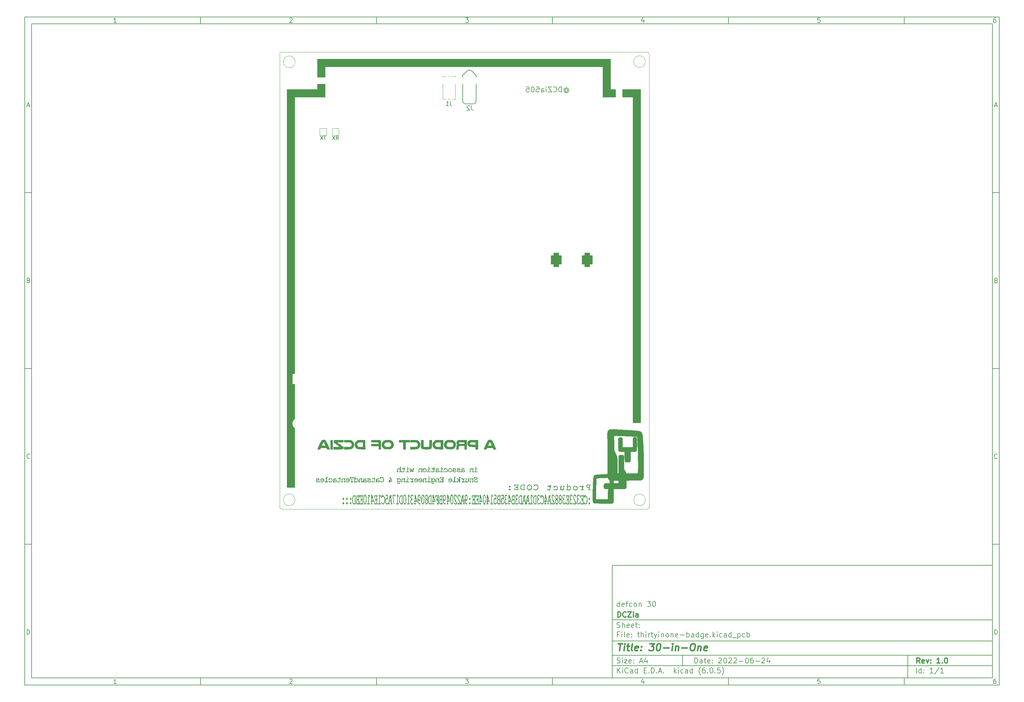
<source format=gbr>
%TF.GenerationSoftware,KiCad,Pcbnew,(6.0.5)*%
%TF.CreationDate,2022-09-10T22:43:36-06:00*%
%TF.ProjectId,thirtyinone-badge,74686972-7479-4696-9e6f-6e652d626164,1.0*%
%TF.SameCoordinates,Original*%
%TF.FileFunction,Legend,Bot*%
%TF.FilePolarity,Positive*%
%FSLAX46Y46*%
G04 Gerber Fmt 4.6, Leading zero omitted, Abs format (unit mm)*
G04 Created by KiCad (PCBNEW (6.0.5)) date 2022-09-10 22:43:36*
%MOMM*%
%LPD*%
G01*
G04 APERTURE LIST*
G04 Aperture macros list*
%AMRoundRect*
0 Rectangle with rounded corners*
0 $1 Rounding radius*
0 $2 $3 $4 $5 $6 $7 $8 $9 X,Y pos of 4 corners*
0 Add a 4 corners polygon primitive as box body*
4,1,4,$2,$3,$4,$5,$6,$7,$8,$9,$2,$3,0*
0 Add four circle primitives for the rounded corners*
1,1,$1+$1,$2,$3*
1,1,$1+$1,$4,$5*
1,1,$1+$1,$6,$7*
1,1,$1+$1,$8,$9*
0 Add four rect primitives between the rounded corners*
20,1,$1+$1,$2,$3,$4,$5,0*
20,1,$1+$1,$4,$5,$6,$7,0*
20,1,$1+$1,$6,$7,$8,$9,0*
20,1,$1+$1,$8,$9,$2,$3,0*%
G04 Aperture macros list end*
%ADD10C,0.100000*%
%ADD11C,0.150000*%
%ADD12C,0.300000*%
%ADD13C,0.400000*%
%TA.AperFunction,Profile*%
%ADD14C,0.100000*%
%TD*%
%ADD15C,0.200000*%
%ADD16C,0.127000*%
%ADD17C,0.120000*%
%ADD18C,2.286000*%
%ADD19C,0.988060*%
%ADD20C,0.985520*%
%ADD21O,1.950000X1.400000*%
%ADD22R,1.700000X1.700000*%
%ADD23O,1.700000X1.700000*%
%ADD24C,1.524000*%
%ADD25R,1.600000X1.600000*%
%ADD26C,1.600000*%
%ADD27C,3.048000*%
%ADD28C,3.450000*%
%ADD29R,3.000000X3.000000*%
%ADD30C,3.000000*%
%ADD31R,1.800000X1.800000*%
%ADD32C,1.800000*%
%ADD33RoundRect,0.750000X-0.750000X1.250000X-0.750000X-1.250000X0.750000X-1.250000X0.750000X1.250000X0*%
%ADD34R,1.500000X1.500000*%
%ADD35C,0.784860*%
%ADD36R,1.000000X1.000000*%
%ADD37O,1.000000X1.000000*%
G04 APERTURE END LIST*
D10*
D11*
X177002200Y-166007200D02*
X177002200Y-198007200D01*
X285002200Y-198007200D01*
X285002200Y-166007200D01*
X177002200Y-166007200D01*
D10*
D11*
X10000000Y-10000000D02*
X10000000Y-200007200D01*
X287002200Y-200007200D01*
X287002200Y-10000000D01*
X10000000Y-10000000D01*
D10*
D11*
X12000000Y-12000000D02*
X12000000Y-198007200D01*
X285002200Y-198007200D01*
X285002200Y-12000000D01*
X12000000Y-12000000D01*
D10*
D11*
X60000000Y-12000000D02*
X60000000Y-10000000D01*
D10*
D11*
X110000000Y-12000000D02*
X110000000Y-10000000D01*
D10*
D11*
X160000000Y-12000000D02*
X160000000Y-10000000D01*
D10*
D11*
X210000000Y-12000000D02*
X210000000Y-10000000D01*
D10*
D11*
X260000000Y-12000000D02*
X260000000Y-10000000D01*
D10*
D11*
X36065476Y-11588095D02*
X35322619Y-11588095D01*
X35694047Y-11588095D02*
X35694047Y-10288095D01*
X35570238Y-10473809D01*
X35446428Y-10597619D01*
X35322619Y-10659523D01*
D10*
D11*
X85322619Y-10411904D02*
X85384523Y-10350000D01*
X85508333Y-10288095D01*
X85817857Y-10288095D01*
X85941666Y-10350000D01*
X86003571Y-10411904D01*
X86065476Y-10535714D01*
X86065476Y-10659523D01*
X86003571Y-10845238D01*
X85260714Y-11588095D01*
X86065476Y-11588095D01*
D10*
D11*
X135260714Y-10288095D02*
X136065476Y-10288095D01*
X135632142Y-10783333D01*
X135817857Y-10783333D01*
X135941666Y-10845238D01*
X136003571Y-10907142D01*
X136065476Y-11030952D01*
X136065476Y-11340476D01*
X136003571Y-11464285D01*
X135941666Y-11526190D01*
X135817857Y-11588095D01*
X135446428Y-11588095D01*
X135322619Y-11526190D01*
X135260714Y-11464285D01*
D10*
D11*
X185941666Y-10721428D02*
X185941666Y-11588095D01*
X185632142Y-10226190D02*
X185322619Y-11154761D01*
X186127380Y-11154761D01*
D10*
D11*
X236003571Y-10288095D02*
X235384523Y-10288095D01*
X235322619Y-10907142D01*
X235384523Y-10845238D01*
X235508333Y-10783333D01*
X235817857Y-10783333D01*
X235941666Y-10845238D01*
X236003571Y-10907142D01*
X236065476Y-11030952D01*
X236065476Y-11340476D01*
X236003571Y-11464285D01*
X235941666Y-11526190D01*
X235817857Y-11588095D01*
X235508333Y-11588095D01*
X235384523Y-11526190D01*
X235322619Y-11464285D01*
D10*
D11*
X285941666Y-10288095D02*
X285694047Y-10288095D01*
X285570238Y-10350000D01*
X285508333Y-10411904D01*
X285384523Y-10597619D01*
X285322619Y-10845238D01*
X285322619Y-11340476D01*
X285384523Y-11464285D01*
X285446428Y-11526190D01*
X285570238Y-11588095D01*
X285817857Y-11588095D01*
X285941666Y-11526190D01*
X286003571Y-11464285D01*
X286065476Y-11340476D01*
X286065476Y-11030952D01*
X286003571Y-10907142D01*
X285941666Y-10845238D01*
X285817857Y-10783333D01*
X285570238Y-10783333D01*
X285446428Y-10845238D01*
X285384523Y-10907142D01*
X285322619Y-11030952D01*
D10*
D11*
X60000000Y-198007200D02*
X60000000Y-200007200D01*
D10*
D11*
X110000000Y-198007200D02*
X110000000Y-200007200D01*
D10*
D11*
X160000000Y-198007200D02*
X160000000Y-200007200D01*
D10*
D11*
X210000000Y-198007200D02*
X210000000Y-200007200D01*
D10*
D11*
X260000000Y-198007200D02*
X260000000Y-200007200D01*
D10*
D11*
X36065476Y-199595295D02*
X35322619Y-199595295D01*
X35694047Y-199595295D02*
X35694047Y-198295295D01*
X35570238Y-198481009D01*
X35446428Y-198604819D01*
X35322619Y-198666723D01*
D10*
D11*
X85322619Y-198419104D02*
X85384523Y-198357200D01*
X85508333Y-198295295D01*
X85817857Y-198295295D01*
X85941666Y-198357200D01*
X86003571Y-198419104D01*
X86065476Y-198542914D01*
X86065476Y-198666723D01*
X86003571Y-198852438D01*
X85260714Y-199595295D01*
X86065476Y-199595295D01*
D10*
D11*
X135260714Y-198295295D02*
X136065476Y-198295295D01*
X135632142Y-198790533D01*
X135817857Y-198790533D01*
X135941666Y-198852438D01*
X136003571Y-198914342D01*
X136065476Y-199038152D01*
X136065476Y-199347676D01*
X136003571Y-199471485D01*
X135941666Y-199533390D01*
X135817857Y-199595295D01*
X135446428Y-199595295D01*
X135322619Y-199533390D01*
X135260714Y-199471485D01*
D10*
D11*
X185941666Y-198728628D02*
X185941666Y-199595295D01*
X185632142Y-198233390D02*
X185322619Y-199161961D01*
X186127380Y-199161961D01*
D10*
D11*
X236003571Y-198295295D02*
X235384523Y-198295295D01*
X235322619Y-198914342D01*
X235384523Y-198852438D01*
X235508333Y-198790533D01*
X235817857Y-198790533D01*
X235941666Y-198852438D01*
X236003571Y-198914342D01*
X236065476Y-199038152D01*
X236065476Y-199347676D01*
X236003571Y-199471485D01*
X235941666Y-199533390D01*
X235817857Y-199595295D01*
X235508333Y-199595295D01*
X235384523Y-199533390D01*
X235322619Y-199471485D01*
D10*
D11*
X285941666Y-198295295D02*
X285694047Y-198295295D01*
X285570238Y-198357200D01*
X285508333Y-198419104D01*
X285384523Y-198604819D01*
X285322619Y-198852438D01*
X285322619Y-199347676D01*
X285384523Y-199471485D01*
X285446428Y-199533390D01*
X285570238Y-199595295D01*
X285817857Y-199595295D01*
X285941666Y-199533390D01*
X286003571Y-199471485D01*
X286065476Y-199347676D01*
X286065476Y-199038152D01*
X286003571Y-198914342D01*
X285941666Y-198852438D01*
X285817857Y-198790533D01*
X285570238Y-198790533D01*
X285446428Y-198852438D01*
X285384523Y-198914342D01*
X285322619Y-199038152D01*
D10*
D11*
X10000000Y-60000000D02*
X12000000Y-60000000D01*
D10*
D11*
X10000000Y-110000000D02*
X12000000Y-110000000D01*
D10*
D11*
X10000000Y-160000000D02*
X12000000Y-160000000D01*
D10*
D11*
X10690476Y-35216666D02*
X11309523Y-35216666D01*
X10566666Y-35588095D02*
X11000000Y-34288095D01*
X11433333Y-35588095D01*
D10*
D11*
X11092857Y-84907142D02*
X11278571Y-84969047D01*
X11340476Y-85030952D01*
X11402380Y-85154761D01*
X11402380Y-85340476D01*
X11340476Y-85464285D01*
X11278571Y-85526190D01*
X11154761Y-85588095D01*
X10659523Y-85588095D01*
X10659523Y-84288095D01*
X11092857Y-84288095D01*
X11216666Y-84350000D01*
X11278571Y-84411904D01*
X11340476Y-84535714D01*
X11340476Y-84659523D01*
X11278571Y-84783333D01*
X11216666Y-84845238D01*
X11092857Y-84907142D01*
X10659523Y-84907142D01*
D10*
D11*
X11402380Y-135464285D02*
X11340476Y-135526190D01*
X11154761Y-135588095D01*
X11030952Y-135588095D01*
X10845238Y-135526190D01*
X10721428Y-135402380D01*
X10659523Y-135278571D01*
X10597619Y-135030952D01*
X10597619Y-134845238D01*
X10659523Y-134597619D01*
X10721428Y-134473809D01*
X10845238Y-134350000D01*
X11030952Y-134288095D01*
X11154761Y-134288095D01*
X11340476Y-134350000D01*
X11402380Y-134411904D01*
D10*
D11*
X10659523Y-185588095D02*
X10659523Y-184288095D01*
X10969047Y-184288095D01*
X11154761Y-184350000D01*
X11278571Y-184473809D01*
X11340476Y-184597619D01*
X11402380Y-184845238D01*
X11402380Y-185030952D01*
X11340476Y-185278571D01*
X11278571Y-185402380D01*
X11154761Y-185526190D01*
X10969047Y-185588095D01*
X10659523Y-185588095D01*
D10*
D11*
X287002200Y-60000000D02*
X285002200Y-60000000D01*
D10*
D11*
X287002200Y-110000000D02*
X285002200Y-110000000D01*
D10*
D11*
X287002200Y-160000000D02*
X285002200Y-160000000D01*
D10*
D11*
X285692676Y-35216666D02*
X286311723Y-35216666D01*
X285568866Y-35588095D02*
X286002200Y-34288095D01*
X286435533Y-35588095D01*
D10*
D11*
X286095057Y-84907142D02*
X286280771Y-84969047D01*
X286342676Y-85030952D01*
X286404580Y-85154761D01*
X286404580Y-85340476D01*
X286342676Y-85464285D01*
X286280771Y-85526190D01*
X286156961Y-85588095D01*
X285661723Y-85588095D01*
X285661723Y-84288095D01*
X286095057Y-84288095D01*
X286218866Y-84350000D01*
X286280771Y-84411904D01*
X286342676Y-84535714D01*
X286342676Y-84659523D01*
X286280771Y-84783333D01*
X286218866Y-84845238D01*
X286095057Y-84907142D01*
X285661723Y-84907142D01*
D10*
D11*
X286404580Y-135464285D02*
X286342676Y-135526190D01*
X286156961Y-135588095D01*
X286033152Y-135588095D01*
X285847438Y-135526190D01*
X285723628Y-135402380D01*
X285661723Y-135278571D01*
X285599819Y-135030952D01*
X285599819Y-134845238D01*
X285661723Y-134597619D01*
X285723628Y-134473809D01*
X285847438Y-134350000D01*
X286033152Y-134288095D01*
X286156961Y-134288095D01*
X286342676Y-134350000D01*
X286404580Y-134411904D01*
D10*
D11*
X285661723Y-185588095D02*
X285661723Y-184288095D01*
X285971247Y-184288095D01*
X286156961Y-184350000D01*
X286280771Y-184473809D01*
X286342676Y-184597619D01*
X286404580Y-184845238D01*
X286404580Y-185030952D01*
X286342676Y-185278571D01*
X286280771Y-185402380D01*
X286156961Y-185526190D01*
X285971247Y-185588095D01*
X285661723Y-185588095D01*
D10*
D11*
X200434342Y-193785771D02*
X200434342Y-192285771D01*
X200791485Y-192285771D01*
X201005771Y-192357200D01*
X201148628Y-192500057D01*
X201220057Y-192642914D01*
X201291485Y-192928628D01*
X201291485Y-193142914D01*
X201220057Y-193428628D01*
X201148628Y-193571485D01*
X201005771Y-193714342D01*
X200791485Y-193785771D01*
X200434342Y-193785771D01*
X202577200Y-193785771D02*
X202577200Y-193000057D01*
X202505771Y-192857200D01*
X202362914Y-192785771D01*
X202077200Y-192785771D01*
X201934342Y-192857200D01*
X202577200Y-193714342D02*
X202434342Y-193785771D01*
X202077200Y-193785771D01*
X201934342Y-193714342D01*
X201862914Y-193571485D01*
X201862914Y-193428628D01*
X201934342Y-193285771D01*
X202077200Y-193214342D01*
X202434342Y-193214342D01*
X202577200Y-193142914D01*
X203077200Y-192785771D02*
X203648628Y-192785771D01*
X203291485Y-192285771D02*
X203291485Y-193571485D01*
X203362914Y-193714342D01*
X203505771Y-193785771D01*
X203648628Y-193785771D01*
X204720057Y-193714342D02*
X204577200Y-193785771D01*
X204291485Y-193785771D01*
X204148628Y-193714342D01*
X204077200Y-193571485D01*
X204077200Y-193000057D01*
X204148628Y-192857200D01*
X204291485Y-192785771D01*
X204577200Y-192785771D01*
X204720057Y-192857200D01*
X204791485Y-193000057D01*
X204791485Y-193142914D01*
X204077200Y-193285771D01*
X205434342Y-193642914D02*
X205505771Y-193714342D01*
X205434342Y-193785771D01*
X205362914Y-193714342D01*
X205434342Y-193642914D01*
X205434342Y-193785771D01*
X205434342Y-192857200D02*
X205505771Y-192928628D01*
X205434342Y-193000057D01*
X205362914Y-192928628D01*
X205434342Y-192857200D01*
X205434342Y-193000057D01*
X207220057Y-192428628D02*
X207291485Y-192357200D01*
X207434342Y-192285771D01*
X207791485Y-192285771D01*
X207934342Y-192357200D01*
X208005771Y-192428628D01*
X208077200Y-192571485D01*
X208077200Y-192714342D01*
X208005771Y-192928628D01*
X207148628Y-193785771D01*
X208077200Y-193785771D01*
X209005771Y-192285771D02*
X209148628Y-192285771D01*
X209291485Y-192357200D01*
X209362914Y-192428628D01*
X209434342Y-192571485D01*
X209505771Y-192857200D01*
X209505771Y-193214342D01*
X209434342Y-193500057D01*
X209362914Y-193642914D01*
X209291485Y-193714342D01*
X209148628Y-193785771D01*
X209005771Y-193785771D01*
X208862914Y-193714342D01*
X208791485Y-193642914D01*
X208720057Y-193500057D01*
X208648628Y-193214342D01*
X208648628Y-192857200D01*
X208720057Y-192571485D01*
X208791485Y-192428628D01*
X208862914Y-192357200D01*
X209005771Y-192285771D01*
X210077200Y-192428628D02*
X210148628Y-192357200D01*
X210291485Y-192285771D01*
X210648628Y-192285771D01*
X210791485Y-192357200D01*
X210862914Y-192428628D01*
X210934342Y-192571485D01*
X210934342Y-192714342D01*
X210862914Y-192928628D01*
X210005771Y-193785771D01*
X210934342Y-193785771D01*
X211505771Y-192428628D02*
X211577200Y-192357200D01*
X211720057Y-192285771D01*
X212077200Y-192285771D01*
X212220057Y-192357200D01*
X212291485Y-192428628D01*
X212362914Y-192571485D01*
X212362914Y-192714342D01*
X212291485Y-192928628D01*
X211434342Y-193785771D01*
X212362914Y-193785771D01*
X213005771Y-193214342D02*
X214148628Y-193214342D01*
X215148628Y-192285771D02*
X215291485Y-192285771D01*
X215434342Y-192357200D01*
X215505771Y-192428628D01*
X215577200Y-192571485D01*
X215648628Y-192857200D01*
X215648628Y-193214342D01*
X215577200Y-193500057D01*
X215505771Y-193642914D01*
X215434342Y-193714342D01*
X215291485Y-193785771D01*
X215148628Y-193785771D01*
X215005771Y-193714342D01*
X214934342Y-193642914D01*
X214862914Y-193500057D01*
X214791485Y-193214342D01*
X214791485Y-192857200D01*
X214862914Y-192571485D01*
X214934342Y-192428628D01*
X215005771Y-192357200D01*
X215148628Y-192285771D01*
X216934342Y-192285771D02*
X216648628Y-192285771D01*
X216505771Y-192357200D01*
X216434342Y-192428628D01*
X216291485Y-192642914D01*
X216220057Y-192928628D01*
X216220057Y-193500057D01*
X216291485Y-193642914D01*
X216362914Y-193714342D01*
X216505771Y-193785771D01*
X216791485Y-193785771D01*
X216934342Y-193714342D01*
X217005771Y-193642914D01*
X217077200Y-193500057D01*
X217077200Y-193142914D01*
X217005771Y-193000057D01*
X216934342Y-192928628D01*
X216791485Y-192857200D01*
X216505771Y-192857200D01*
X216362914Y-192928628D01*
X216291485Y-193000057D01*
X216220057Y-193142914D01*
X217720057Y-193214342D02*
X218862914Y-193214342D01*
X219505771Y-192428628D02*
X219577200Y-192357200D01*
X219720057Y-192285771D01*
X220077200Y-192285771D01*
X220220057Y-192357200D01*
X220291485Y-192428628D01*
X220362914Y-192571485D01*
X220362914Y-192714342D01*
X220291485Y-192928628D01*
X219434342Y-193785771D01*
X220362914Y-193785771D01*
X221648628Y-192785771D02*
X221648628Y-193785771D01*
X221291485Y-192214342D02*
X220934342Y-193285771D01*
X221862914Y-193285771D01*
D10*
D11*
X177002200Y-194507200D02*
X285002200Y-194507200D01*
D10*
D11*
X178434342Y-196585771D02*
X178434342Y-195085771D01*
X179291485Y-196585771D02*
X178648628Y-195728628D01*
X179291485Y-195085771D02*
X178434342Y-195942914D01*
X179934342Y-196585771D02*
X179934342Y-195585771D01*
X179934342Y-195085771D02*
X179862914Y-195157200D01*
X179934342Y-195228628D01*
X180005771Y-195157200D01*
X179934342Y-195085771D01*
X179934342Y-195228628D01*
X181505771Y-196442914D02*
X181434342Y-196514342D01*
X181220057Y-196585771D01*
X181077200Y-196585771D01*
X180862914Y-196514342D01*
X180720057Y-196371485D01*
X180648628Y-196228628D01*
X180577200Y-195942914D01*
X180577200Y-195728628D01*
X180648628Y-195442914D01*
X180720057Y-195300057D01*
X180862914Y-195157200D01*
X181077200Y-195085771D01*
X181220057Y-195085771D01*
X181434342Y-195157200D01*
X181505771Y-195228628D01*
X182791485Y-196585771D02*
X182791485Y-195800057D01*
X182720057Y-195657200D01*
X182577200Y-195585771D01*
X182291485Y-195585771D01*
X182148628Y-195657200D01*
X182791485Y-196514342D02*
X182648628Y-196585771D01*
X182291485Y-196585771D01*
X182148628Y-196514342D01*
X182077200Y-196371485D01*
X182077200Y-196228628D01*
X182148628Y-196085771D01*
X182291485Y-196014342D01*
X182648628Y-196014342D01*
X182791485Y-195942914D01*
X184148628Y-196585771D02*
X184148628Y-195085771D01*
X184148628Y-196514342D02*
X184005771Y-196585771D01*
X183720057Y-196585771D01*
X183577200Y-196514342D01*
X183505771Y-196442914D01*
X183434342Y-196300057D01*
X183434342Y-195871485D01*
X183505771Y-195728628D01*
X183577200Y-195657200D01*
X183720057Y-195585771D01*
X184005771Y-195585771D01*
X184148628Y-195657200D01*
X186005771Y-195800057D02*
X186505771Y-195800057D01*
X186720057Y-196585771D02*
X186005771Y-196585771D01*
X186005771Y-195085771D01*
X186720057Y-195085771D01*
X187362914Y-196442914D02*
X187434342Y-196514342D01*
X187362914Y-196585771D01*
X187291485Y-196514342D01*
X187362914Y-196442914D01*
X187362914Y-196585771D01*
X188077200Y-196585771D02*
X188077200Y-195085771D01*
X188434342Y-195085771D01*
X188648628Y-195157200D01*
X188791485Y-195300057D01*
X188862914Y-195442914D01*
X188934342Y-195728628D01*
X188934342Y-195942914D01*
X188862914Y-196228628D01*
X188791485Y-196371485D01*
X188648628Y-196514342D01*
X188434342Y-196585771D01*
X188077200Y-196585771D01*
X189577200Y-196442914D02*
X189648628Y-196514342D01*
X189577200Y-196585771D01*
X189505771Y-196514342D01*
X189577200Y-196442914D01*
X189577200Y-196585771D01*
X190220057Y-196157200D02*
X190934342Y-196157200D01*
X190077200Y-196585771D02*
X190577200Y-195085771D01*
X191077200Y-196585771D01*
X191577200Y-196442914D02*
X191648628Y-196514342D01*
X191577200Y-196585771D01*
X191505771Y-196514342D01*
X191577200Y-196442914D01*
X191577200Y-196585771D01*
X194577200Y-196585771D02*
X194577200Y-195085771D01*
X194720057Y-196014342D02*
X195148628Y-196585771D01*
X195148628Y-195585771D02*
X194577200Y-196157200D01*
X195791485Y-196585771D02*
X195791485Y-195585771D01*
X195791485Y-195085771D02*
X195720057Y-195157200D01*
X195791485Y-195228628D01*
X195862914Y-195157200D01*
X195791485Y-195085771D01*
X195791485Y-195228628D01*
X197148628Y-196514342D02*
X197005771Y-196585771D01*
X196720057Y-196585771D01*
X196577200Y-196514342D01*
X196505771Y-196442914D01*
X196434342Y-196300057D01*
X196434342Y-195871485D01*
X196505771Y-195728628D01*
X196577200Y-195657200D01*
X196720057Y-195585771D01*
X197005771Y-195585771D01*
X197148628Y-195657200D01*
X198434342Y-196585771D02*
X198434342Y-195800057D01*
X198362914Y-195657200D01*
X198220057Y-195585771D01*
X197934342Y-195585771D01*
X197791485Y-195657200D01*
X198434342Y-196514342D02*
X198291485Y-196585771D01*
X197934342Y-196585771D01*
X197791485Y-196514342D01*
X197720057Y-196371485D01*
X197720057Y-196228628D01*
X197791485Y-196085771D01*
X197934342Y-196014342D01*
X198291485Y-196014342D01*
X198434342Y-195942914D01*
X199791485Y-196585771D02*
X199791485Y-195085771D01*
X199791485Y-196514342D02*
X199648628Y-196585771D01*
X199362914Y-196585771D01*
X199220057Y-196514342D01*
X199148628Y-196442914D01*
X199077200Y-196300057D01*
X199077200Y-195871485D01*
X199148628Y-195728628D01*
X199220057Y-195657200D01*
X199362914Y-195585771D01*
X199648628Y-195585771D01*
X199791485Y-195657200D01*
X202077200Y-197157200D02*
X202005771Y-197085771D01*
X201862914Y-196871485D01*
X201791485Y-196728628D01*
X201720057Y-196514342D01*
X201648628Y-196157200D01*
X201648628Y-195871485D01*
X201720057Y-195514342D01*
X201791485Y-195300057D01*
X201862914Y-195157200D01*
X202005771Y-194942914D01*
X202077200Y-194871485D01*
X203291485Y-195085771D02*
X203005771Y-195085771D01*
X202862914Y-195157200D01*
X202791485Y-195228628D01*
X202648628Y-195442914D01*
X202577200Y-195728628D01*
X202577200Y-196300057D01*
X202648628Y-196442914D01*
X202720057Y-196514342D01*
X202862914Y-196585771D01*
X203148628Y-196585771D01*
X203291485Y-196514342D01*
X203362914Y-196442914D01*
X203434342Y-196300057D01*
X203434342Y-195942914D01*
X203362914Y-195800057D01*
X203291485Y-195728628D01*
X203148628Y-195657200D01*
X202862914Y-195657200D01*
X202720057Y-195728628D01*
X202648628Y-195800057D01*
X202577200Y-195942914D01*
X204077200Y-196442914D02*
X204148628Y-196514342D01*
X204077200Y-196585771D01*
X204005771Y-196514342D01*
X204077200Y-196442914D01*
X204077200Y-196585771D01*
X205077200Y-195085771D02*
X205220057Y-195085771D01*
X205362914Y-195157200D01*
X205434342Y-195228628D01*
X205505771Y-195371485D01*
X205577200Y-195657200D01*
X205577200Y-196014342D01*
X205505771Y-196300057D01*
X205434342Y-196442914D01*
X205362914Y-196514342D01*
X205220057Y-196585771D01*
X205077200Y-196585771D01*
X204934342Y-196514342D01*
X204862914Y-196442914D01*
X204791485Y-196300057D01*
X204720057Y-196014342D01*
X204720057Y-195657200D01*
X204791485Y-195371485D01*
X204862914Y-195228628D01*
X204934342Y-195157200D01*
X205077200Y-195085771D01*
X206220057Y-196442914D02*
X206291485Y-196514342D01*
X206220057Y-196585771D01*
X206148628Y-196514342D01*
X206220057Y-196442914D01*
X206220057Y-196585771D01*
X207648628Y-195085771D02*
X206934342Y-195085771D01*
X206862914Y-195800057D01*
X206934342Y-195728628D01*
X207077200Y-195657200D01*
X207434342Y-195657200D01*
X207577200Y-195728628D01*
X207648628Y-195800057D01*
X207720057Y-195942914D01*
X207720057Y-196300057D01*
X207648628Y-196442914D01*
X207577200Y-196514342D01*
X207434342Y-196585771D01*
X207077200Y-196585771D01*
X206934342Y-196514342D01*
X206862914Y-196442914D01*
X208220057Y-197157200D02*
X208291485Y-197085771D01*
X208434342Y-196871485D01*
X208505771Y-196728628D01*
X208577200Y-196514342D01*
X208648628Y-196157200D01*
X208648628Y-195871485D01*
X208577200Y-195514342D01*
X208505771Y-195300057D01*
X208434342Y-195157200D01*
X208291485Y-194942914D01*
X208220057Y-194871485D01*
D10*
D11*
X177002200Y-191507200D02*
X285002200Y-191507200D01*
D10*
D12*
X264411485Y-193785771D02*
X263911485Y-193071485D01*
X263554342Y-193785771D02*
X263554342Y-192285771D01*
X264125771Y-192285771D01*
X264268628Y-192357200D01*
X264340057Y-192428628D01*
X264411485Y-192571485D01*
X264411485Y-192785771D01*
X264340057Y-192928628D01*
X264268628Y-193000057D01*
X264125771Y-193071485D01*
X263554342Y-193071485D01*
X265625771Y-193714342D02*
X265482914Y-193785771D01*
X265197200Y-193785771D01*
X265054342Y-193714342D01*
X264982914Y-193571485D01*
X264982914Y-193000057D01*
X265054342Y-192857200D01*
X265197200Y-192785771D01*
X265482914Y-192785771D01*
X265625771Y-192857200D01*
X265697200Y-193000057D01*
X265697200Y-193142914D01*
X264982914Y-193285771D01*
X266197200Y-192785771D02*
X266554342Y-193785771D01*
X266911485Y-192785771D01*
X267482914Y-193642914D02*
X267554342Y-193714342D01*
X267482914Y-193785771D01*
X267411485Y-193714342D01*
X267482914Y-193642914D01*
X267482914Y-193785771D01*
X267482914Y-192857200D02*
X267554342Y-192928628D01*
X267482914Y-193000057D01*
X267411485Y-192928628D01*
X267482914Y-192857200D01*
X267482914Y-193000057D01*
X270125771Y-193785771D02*
X269268628Y-193785771D01*
X269697200Y-193785771D02*
X269697200Y-192285771D01*
X269554342Y-192500057D01*
X269411485Y-192642914D01*
X269268628Y-192714342D01*
X270768628Y-193642914D02*
X270840057Y-193714342D01*
X270768628Y-193785771D01*
X270697200Y-193714342D01*
X270768628Y-193642914D01*
X270768628Y-193785771D01*
X271768628Y-192285771D02*
X271911485Y-192285771D01*
X272054342Y-192357200D01*
X272125771Y-192428628D01*
X272197200Y-192571485D01*
X272268628Y-192857200D01*
X272268628Y-193214342D01*
X272197200Y-193500057D01*
X272125771Y-193642914D01*
X272054342Y-193714342D01*
X271911485Y-193785771D01*
X271768628Y-193785771D01*
X271625771Y-193714342D01*
X271554342Y-193642914D01*
X271482914Y-193500057D01*
X271411485Y-193214342D01*
X271411485Y-192857200D01*
X271482914Y-192571485D01*
X271554342Y-192428628D01*
X271625771Y-192357200D01*
X271768628Y-192285771D01*
D10*
D11*
X178362914Y-193714342D02*
X178577200Y-193785771D01*
X178934342Y-193785771D01*
X179077200Y-193714342D01*
X179148628Y-193642914D01*
X179220057Y-193500057D01*
X179220057Y-193357200D01*
X179148628Y-193214342D01*
X179077200Y-193142914D01*
X178934342Y-193071485D01*
X178648628Y-193000057D01*
X178505771Y-192928628D01*
X178434342Y-192857200D01*
X178362914Y-192714342D01*
X178362914Y-192571485D01*
X178434342Y-192428628D01*
X178505771Y-192357200D01*
X178648628Y-192285771D01*
X179005771Y-192285771D01*
X179220057Y-192357200D01*
X179862914Y-193785771D02*
X179862914Y-192785771D01*
X179862914Y-192285771D02*
X179791485Y-192357200D01*
X179862914Y-192428628D01*
X179934342Y-192357200D01*
X179862914Y-192285771D01*
X179862914Y-192428628D01*
X180434342Y-192785771D02*
X181220057Y-192785771D01*
X180434342Y-193785771D01*
X181220057Y-193785771D01*
X182362914Y-193714342D02*
X182220057Y-193785771D01*
X181934342Y-193785771D01*
X181791485Y-193714342D01*
X181720057Y-193571485D01*
X181720057Y-193000057D01*
X181791485Y-192857200D01*
X181934342Y-192785771D01*
X182220057Y-192785771D01*
X182362914Y-192857200D01*
X182434342Y-193000057D01*
X182434342Y-193142914D01*
X181720057Y-193285771D01*
X183077200Y-193642914D02*
X183148628Y-193714342D01*
X183077200Y-193785771D01*
X183005771Y-193714342D01*
X183077200Y-193642914D01*
X183077200Y-193785771D01*
X183077200Y-192857200D02*
X183148628Y-192928628D01*
X183077200Y-193000057D01*
X183005771Y-192928628D01*
X183077200Y-192857200D01*
X183077200Y-193000057D01*
X184862914Y-193357200D02*
X185577200Y-193357200D01*
X184720057Y-193785771D02*
X185220057Y-192285771D01*
X185720057Y-193785771D01*
X186862914Y-192785771D02*
X186862914Y-193785771D01*
X186505771Y-192214342D02*
X186148628Y-193285771D01*
X187077200Y-193285771D01*
D10*
D11*
X263434342Y-196585771D02*
X263434342Y-195085771D01*
X264791485Y-196585771D02*
X264791485Y-195085771D01*
X264791485Y-196514342D02*
X264648628Y-196585771D01*
X264362914Y-196585771D01*
X264220057Y-196514342D01*
X264148628Y-196442914D01*
X264077200Y-196300057D01*
X264077200Y-195871485D01*
X264148628Y-195728628D01*
X264220057Y-195657200D01*
X264362914Y-195585771D01*
X264648628Y-195585771D01*
X264791485Y-195657200D01*
X265505771Y-196442914D02*
X265577200Y-196514342D01*
X265505771Y-196585771D01*
X265434342Y-196514342D01*
X265505771Y-196442914D01*
X265505771Y-196585771D01*
X265505771Y-195657200D02*
X265577200Y-195728628D01*
X265505771Y-195800057D01*
X265434342Y-195728628D01*
X265505771Y-195657200D01*
X265505771Y-195800057D01*
X268148628Y-196585771D02*
X267291485Y-196585771D01*
X267720057Y-196585771D02*
X267720057Y-195085771D01*
X267577200Y-195300057D01*
X267434342Y-195442914D01*
X267291485Y-195514342D01*
X269862914Y-195014342D02*
X268577200Y-196942914D01*
X271148628Y-196585771D02*
X270291485Y-196585771D01*
X270720057Y-196585771D02*
X270720057Y-195085771D01*
X270577200Y-195300057D01*
X270434342Y-195442914D01*
X270291485Y-195514342D01*
D10*
D11*
X177002200Y-187507200D02*
X285002200Y-187507200D01*
D10*
D13*
X178714580Y-188211961D02*
X179857438Y-188211961D01*
X179036009Y-190211961D02*
X179286009Y-188211961D01*
X180274104Y-190211961D02*
X180440771Y-188878628D01*
X180524104Y-188211961D02*
X180416961Y-188307200D01*
X180500295Y-188402438D01*
X180607438Y-188307200D01*
X180524104Y-188211961D01*
X180500295Y-188402438D01*
X181107438Y-188878628D02*
X181869342Y-188878628D01*
X181476485Y-188211961D02*
X181262200Y-189926247D01*
X181333628Y-190116723D01*
X181512200Y-190211961D01*
X181702676Y-190211961D01*
X182655057Y-190211961D02*
X182476485Y-190116723D01*
X182405057Y-189926247D01*
X182619342Y-188211961D01*
X184190771Y-190116723D02*
X183988390Y-190211961D01*
X183607438Y-190211961D01*
X183428866Y-190116723D01*
X183357438Y-189926247D01*
X183452676Y-189164342D01*
X183571723Y-188973866D01*
X183774104Y-188878628D01*
X184155057Y-188878628D01*
X184333628Y-188973866D01*
X184405057Y-189164342D01*
X184381247Y-189354819D01*
X183405057Y-189545295D01*
X185155057Y-190021485D02*
X185238390Y-190116723D01*
X185131247Y-190211961D01*
X185047914Y-190116723D01*
X185155057Y-190021485D01*
X185131247Y-190211961D01*
X185286009Y-188973866D02*
X185369342Y-189069104D01*
X185262200Y-189164342D01*
X185178866Y-189069104D01*
X185286009Y-188973866D01*
X185262200Y-189164342D01*
X187666961Y-188211961D02*
X188905057Y-188211961D01*
X188143152Y-188973866D01*
X188428866Y-188973866D01*
X188607438Y-189069104D01*
X188690771Y-189164342D01*
X188762200Y-189354819D01*
X188702676Y-189831009D01*
X188583628Y-190021485D01*
X188476485Y-190116723D01*
X188274104Y-190211961D01*
X187702676Y-190211961D01*
X187524104Y-190116723D01*
X187440771Y-190021485D01*
X190143152Y-188211961D02*
X190333628Y-188211961D01*
X190512200Y-188307200D01*
X190595533Y-188402438D01*
X190666961Y-188592914D01*
X190714580Y-188973866D01*
X190655057Y-189450057D01*
X190512200Y-189831009D01*
X190393152Y-190021485D01*
X190286009Y-190116723D01*
X190083628Y-190211961D01*
X189893152Y-190211961D01*
X189714580Y-190116723D01*
X189631247Y-190021485D01*
X189559819Y-189831009D01*
X189512200Y-189450057D01*
X189571723Y-188973866D01*
X189714580Y-188592914D01*
X189833628Y-188402438D01*
X189940771Y-188307200D01*
X190143152Y-188211961D01*
X191512200Y-189450057D02*
X193036009Y-189450057D01*
X193893152Y-190211961D02*
X194059819Y-188878628D01*
X194143152Y-188211961D02*
X194036009Y-188307200D01*
X194119342Y-188402438D01*
X194226485Y-188307200D01*
X194143152Y-188211961D01*
X194119342Y-188402438D01*
X195012200Y-188878628D02*
X194845533Y-190211961D01*
X194988390Y-189069104D02*
X195095533Y-188973866D01*
X195297914Y-188878628D01*
X195583628Y-188878628D01*
X195762200Y-188973866D01*
X195833628Y-189164342D01*
X195702676Y-190211961D01*
X196750295Y-189450057D02*
X198274104Y-189450057D01*
X199762200Y-188211961D02*
X200143152Y-188211961D01*
X200321723Y-188307200D01*
X200488390Y-188497676D01*
X200536009Y-188878628D01*
X200452676Y-189545295D01*
X200309819Y-189926247D01*
X200095533Y-190116723D01*
X199893152Y-190211961D01*
X199512200Y-190211961D01*
X199333628Y-190116723D01*
X199166961Y-189926247D01*
X199119342Y-189545295D01*
X199202676Y-188878628D01*
X199345533Y-188497676D01*
X199559819Y-188307200D01*
X199762200Y-188211961D01*
X201393152Y-188878628D02*
X201226485Y-190211961D01*
X201369342Y-189069104D02*
X201476485Y-188973866D01*
X201678866Y-188878628D01*
X201964580Y-188878628D01*
X202143152Y-188973866D01*
X202214580Y-189164342D01*
X202083628Y-190211961D01*
X203809819Y-190116723D02*
X203607438Y-190211961D01*
X203226485Y-190211961D01*
X203047914Y-190116723D01*
X202976485Y-189926247D01*
X203071723Y-189164342D01*
X203190771Y-188973866D01*
X203393152Y-188878628D01*
X203774104Y-188878628D01*
X203952676Y-188973866D01*
X204024104Y-189164342D01*
X204000295Y-189354819D01*
X203024104Y-189545295D01*
D10*
D11*
X178934342Y-185600057D02*
X178434342Y-185600057D01*
X178434342Y-186385771D02*
X178434342Y-184885771D01*
X179148628Y-184885771D01*
X179720057Y-186385771D02*
X179720057Y-185385771D01*
X179720057Y-184885771D02*
X179648628Y-184957200D01*
X179720057Y-185028628D01*
X179791485Y-184957200D01*
X179720057Y-184885771D01*
X179720057Y-185028628D01*
X180648628Y-186385771D02*
X180505771Y-186314342D01*
X180434342Y-186171485D01*
X180434342Y-184885771D01*
X181791485Y-186314342D02*
X181648628Y-186385771D01*
X181362914Y-186385771D01*
X181220057Y-186314342D01*
X181148628Y-186171485D01*
X181148628Y-185600057D01*
X181220057Y-185457200D01*
X181362914Y-185385771D01*
X181648628Y-185385771D01*
X181791485Y-185457200D01*
X181862914Y-185600057D01*
X181862914Y-185742914D01*
X181148628Y-185885771D01*
X182505771Y-186242914D02*
X182577200Y-186314342D01*
X182505771Y-186385771D01*
X182434342Y-186314342D01*
X182505771Y-186242914D01*
X182505771Y-186385771D01*
X182505771Y-185457200D02*
X182577200Y-185528628D01*
X182505771Y-185600057D01*
X182434342Y-185528628D01*
X182505771Y-185457200D01*
X182505771Y-185600057D01*
X184148628Y-185385771D02*
X184720057Y-185385771D01*
X184362914Y-184885771D02*
X184362914Y-186171485D01*
X184434342Y-186314342D01*
X184577200Y-186385771D01*
X184720057Y-186385771D01*
X185220057Y-186385771D02*
X185220057Y-184885771D01*
X185862914Y-186385771D02*
X185862914Y-185600057D01*
X185791485Y-185457200D01*
X185648628Y-185385771D01*
X185434342Y-185385771D01*
X185291485Y-185457200D01*
X185220057Y-185528628D01*
X186577200Y-186385771D02*
X186577200Y-185385771D01*
X186577200Y-184885771D02*
X186505771Y-184957200D01*
X186577200Y-185028628D01*
X186648628Y-184957200D01*
X186577200Y-184885771D01*
X186577200Y-185028628D01*
X187291485Y-186385771D02*
X187291485Y-185385771D01*
X187291485Y-185671485D02*
X187362914Y-185528628D01*
X187434342Y-185457200D01*
X187577200Y-185385771D01*
X187720057Y-185385771D01*
X188005771Y-185385771D02*
X188577200Y-185385771D01*
X188220057Y-184885771D02*
X188220057Y-186171485D01*
X188291485Y-186314342D01*
X188434342Y-186385771D01*
X188577200Y-186385771D01*
X188934342Y-185385771D02*
X189291485Y-186385771D01*
X189648628Y-185385771D02*
X189291485Y-186385771D01*
X189148628Y-186742914D01*
X189077200Y-186814342D01*
X188934342Y-186885771D01*
X190220057Y-186385771D02*
X190220057Y-185385771D01*
X190220057Y-184885771D02*
X190148628Y-184957200D01*
X190220057Y-185028628D01*
X190291485Y-184957200D01*
X190220057Y-184885771D01*
X190220057Y-185028628D01*
X190934342Y-185385771D02*
X190934342Y-186385771D01*
X190934342Y-185528628D02*
X191005771Y-185457200D01*
X191148628Y-185385771D01*
X191362914Y-185385771D01*
X191505771Y-185457200D01*
X191577200Y-185600057D01*
X191577200Y-186385771D01*
X192505771Y-186385771D02*
X192362914Y-186314342D01*
X192291485Y-186242914D01*
X192220057Y-186100057D01*
X192220057Y-185671485D01*
X192291485Y-185528628D01*
X192362914Y-185457200D01*
X192505771Y-185385771D01*
X192720057Y-185385771D01*
X192862914Y-185457200D01*
X192934342Y-185528628D01*
X193005771Y-185671485D01*
X193005771Y-186100057D01*
X192934342Y-186242914D01*
X192862914Y-186314342D01*
X192720057Y-186385771D01*
X192505771Y-186385771D01*
X193648628Y-185385771D02*
X193648628Y-186385771D01*
X193648628Y-185528628D02*
X193720057Y-185457200D01*
X193862914Y-185385771D01*
X194077200Y-185385771D01*
X194220057Y-185457200D01*
X194291485Y-185600057D01*
X194291485Y-186385771D01*
X195577200Y-186314342D02*
X195434342Y-186385771D01*
X195148628Y-186385771D01*
X195005771Y-186314342D01*
X194934342Y-186171485D01*
X194934342Y-185600057D01*
X195005771Y-185457200D01*
X195148628Y-185385771D01*
X195434342Y-185385771D01*
X195577200Y-185457200D01*
X195648628Y-185600057D01*
X195648628Y-185742914D01*
X194934342Y-185885771D01*
X196291485Y-185814342D02*
X197434342Y-185814342D01*
X198148628Y-186385771D02*
X198148628Y-184885771D01*
X198148628Y-185457200D02*
X198291485Y-185385771D01*
X198577200Y-185385771D01*
X198720057Y-185457200D01*
X198791485Y-185528628D01*
X198862914Y-185671485D01*
X198862914Y-186100057D01*
X198791485Y-186242914D01*
X198720057Y-186314342D01*
X198577200Y-186385771D01*
X198291485Y-186385771D01*
X198148628Y-186314342D01*
X200148628Y-186385771D02*
X200148628Y-185600057D01*
X200077200Y-185457200D01*
X199934342Y-185385771D01*
X199648628Y-185385771D01*
X199505771Y-185457200D01*
X200148628Y-186314342D02*
X200005771Y-186385771D01*
X199648628Y-186385771D01*
X199505771Y-186314342D01*
X199434342Y-186171485D01*
X199434342Y-186028628D01*
X199505771Y-185885771D01*
X199648628Y-185814342D01*
X200005771Y-185814342D01*
X200148628Y-185742914D01*
X201505771Y-186385771D02*
X201505771Y-184885771D01*
X201505771Y-186314342D02*
X201362914Y-186385771D01*
X201077200Y-186385771D01*
X200934342Y-186314342D01*
X200862914Y-186242914D01*
X200791485Y-186100057D01*
X200791485Y-185671485D01*
X200862914Y-185528628D01*
X200934342Y-185457200D01*
X201077200Y-185385771D01*
X201362914Y-185385771D01*
X201505771Y-185457200D01*
X202862914Y-185385771D02*
X202862914Y-186600057D01*
X202791485Y-186742914D01*
X202720057Y-186814342D01*
X202577200Y-186885771D01*
X202362914Y-186885771D01*
X202220057Y-186814342D01*
X202862914Y-186314342D02*
X202720057Y-186385771D01*
X202434342Y-186385771D01*
X202291485Y-186314342D01*
X202220057Y-186242914D01*
X202148628Y-186100057D01*
X202148628Y-185671485D01*
X202220057Y-185528628D01*
X202291485Y-185457200D01*
X202434342Y-185385771D01*
X202720057Y-185385771D01*
X202862914Y-185457200D01*
X204148628Y-186314342D02*
X204005771Y-186385771D01*
X203720057Y-186385771D01*
X203577200Y-186314342D01*
X203505771Y-186171485D01*
X203505771Y-185600057D01*
X203577200Y-185457200D01*
X203720057Y-185385771D01*
X204005771Y-185385771D01*
X204148628Y-185457200D01*
X204220057Y-185600057D01*
X204220057Y-185742914D01*
X203505771Y-185885771D01*
X204862914Y-186242914D02*
X204934342Y-186314342D01*
X204862914Y-186385771D01*
X204791485Y-186314342D01*
X204862914Y-186242914D01*
X204862914Y-186385771D01*
X205577200Y-186385771D02*
X205577200Y-184885771D01*
X205720057Y-185814342D02*
X206148628Y-186385771D01*
X206148628Y-185385771D02*
X205577200Y-185957200D01*
X206791485Y-186385771D02*
X206791485Y-185385771D01*
X206791485Y-184885771D02*
X206720057Y-184957200D01*
X206791485Y-185028628D01*
X206862914Y-184957200D01*
X206791485Y-184885771D01*
X206791485Y-185028628D01*
X208148628Y-186314342D02*
X208005771Y-186385771D01*
X207720057Y-186385771D01*
X207577200Y-186314342D01*
X207505771Y-186242914D01*
X207434342Y-186100057D01*
X207434342Y-185671485D01*
X207505771Y-185528628D01*
X207577200Y-185457200D01*
X207720057Y-185385771D01*
X208005771Y-185385771D01*
X208148628Y-185457200D01*
X209434342Y-186385771D02*
X209434342Y-185600057D01*
X209362914Y-185457200D01*
X209220057Y-185385771D01*
X208934342Y-185385771D01*
X208791485Y-185457200D01*
X209434342Y-186314342D02*
X209291485Y-186385771D01*
X208934342Y-186385771D01*
X208791485Y-186314342D01*
X208720057Y-186171485D01*
X208720057Y-186028628D01*
X208791485Y-185885771D01*
X208934342Y-185814342D01*
X209291485Y-185814342D01*
X209434342Y-185742914D01*
X210791485Y-186385771D02*
X210791485Y-184885771D01*
X210791485Y-186314342D02*
X210648628Y-186385771D01*
X210362914Y-186385771D01*
X210220057Y-186314342D01*
X210148628Y-186242914D01*
X210077200Y-186100057D01*
X210077200Y-185671485D01*
X210148628Y-185528628D01*
X210220057Y-185457200D01*
X210362914Y-185385771D01*
X210648628Y-185385771D01*
X210791485Y-185457200D01*
X211148628Y-186528628D02*
X212291485Y-186528628D01*
X212648628Y-185385771D02*
X212648628Y-186885771D01*
X212648628Y-185457200D02*
X212791485Y-185385771D01*
X213077200Y-185385771D01*
X213220057Y-185457200D01*
X213291485Y-185528628D01*
X213362914Y-185671485D01*
X213362914Y-186100057D01*
X213291485Y-186242914D01*
X213220057Y-186314342D01*
X213077200Y-186385771D01*
X212791485Y-186385771D01*
X212648628Y-186314342D01*
X214648628Y-186314342D02*
X214505771Y-186385771D01*
X214220057Y-186385771D01*
X214077200Y-186314342D01*
X214005771Y-186242914D01*
X213934342Y-186100057D01*
X213934342Y-185671485D01*
X214005771Y-185528628D01*
X214077200Y-185457200D01*
X214220057Y-185385771D01*
X214505771Y-185385771D01*
X214648628Y-185457200D01*
X215291485Y-186385771D02*
X215291485Y-184885771D01*
X215291485Y-185457200D02*
X215434342Y-185385771D01*
X215720057Y-185385771D01*
X215862914Y-185457200D01*
X215934342Y-185528628D01*
X216005771Y-185671485D01*
X216005771Y-186100057D01*
X215934342Y-186242914D01*
X215862914Y-186314342D01*
X215720057Y-186385771D01*
X215434342Y-186385771D01*
X215291485Y-186314342D01*
D10*
D11*
X177002200Y-181507200D02*
X285002200Y-181507200D01*
D10*
D11*
X178362914Y-183614342D02*
X178577200Y-183685771D01*
X178934342Y-183685771D01*
X179077200Y-183614342D01*
X179148628Y-183542914D01*
X179220057Y-183400057D01*
X179220057Y-183257200D01*
X179148628Y-183114342D01*
X179077200Y-183042914D01*
X178934342Y-182971485D01*
X178648628Y-182900057D01*
X178505771Y-182828628D01*
X178434342Y-182757200D01*
X178362914Y-182614342D01*
X178362914Y-182471485D01*
X178434342Y-182328628D01*
X178505771Y-182257200D01*
X178648628Y-182185771D01*
X179005771Y-182185771D01*
X179220057Y-182257200D01*
X179862914Y-183685771D02*
X179862914Y-182185771D01*
X180505771Y-183685771D02*
X180505771Y-182900057D01*
X180434342Y-182757200D01*
X180291485Y-182685771D01*
X180077200Y-182685771D01*
X179934342Y-182757200D01*
X179862914Y-182828628D01*
X181791485Y-183614342D02*
X181648628Y-183685771D01*
X181362914Y-183685771D01*
X181220057Y-183614342D01*
X181148628Y-183471485D01*
X181148628Y-182900057D01*
X181220057Y-182757200D01*
X181362914Y-182685771D01*
X181648628Y-182685771D01*
X181791485Y-182757200D01*
X181862914Y-182900057D01*
X181862914Y-183042914D01*
X181148628Y-183185771D01*
X183077200Y-183614342D02*
X182934342Y-183685771D01*
X182648628Y-183685771D01*
X182505771Y-183614342D01*
X182434342Y-183471485D01*
X182434342Y-182900057D01*
X182505771Y-182757200D01*
X182648628Y-182685771D01*
X182934342Y-182685771D01*
X183077200Y-182757200D01*
X183148628Y-182900057D01*
X183148628Y-183042914D01*
X182434342Y-183185771D01*
X183577200Y-182685771D02*
X184148628Y-182685771D01*
X183791485Y-182185771D02*
X183791485Y-183471485D01*
X183862914Y-183614342D01*
X184005771Y-183685771D01*
X184148628Y-183685771D01*
X184648628Y-183542914D02*
X184720057Y-183614342D01*
X184648628Y-183685771D01*
X184577200Y-183614342D01*
X184648628Y-183542914D01*
X184648628Y-183685771D01*
X184648628Y-182757200D02*
X184720057Y-182828628D01*
X184648628Y-182900057D01*
X184577200Y-182828628D01*
X184648628Y-182757200D01*
X184648628Y-182900057D01*
D10*
D12*
X178554342Y-180685771D02*
X178554342Y-179185771D01*
X178911485Y-179185771D01*
X179125771Y-179257200D01*
X179268628Y-179400057D01*
X179340057Y-179542914D01*
X179411485Y-179828628D01*
X179411485Y-180042914D01*
X179340057Y-180328628D01*
X179268628Y-180471485D01*
X179125771Y-180614342D01*
X178911485Y-180685771D01*
X178554342Y-180685771D01*
X180911485Y-180542914D02*
X180840057Y-180614342D01*
X180625771Y-180685771D01*
X180482914Y-180685771D01*
X180268628Y-180614342D01*
X180125771Y-180471485D01*
X180054342Y-180328628D01*
X179982914Y-180042914D01*
X179982914Y-179828628D01*
X180054342Y-179542914D01*
X180125771Y-179400057D01*
X180268628Y-179257200D01*
X180482914Y-179185771D01*
X180625771Y-179185771D01*
X180840057Y-179257200D01*
X180911485Y-179328628D01*
X181411485Y-179185771D02*
X182411485Y-179185771D01*
X181411485Y-180685771D01*
X182411485Y-180685771D01*
X182982914Y-180685771D02*
X182982914Y-179685771D01*
X182982914Y-179185771D02*
X182911485Y-179257200D01*
X182982914Y-179328628D01*
X183054342Y-179257200D01*
X182982914Y-179185771D01*
X182982914Y-179328628D01*
X184340057Y-180685771D02*
X184340057Y-179900057D01*
X184268628Y-179757200D01*
X184125771Y-179685771D01*
X183840057Y-179685771D01*
X183697200Y-179757200D01*
X184340057Y-180614342D02*
X184197200Y-180685771D01*
X183840057Y-180685771D01*
X183697200Y-180614342D01*
X183625771Y-180471485D01*
X183625771Y-180328628D01*
X183697200Y-180185771D01*
X183840057Y-180114342D01*
X184197200Y-180114342D01*
X184340057Y-180042914D01*
D10*
D11*
X179077200Y-177685771D02*
X179077200Y-176185771D01*
X179077200Y-177614342D02*
X178934342Y-177685771D01*
X178648628Y-177685771D01*
X178505771Y-177614342D01*
X178434342Y-177542914D01*
X178362914Y-177400057D01*
X178362914Y-176971485D01*
X178434342Y-176828628D01*
X178505771Y-176757200D01*
X178648628Y-176685771D01*
X178934342Y-176685771D01*
X179077200Y-176757200D01*
X180362914Y-177614342D02*
X180220057Y-177685771D01*
X179934342Y-177685771D01*
X179791485Y-177614342D01*
X179720057Y-177471485D01*
X179720057Y-176900057D01*
X179791485Y-176757200D01*
X179934342Y-176685771D01*
X180220057Y-176685771D01*
X180362914Y-176757200D01*
X180434342Y-176900057D01*
X180434342Y-177042914D01*
X179720057Y-177185771D01*
X180862914Y-176685771D02*
X181434342Y-176685771D01*
X181077200Y-177685771D02*
X181077200Y-176400057D01*
X181148628Y-176257200D01*
X181291485Y-176185771D01*
X181434342Y-176185771D01*
X182577200Y-177614342D02*
X182434342Y-177685771D01*
X182148628Y-177685771D01*
X182005771Y-177614342D01*
X181934342Y-177542914D01*
X181862914Y-177400057D01*
X181862914Y-176971485D01*
X181934342Y-176828628D01*
X182005771Y-176757200D01*
X182148628Y-176685771D01*
X182434342Y-176685771D01*
X182577200Y-176757200D01*
X183434342Y-177685771D02*
X183291485Y-177614342D01*
X183220057Y-177542914D01*
X183148628Y-177400057D01*
X183148628Y-176971485D01*
X183220057Y-176828628D01*
X183291485Y-176757200D01*
X183434342Y-176685771D01*
X183648628Y-176685771D01*
X183791485Y-176757200D01*
X183862914Y-176828628D01*
X183934342Y-176971485D01*
X183934342Y-177400057D01*
X183862914Y-177542914D01*
X183791485Y-177614342D01*
X183648628Y-177685771D01*
X183434342Y-177685771D01*
X184577200Y-176685771D02*
X184577200Y-177685771D01*
X184577200Y-176828628D02*
X184648628Y-176757200D01*
X184791485Y-176685771D01*
X185005771Y-176685771D01*
X185148628Y-176757200D01*
X185220057Y-176900057D01*
X185220057Y-177685771D01*
X186934342Y-176185771D02*
X187862914Y-176185771D01*
X187362914Y-176757200D01*
X187577200Y-176757200D01*
X187720057Y-176828628D01*
X187791485Y-176900057D01*
X187862914Y-177042914D01*
X187862914Y-177400057D01*
X187791485Y-177542914D01*
X187720057Y-177614342D01*
X187577200Y-177685771D01*
X187148628Y-177685771D01*
X187005771Y-177614342D01*
X186934342Y-177542914D01*
X188791485Y-176185771D02*
X188934342Y-176185771D01*
X189077200Y-176257200D01*
X189148628Y-176328628D01*
X189220057Y-176471485D01*
X189291485Y-176757200D01*
X189291485Y-177114342D01*
X189220057Y-177400057D01*
X189148628Y-177542914D01*
X189077200Y-177614342D01*
X188934342Y-177685771D01*
X188791485Y-177685771D01*
X188648628Y-177614342D01*
X188577200Y-177542914D01*
X188505771Y-177400057D01*
X188434342Y-177114342D01*
X188434342Y-176757200D01*
X188505771Y-176471485D01*
X188577200Y-176328628D01*
X188648628Y-176257200D01*
X188791485Y-176185771D01*
D10*
D11*
D10*
D11*
D10*
D11*
D10*
D11*
X197002200Y-191507200D02*
X197002200Y-194507200D01*
D10*
D11*
X261002200Y-191507200D02*
X261002200Y-198007200D01*
D14*
X187456143Y-139425773D02*
X187456143Y-149425299D01*
X83036993Y-19994943D02*
G75*
G03*
X82456992Y-20564526I-7993J-571957D01*
G01*
X86851195Y-147330000D02*
G75*
G03*
X86851195Y-147330000I-1651195J0D01*
G01*
X186873764Y-149995299D02*
X83026984Y-149993984D01*
X82456600Y-149411608D02*
G75*
G03*
X83026984Y-149993984I562600J-19492D01*
G01*
X86851187Y-22743200D02*
G75*
G03*
X86851187Y-22743200I-1651195J0D01*
G01*
X187456992Y-20575000D02*
X187456143Y-139425773D01*
X83036992Y-19995000D02*
X186886992Y-19995000D01*
X82456510Y-149411605D02*
X82456992Y-20564526D01*
X186873762Y-149995356D02*
G75*
G03*
X187456143Y-149425299I19438J562656D01*
G01*
X187456946Y-20574998D02*
G75*
G03*
X186886992Y-19995000I-560346J19398D01*
G01*
X186389987Y-22717800D02*
G75*
G03*
X186389987Y-22717800I-1651195J0D01*
G01*
X186391195Y-147330000D02*
G75*
G03*
X186391195Y-147330000I-1651195J0D01*
G01*
D15*
X163631428Y-30664285D02*
X163702857Y-30592857D01*
X163845714Y-30521428D01*
X163988571Y-30521428D01*
X164131428Y-30592857D01*
X164202857Y-30664285D01*
X164274285Y-30807142D01*
X164274285Y-30950000D01*
X164202857Y-31092857D01*
X164131428Y-31164285D01*
X163988571Y-31235714D01*
X163845714Y-31235714D01*
X163702857Y-31164285D01*
X163631428Y-31092857D01*
X163631428Y-30521428D02*
X163631428Y-31092857D01*
X163560000Y-31164285D01*
X163488571Y-31164285D01*
X163345714Y-31092857D01*
X163274285Y-30950000D01*
X163274285Y-30592857D01*
X163417142Y-30378571D01*
X163631428Y-30235714D01*
X163917142Y-30164285D01*
X164202857Y-30235714D01*
X164417142Y-30378571D01*
X164560000Y-30592857D01*
X164631428Y-30878571D01*
X164560000Y-31164285D01*
X164417142Y-31378571D01*
X164202857Y-31521428D01*
X163917142Y-31592857D01*
X163631428Y-31521428D01*
X163417142Y-31378571D01*
X162631428Y-31378571D02*
X162631428Y-29878571D01*
X162274285Y-29878571D01*
X162060000Y-29950000D01*
X161917142Y-30092857D01*
X161845714Y-30235714D01*
X161774285Y-30521428D01*
X161774285Y-30735714D01*
X161845714Y-31021428D01*
X161917142Y-31164285D01*
X162060000Y-31307142D01*
X162274285Y-31378571D01*
X162631428Y-31378571D01*
X160274285Y-31235714D02*
X160345714Y-31307142D01*
X160560000Y-31378571D01*
X160702857Y-31378571D01*
X160917142Y-31307142D01*
X161060000Y-31164285D01*
X161131428Y-31021428D01*
X161202857Y-30735714D01*
X161202857Y-30521428D01*
X161131428Y-30235714D01*
X161060000Y-30092857D01*
X160917142Y-29950000D01*
X160702857Y-29878571D01*
X160560000Y-29878571D01*
X160345714Y-29950000D01*
X160274285Y-30021428D01*
X159774285Y-29878571D02*
X158774285Y-29878571D01*
X159774285Y-31378571D01*
X158774285Y-31378571D01*
X158202857Y-31378571D02*
X158202857Y-30378571D01*
X158202857Y-29878571D02*
X158274285Y-29950000D01*
X158202857Y-30021428D01*
X158131428Y-29950000D01*
X158202857Y-29878571D01*
X158202857Y-30021428D01*
X156845714Y-31378571D02*
X156845714Y-30592857D01*
X156917142Y-30450000D01*
X157060000Y-30378571D01*
X157345714Y-30378571D01*
X157488571Y-30450000D01*
X156845714Y-31307142D02*
X156988571Y-31378571D01*
X157345714Y-31378571D01*
X157488571Y-31307142D01*
X157560000Y-31164285D01*
X157560000Y-31021428D01*
X157488571Y-30878571D01*
X157345714Y-30807142D01*
X156988571Y-30807142D01*
X156845714Y-30735714D01*
X155417142Y-29878571D02*
X156131428Y-29878571D01*
X156202857Y-30592857D01*
X156131428Y-30521428D01*
X155988571Y-30450000D01*
X155631428Y-30450000D01*
X155488571Y-30521428D01*
X155417142Y-30592857D01*
X155345714Y-30735714D01*
X155345714Y-31092857D01*
X155417142Y-31235714D01*
X155488571Y-31307142D01*
X155631428Y-31378571D01*
X155988571Y-31378571D01*
X156131428Y-31307142D01*
X156202857Y-31235714D01*
X154417142Y-29878571D02*
X154274285Y-29878571D01*
X154131428Y-29950000D01*
X154060000Y-30021428D01*
X153988571Y-30164285D01*
X153917142Y-30450000D01*
X153917142Y-30807142D01*
X153988571Y-31092857D01*
X154060000Y-31235714D01*
X154131428Y-31307142D01*
X154274285Y-31378571D01*
X154417142Y-31378571D01*
X154560000Y-31307142D01*
X154631428Y-31235714D01*
X154702857Y-31092857D01*
X154774285Y-30807142D01*
X154774285Y-30450000D01*
X154702857Y-30164285D01*
X154631428Y-30021428D01*
X154560000Y-29950000D01*
X154417142Y-29878571D01*
X152560000Y-29878571D02*
X153274285Y-29878571D01*
X153345714Y-30592857D01*
X153274285Y-30521428D01*
X153131428Y-30450000D01*
X152774285Y-30450000D01*
X152631428Y-30521428D01*
X152560000Y-30592857D01*
X152488571Y-30735714D01*
X152488571Y-31092857D01*
X152560000Y-31235714D01*
X152631428Y-31307142D01*
X152774285Y-31378571D01*
X153131428Y-31378571D01*
X153274285Y-31307142D01*
X153345714Y-31235714D01*
D11*
%TO.C,TP2*%
X95561904Y-43862380D02*
X94990476Y-43862380D01*
X95276190Y-44862380D02*
X95276190Y-43862380D01*
X94752380Y-43862380D02*
X94085714Y-44862380D01*
X94085714Y-43862380D02*
X94752380Y-44862380D01*
%TO.C,TP1*%
X98516666Y-44862380D02*
X98850000Y-44386190D01*
X99088095Y-44862380D02*
X99088095Y-43862380D01*
X98707142Y-43862380D01*
X98611904Y-43910000D01*
X98564285Y-43957619D01*
X98516666Y-44052857D01*
X98516666Y-44195714D01*
X98564285Y-44290952D01*
X98611904Y-44338571D01*
X98707142Y-44386190D01*
X99088095Y-44386190D01*
X98183333Y-43862380D02*
X97516666Y-44862380D01*
X97516666Y-43862380D02*
X98183333Y-44862380D01*
D16*
%TO.C,J2*%
X136953333Y-35254523D02*
X136953333Y-36161666D01*
X137013809Y-36343095D01*
X137134761Y-36464047D01*
X137316190Y-36524523D01*
X137437142Y-36524523D01*
X136409047Y-35375476D02*
X136348571Y-35315000D01*
X136227619Y-35254523D01*
X135925238Y-35254523D01*
X135804285Y-35315000D01*
X135743809Y-35375476D01*
X135683333Y-35496428D01*
X135683333Y-35617380D01*
X135743809Y-35798809D01*
X136469523Y-36524523D01*
X135683333Y-36524523D01*
D11*
%TO.C,J1*%
X130983333Y-33974523D02*
X130983333Y-34881666D01*
X131043809Y-35063095D01*
X131164761Y-35184047D01*
X131346190Y-35244523D01*
X131467142Y-35244523D01*
X129713333Y-35244523D02*
X130439047Y-35244523D01*
X130076190Y-35244523D02*
X130076190Y-33974523D01*
X130197142Y-34155952D01*
X130318095Y-34276904D01*
X130439047Y-34337380D01*
%TO.C,G\u002A\u002A\u002A*%
G36*
X142852795Y-146005473D02*
G01*
X142878541Y-146022948D01*
X142977346Y-146092413D01*
X143045365Y-146147169D01*
X143087030Y-146193258D01*
X143106777Y-146236723D01*
X143109039Y-146283607D01*
X143098252Y-146339952D01*
X143091418Y-146362451D01*
X143071495Y-146393593D01*
X143039364Y-146402948D01*
X142989625Y-146389578D01*
X142916878Y-146352546D01*
X142815722Y-146290915D01*
X142768058Y-146260711D01*
X142768058Y-148339791D01*
X142920920Y-148346015D01*
X142975020Y-148348403D01*
X143032728Y-148353588D01*
X143064829Y-148364364D01*
X143081587Y-148385165D01*
X143093268Y-148420421D01*
X143094955Y-148426518D01*
X143100886Y-148487736D01*
X143077615Y-148542231D01*
X143042477Y-148595859D01*
X142672985Y-148595859D01*
X142576184Y-148595731D01*
X142467986Y-148594785D01*
X142391679Y-148592359D01*
X142341075Y-148587803D01*
X142309981Y-148580471D01*
X142292208Y-148569713D01*
X142281564Y-148554883D01*
X142274681Y-148539816D01*
X142261159Y-148476040D01*
X142264739Y-148411881D01*
X142285055Y-148367068D01*
X142311173Y-148355367D01*
X142372166Y-148345366D01*
X142454362Y-148341647D01*
X142598247Y-148341647D01*
X142609175Y-145840691D01*
X142852795Y-146005473D01*
G37*
G36*
X149861577Y-143003419D02*
G01*
X150034600Y-143005030D01*
X150177624Y-143008112D01*
X150287558Y-143012561D01*
X150361315Y-143018268D01*
X150395806Y-143025128D01*
X150421744Y-143049635D01*
X150436782Y-143109120D01*
X150421736Y-143166637D01*
X150372990Y-143203015D01*
X150289884Y-143215041D01*
X150224939Y-143215041D01*
X150224939Y-144380179D01*
X150289884Y-144380179D01*
X150344420Y-144385942D01*
X150395806Y-144402109D01*
X150419868Y-144425005D01*
X150436286Y-144476005D01*
X150429716Y-144530458D01*
X150399709Y-144569141D01*
X150379249Y-144574075D01*
X150317144Y-144579856D01*
X150218228Y-144584582D01*
X150085680Y-144588149D01*
X149922679Y-144590449D01*
X149732403Y-144591378D01*
X149102170Y-144592022D01*
X149102170Y-144342524D01*
X149102259Y-144315321D01*
X149106299Y-144188714D01*
X149117410Y-144098520D01*
X149137052Y-144039984D01*
X149166688Y-144008349D01*
X149207779Y-143998861D01*
X149257688Y-144010367D01*
X149290535Y-144048250D01*
X149308532Y-144117425D01*
X149314013Y-144222810D01*
X149314013Y-144380179D01*
X150034280Y-144380179D01*
X150034280Y-143871755D01*
X149737699Y-143871755D01*
X149737699Y-143945155D01*
X149735344Y-143974478D01*
X149709702Y-144030918D01*
X149661381Y-144055673D01*
X149597321Y-144043863D01*
X149579180Y-144034483D01*
X149563895Y-144019274D01*
X149554432Y-143992507D01*
X149549397Y-143946479D01*
X149547397Y-143873489D01*
X149547040Y-143765834D01*
X149547298Y-143660720D01*
X149549080Y-143587051D01*
X149553896Y-143540471D01*
X149563255Y-143513236D01*
X149578669Y-143497604D01*
X149601646Y-143485833D01*
X149619480Y-143478808D01*
X149676593Y-143476440D01*
X149715314Y-143511521D01*
X149733682Y-143582616D01*
X149740257Y-143659912D01*
X150034280Y-143659912D01*
X150034280Y-143215041D01*
X149356381Y-143215041D01*
X149356381Y-143348503D01*
X149353260Y-143424413D01*
X149338570Y-143488761D01*
X149308902Y-143522827D01*
X149261052Y-143532806D01*
X149240486Y-143531746D01*
X149208057Y-143520726D01*
X149186434Y-143492596D01*
X149173549Y-143441058D01*
X149167334Y-143359818D01*
X149165722Y-143242581D01*
X149165722Y-143003198D01*
X149760276Y-143003198D01*
X149861577Y-143003419D01*
G37*
G36*
X138626523Y-138416793D02*
G01*
X138633637Y-138479301D01*
X138633707Y-138479928D01*
X138628784Y-138535024D01*
X138596500Y-138571128D01*
X138532346Y-138590864D01*
X138431815Y-138596859D01*
X138298166Y-138596859D01*
X138298166Y-139295942D01*
X138495180Y-139295942D01*
X138577162Y-139297206D01*
X138659216Y-139304256D01*
X138709998Y-139319485D01*
X138735831Y-139345123D01*
X138743037Y-139383403D01*
X138736989Y-139410433D01*
X138709747Y-139453311D01*
X138699360Y-139461244D01*
X138675241Y-139470508D01*
X138635737Y-139477271D01*
X138575453Y-139481899D01*
X138488994Y-139484754D01*
X138370963Y-139486200D01*
X138215965Y-139486601D01*
X138176435Y-139486584D01*
X138019633Y-139485816D01*
X137899505Y-139483147D01*
X137811379Y-139477539D01*
X137750585Y-139467952D01*
X137712451Y-139453347D01*
X137692306Y-139432687D01*
X137685480Y-139404931D01*
X137687300Y-139369042D01*
X137694413Y-139306534D01*
X138107507Y-139294408D01*
X138107507Y-138404897D01*
X138626523Y-138416793D01*
G37*
G36*
X127834848Y-139322397D02*
G01*
X127772267Y-139404545D01*
X127676325Y-139468715D01*
X127605879Y-139491154D01*
X127494890Y-139504155D01*
X127373381Y-139500856D01*
X127256989Y-139481890D01*
X127161354Y-139447890D01*
X127151856Y-139442994D01*
X127093747Y-139414330D01*
X127063166Y-139405174D01*
X127051290Y-139415238D01*
X127049292Y-139444232D01*
X127049083Y-139451299D01*
X127042453Y-139470305D01*
X127019929Y-139480941D01*
X126972692Y-139485582D01*
X126891923Y-139486601D01*
X126791644Y-139481703D01*
X126719860Y-139464300D01*
X126680176Y-139432243D01*
X126667974Y-139383403D01*
X126675833Y-139346443D01*
X126716402Y-139308946D01*
X126788725Y-139295942D01*
X126858633Y-139295942D01*
X126858633Y-139074960D01*
X127049292Y-139074960D01*
X127049352Y-139081352D01*
X127056954Y-139127130D01*
X127083833Y-139164397D01*
X127139325Y-139206827D01*
X127167511Y-139225004D01*
X127239508Y-139265264D01*
X127301369Y-139292582D01*
X127340476Y-139303236D01*
X127432206Y-139314352D01*
X127522564Y-139310718D01*
X127592372Y-139292349D01*
X127627803Y-139264904D01*
X127662506Y-139215820D01*
X127671317Y-139193930D01*
X127673562Y-139152812D01*
X127647529Y-139106761D01*
X127618170Y-139072365D01*
X127541085Y-139018533D01*
X127438235Y-138988005D01*
X127303504Y-138978499D01*
X127265224Y-138978684D01*
X127169187Y-138981607D01*
X127106439Y-138990092D01*
X127070115Y-139006743D01*
X127053354Y-139034164D01*
X127049292Y-139074960D01*
X126858633Y-139074960D01*
X126858633Y-138977497D01*
X126858820Y-138917607D01*
X126861675Y-138784974D01*
X126869330Y-138684776D01*
X126883518Y-138609849D01*
X126905972Y-138553027D01*
X126938426Y-138507146D01*
X126982613Y-138465043D01*
X127011301Y-138444991D01*
X127085938Y-138408659D01*
X127168823Y-138382489D01*
X127170438Y-138382129D01*
X127238327Y-138369729D01*
X127299657Y-138366913D01*
X127370241Y-138374191D01*
X127465895Y-138392073D01*
X127505161Y-138400290D01*
X127609212Y-138424561D01*
X127679373Y-138446970D01*
X127721831Y-138470624D01*
X127742770Y-138498635D01*
X127748375Y-138534113D01*
X127748348Y-138538690D01*
X127741780Y-138587531D01*
X127719488Y-138616151D01*
X127675433Y-138626028D01*
X127603575Y-138618644D01*
X127497875Y-138595476D01*
X127452913Y-138584977D01*
X127329051Y-138564229D01*
X127233515Y-138564275D01*
X127159422Y-138585698D01*
X127099886Y-138629077D01*
X127065571Y-138678049D01*
X127049271Y-138738891D01*
X127049251Y-138798111D01*
X127257226Y-138790951D01*
X127304777Y-138789943D01*
X127404515Y-138791492D01*
X127491364Y-138797374D01*
X127550628Y-138806794D01*
X127578747Y-138815223D01*
X127690461Y-138869021D01*
X127776205Y-138943760D01*
X127834747Y-139032953D01*
X127864857Y-139130115D01*
X127864959Y-139152812D01*
X127865301Y-139228759D01*
X127834848Y-139322397D01*
G37*
G36*
X132544182Y-131967386D02*
G01*
X132473607Y-132184124D01*
X132363978Y-132384651D01*
X132214975Y-132569782D01*
X132075384Y-132698884D01*
X131879100Y-132830774D01*
X131663579Y-132924959D01*
X131429458Y-132981106D01*
X131404896Y-132984310D01*
X131311887Y-132991508D01*
X131190877Y-132995981D01*
X131049683Y-132997897D01*
X130896122Y-132997424D01*
X130738011Y-132994729D01*
X130583167Y-132989979D01*
X130439407Y-132983341D01*
X130314546Y-132974983D01*
X130216404Y-132965072D01*
X130152795Y-132953776D01*
X130084377Y-132933229D01*
X129869847Y-132842178D01*
X129678453Y-132719661D01*
X129512598Y-132569742D01*
X129374684Y-132396486D01*
X129267113Y-132203955D01*
X129192289Y-131996214D01*
X129152613Y-131777326D01*
X129152095Y-131722272D01*
X129889084Y-131722272D01*
X129894323Y-131788553D01*
X129910274Y-131846423D01*
X129939878Y-131912907D01*
X129965384Y-131959101D01*
X130054450Y-132073456D01*
X130165609Y-132168624D01*
X130286372Y-132233062D01*
X130316474Y-132241427D01*
X130397434Y-132254236D01*
X130507214Y-132264630D01*
X130637240Y-132272434D01*
X130778934Y-132277472D01*
X130923721Y-132279570D01*
X131063025Y-132278552D01*
X131188269Y-132274242D01*
X131290877Y-132266466D01*
X131362273Y-132255048D01*
X131398883Y-132244798D01*
X131542667Y-132180990D01*
X131660414Y-132090175D01*
X131750662Y-131978140D01*
X131811950Y-131850668D01*
X131842816Y-131713544D01*
X131841798Y-131572555D01*
X131807434Y-131433486D01*
X131738264Y-131302120D01*
X131632824Y-131184244D01*
X131632491Y-131183951D01*
X131574050Y-131135860D01*
X131516890Y-131098344D01*
X131454780Y-131070119D01*
X131381488Y-131049902D01*
X131290784Y-131036412D01*
X131176435Y-131028364D01*
X131032210Y-131024476D01*
X130851878Y-131023465D01*
X130704957Y-131023599D01*
X130586964Y-131024421D01*
X130498464Y-131026553D01*
X130432887Y-131030614D01*
X130383658Y-131037225D01*
X130344206Y-131047008D01*
X130307958Y-131060582D01*
X130268342Y-131078568D01*
X130177404Y-131126862D01*
X130054666Y-131220676D01*
X129967959Y-131333567D01*
X129914498Y-131469632D01*
X129891496Y-131632968D01*
X129889084Y-131722272D01*
X129152095Y-131722272D01*
X129150487Y-131551355D01*
X129188315Y-131322365D01*
X129195120Y-131296748D01*
X129278050Y-131072424D01*
X129395673Y-130870159D01*
X129544974Y-130693016D01*
X129722938Y-130544054D01*
X129926550Y-130426338D01*
X130152795Y-130342927D01*
X130193051Y-130333981D01*
X130293796Y-130320049D01*
X130423864Y-130309003D01*
X130574924Y-130300969D01*
X130738645Y-130296075D01*
X130906699Y-130294446D01*
X131070755Y-130296210D01*
X131222482Y-130301492D01*
X131353550Y-130310421D01*
X131455631Y-130323121D01*
X131660433Y-130371577D01*
X131850372Y-130448796D01*
X132022695Y-130557660D01*
X132186959Y-130703135D01*
X132284784Y-130810972D01*
X132415305Y-130997946D01*
X132506575Y-131197446D01*
X132560275Y-131413544D01*
X132578087Y-131650310D01*
X132576523Y-131713544D01*
X132576026Y-131733625D01*
X132544182Y-131967386D01*
G37*
G36*
X170510296Y-146719497D02*
G01*
X170539542Y-146732355D01*
X170586797Y-146783465D01*
X170620394Y-146861425D01*
X170639628Y-146957238D01*
X170643795Y-147061907D01*
X170632189Y-147166432D01*
X170604105Y-147261817D01*
X170558839Y-147339063D01*
X170525695Y-147359462D01*
X170465766Y-147366610D01*
X170401583Y-147355049D01*
X170351160Y-147325917D01*
X170325063Y-147291557D01*
X170290114Y-147206359D01*
X170271208Y-147099734D01*
X170271222Y-146983989D01*
X170278139Y-146928090D01*
X170308223Y-146819198D01*
X170357045Y-146748024D01*
X170424453Y-146714734D01*
X170510296Y-146719497D01*
G37*
G36*
X125708512Y-148424165D02*
G01*
X125712521Y-148489433D01*
X125692750Y-148554883D01*
X125683906Y-148568038D01*
X125665936Y-148580583D01*
X125634150Y-148588689D01*
X125581411Y-148593305D01*
X125500582Y-148595378D01*
X125384526Y-148595859D01*
X125248867Y-148593734D01*
X125132298Y-148583675D01*
X125043145Y-148561076D01*
X124973647Y-148521353D01*
X124916046Y-148459917D01*
X124862583Y-148372183D01*
X124805500Y-148253563D01*
X124784765Y-148206005D01*
X124743909Y-148095565D01*
X124713046Y-147980579D01*
X124691056Y-147853529D01*
X124676818Y-147706894D01*
X124669213Y-147533158D01*
X124667120Y-147324799D01*
X124667258Y-147280860D01*
X124846821Y-147280860D01*
X124847715Y-147436414D01*
X124853048Y-147585763D01*
X124862814Y-147717800D01*
X124877003Y-147821417D01*
X124886799Y-147867844D01*
X124923209Y-147997252D01*
X124969098Y-148116270D01*
X125019983Y-148214299D01*
X125071379Y-148280744D01*
X125114093Y-148310501D01*
X125172608Y-148328315D01*
X125259901Y-148337858D01*
X125396915Y-148346583D01*
X125396915Y-146350321D01*
X125257588Y-146350321D01*
X125191436Y-146351559D01*
X125136031Y-146358862D01*
X125096933Y-146376536D01*
X125059743Y-146408838D01*
X125058372Y-146410224D01*
X125008126Y-146480451D01*
X124958732Y-146584259D01*
X124913641Y-146713179D01*
X124876306Y-146858744D01*
X124870857Y-146888046D01*
X124858383Y-146995569D01*
X124850374Y-147130209D01*
X124846821Y-147280860D01*
X124667258Y-147280860D01*
X124667454Y-147218476D01*
X124668970Y-147088640D01*
X124672295Y-146987281D01*
X124678094Y-146906061D01*
X124687033Y-146836642D01*
X124699775Y-146770688D01*
X124716988Y-146699862D01*
X124763100Y-146541640D01*
X124824250Y-146385148D01*
X124892759Y-146264151D01*
X124970392Y-146174988D01*
X125059333Y-146094984D01*
X125370634Y-146100843D01*
X125681936Y-146106701D01*
X125702397Y-146164958D01*
X125710956Y-146201731D01*
X125706504Y-146268408D01*
X125679486Y-146321061D01*
X125634812Y-146346498D01*
X125587574Y-146353267D01*
X125587574Y-147347457D01*
X125587587Y-147496172D01*
X125587730Y-147702380D01*
X125588152Y-147872014D01*
X125589004Y-148008642D01*
X125590434Y-148115832D01*
X125592592Y-148197152D01*
X125595628Y-148256172D01*
X125599691Y-148296458D01*
X125604929Y-148321581D01*
X125611494Y-148335108D01*
X125619533Y-148340607D01*
X125629197Y-148341647D01*
X125643819Y-148343377D01*
X125648464Y-148346583D01*
X125684389Y-148371380D01*
X125708512Y-148424165D01*
G37*
G36*
X104124085Y-148418729D02*
G01*
X104128152Y-148484862D01*
X104105928Y-148554883D01*
X104096454Y-148568724D01*
X104078113Y-148580964D01*
X104045722Y-148588864D01*
X103992201Y-148593348D01*
X103910473Y-148595345D01*
X103793459Y-148595779D01*
X103723156Y-148595455D01*
X103604339Y-148591742D01*
X103515937Y-148581469D01*
X103449911Y-148561660D01*
X103398226Y-148529342D01*
X103352846Y-148481540D01*
X103305732Y-148415281D01*
X103261340Y-148343260D01*
X103201645Y-148222134D01*
X103155616Y-148089655D01*
X103122014Y-147939752D01*
X103099603Y-147766355D01*
X103087145Y-147563394D01*
X103083733Y-147345984D01*
X103259300Y-147345984D01*
X103261532Y-147474193D01*
X103277700Y-147697761D01*
X103308851Y-147893375D01*
X103354221Y-148057862D01*
X103413045Y-148188043D01*
X103484557Y-148280744D01*
X103527270Y-148310501D01*
X103585786Y-148328315D01*
X103673079Y-148337858D01*
X103810093Y-148346583D01*
X103810093Y-146350321D01*
X103670302Y-146350321D01*
X103593056Y-146352033D01*
X103543044Y-146360287D01*
X103506860Y-146379700D01*
X103470192Y-146414893D01*
X103447352Y-146441872D01*
X103381406Y-146555211D01*
X103328971Y-146705194D01*
X103290703Y-146888918D01*
X103267261Y-147103482D01*
X103259300Y-147345984D01*
X103083733Y-147345984D01*
X103083401Y-147324799D01*
X103083412Y-147312486D01*
X103083967Y-147164628D01*
X103085789Y-147050027D01*
X103089619Y-146960190D01*
X103096199Y-146886627D01*
X103106271Y-146820848D01*
X103120577Y-146754362D01*
X103139859Y-146678678D01*
X103150299Y-146640145D01*
X103201430Y-146477467D01*
X103255871Y-146349481D01*
X103316726Y-146249828D01*
X103387098Y-146172149D01*
X103471266Y-146096109D01*
X103774140Y-146096109D01*
X103850686Y-146096331D01*
X103960058Y-146098617D01*
X104036261Y-146104919D01*
X104085220Y-146117107D01*
X104112856Y-146137048D01*
X104125095Y-146166609D01*
X104127858Y-146207660D01*
X104117607Y-146279117D01*
X104087450Y-146331120D01*
X104042375Y-146350321D01*
X104036070Y-146350649D01*
X104027456Y-146354092D01*
X104020369Y-146364247D01*
X104014662Y-146384678D01*
X104010184Y-146418952D01*
X104006788Y-146470634D01*
X104004322Y-146543290D01*
X104002639Y-146640486D01*
X104001590Y-146765788D01*
X104001025Y-146922761D01*
X104000795Y-147114971D01*
X104000752Y-147345984D01*
X104000755Y-147407577D01*
X104000868Y-147628876D01*
X104001244Y-147812244D01*
X104002019Y-147961234D01*
X104003328Y-148079395D01*
X104005307Y-148170280D01*
X104008093Y-148237439D01*
X104011822Y-148284424D01*
X104016630Y-148314786D01*
X104022652Y-148332076D01*
X104030024Y-148339846D01*
X104038883Y-148341647D01*
X104051045Y-148342551D01*
X104058480Y-148346583D01*
X104097219Y-148367591D01*
X104124085Y-148418729D01*
G37*
G36*
X119211094Y-146005473D02*
G01*
X119236840Y-146022948D01*
X119335645Y-146092413D01*
X119403663Y-146147169D01*
X119445328Y-146193258D01*
X119465075Y-146236723D01*
X119467338Y-146283607D01*
X119456550Y-146339952D01*
X119437417Y-146382323D01*
X119399841Y-146400801D01*
X119342194Y-146386825D01*
X119260883Y-146340406D01*
X119205770Y-146304697D01*
X119159238Y-146276420D01*
X119137274Y-146265583D01*
X119136980Y-146265958D01*
X119134838Y-146291808D01*
X119132844Y-146355434D01*
X119131039Y-146452786D01*
X119129467Y-146579812D01*
X119128170Y-146732459D01*
X119127191Y-146906676D01*
X119126572Y-147098412D01*
X119126356Y-147303615D01*
X119126356Y-148341647D01*
X119273901Y-148341647D01*
X119345932Y-148342854D01*
X119397602Y-148348816D01*
X119427147Y-148362348D01*
X119445315Y-148386246D01*
X119445852Y-148387269D01*
X119458000Y-148437766D01*
X119455558Y-148498709D01*
X119441042Y-148552689D01*
X119416970Y-148582298D01*
X119396169Y-148585048D01*
X119338198Y-148587637D01*
X119251382Y-148589268D01*
X119143149Y-148589810D01*
X119020925Y-148589136D01*
X118650691Y-148585266D01*
X118630222Y-148527010D01*
X118622184Y-148494187D01*
X118630171Y-148410496D01*
X118635359Y-148396511D01*
X118650212Y-148371651D01*
X118676275Y-148357523D01*
X118723933Y-148350265D01*
X118803567Y-148346018D01*
X118956547Y-148339797D01*
X118962010Y-147090244D01*
X118967474Y-145840691D01*
X119211094Y-146005473D01*
G37*
G36*
X168091903Y-143371145D02*
G01*
X168221471Y-143416891D01*
X168361004Y-143502708D01*
X168464638Y-143578783D01*
X168464638Y-143384516D01*
X168656742Y-143384516D01*
X168771527Y-143387192D01*
X168850254Y-143396779D01*
X168898983Y-143415621D01*
X168923776Y-143446059D01*
X168930693Y-143490437D01*
X168929410Y-143510343D01*
X168906526Y-143559690D01*
X168852165Y-143587582D01*
X168762611Y-143596359D01*
X168676481Y-143596359D01*
X168676481Y-144380179D01*
X168794388Y-144380179D01*
X168841621Y-144381789D01*
X168909485Y-144389741D01*
X168953270Y-144402109D01*
X168977333Y-144425005D01*
X168993751Y-144476005D01*
X168987181Y-144530458D01*
X168957174Y-144569141D01*
X168932086Y-144575304D01*
X168869313Y-144581453D01*
X168778433Y-144586140D01*
X168667250Y-144589358D01*
X168543568Y-144591098D01*
X168415191Y-144591353D01*
X168289922Y-144590116D01*
X168175565Y-144587379D01*
X168079924Y-144583134D01*
X168010804Y-144577375D01*
X167976006Y-144570092D01*
X167950068Y-144545585D01*
X167935030Y-144486100D01*
X167936033Y-144466307D01*
X167948146Y-144429818D01*
X167978745Y-144405017D01*
X168033765Y-144389848D01*
X168119142Y-144382253D01*
X168240810Y-144380179D01*
X168464638Y-144380179D01*
X168464638Y-143858557D01*
X168325519Y-143743346D01*
X168225206Y-143663034D01*
X168142501Y-143605458D01*
X168077688Y-143574009D01*
X168024575Y-143566712D01*
X167976967Y-143581591D01*
X167928673Y-143616667D01*
X167899525Y-143640328D01*
X167832202Y-143675312D01*
X167776775Y-143670805D01*
X167731037Y-143626923D01*
X167709153Y-143587884D01*
X167710653Y-143557453D01*
X167737792Y-143515705D01*
X167772159Y-143474139D01*
X167866329Y-143399788D01*
X167973216Y-143365450D01*
X168091903Y-143371145D01*
G37*
G36*
X111590614Y-140869744D02*
G01*
X111723213Y-140898900D01*
X111807850Y-140938924D01*
X111915233Y-141022784D01*
X112006054Y-141131985D01*
X112070812Y-141256744D01*
X112071031Y-141257327D01*
X112091628Y-141317673D01*
X112104652Y-141374293D01*
X112111297Y-141438690D01*
X112112754Y-141522362D01*
X112110216Y-141636809D01*
X112110047Y-141642217D01*
X112104529Y-141765823D01*
X112094227Y-141858538D01*
X112075047Y-141931419D01*
X112042894Y-141995523D01*
X111993675Y-142061907D01*
X111923296Y-142141629D01*
X111913366Y-142152348D01*
X111810082Y-142245134D01*
X111705376Y-142303232D01*
X111699060Y-142305679D01*
X111563847Y-142338303D01*
X111415763Y-142343030D01*
X111270423Y-142320722D01*
X111143443Y-142272240D01*
X111130720Y-142265170D01*
X111033683Y-142199746D01*
X110961903Y-142130098D01*
X110918795Y-142061466D01*
X110907776Y-141999093D01*
X110932261Y-141948219D01*
X110947041Y-141935992D01*
X110993662Y-141924856D01*
X111052045Y-141948176D01*
X111126540Y-142007275D01*
X111158333Y-142034937D01*
X111282109Y-142113892D01*
X111408871Y-142152191D01*
X111535181Y-142149754D01*
X111657600Y-142106500D01*
X111772688Y-142022350D01*
X111774325Y-142020792D01*
X111844817Y-141939689D01*
X111890620Y-141849916D01*
X111915500Y-141740964D01*
X111923222Y-141602324D01*
X111923144Y-141577806D01*
X111915920Y-141453306D01*
X111894253Y-141355428D01*
X111854160Y-141271681D01*
X111791662Y-141189572D01*
X111717617Y-141121152D01*
X111613816Y-141070349D01*
X111489409Y-141054241D01*
X111378504Y-141067366D01*
X111269137Y-141113109D01*
X111184973Y-141188238D01*
X111131433Y-141289195D01*
X111122240Y-141314224D01*
X111093732Y-141353539D01*
X111046837Y-141368406D01*
X111000754Y-141365992D01*
X110967720Y-141347221D01*
X110958511Y-141315729D01*
X110951968Y-141252498D01*
X110949370Y-141171521D01*
X110950527Y-141084800D01*
X110955249Y-141004336D01*
X110963347Y-140942131D01*
X110974630Y-140910187D01*
X110998763Y-140893335D01*
X111053739Y-140888234D01*
X111107344Y-140918822D01*
X111122426Y-140932209D01*
X111146834Y-140940796D01*
X111183409Y-140933137D01*
X111245186Y-140908230D01*
X111314092Y-140885147D01*
X111448511Y-140865272D01*
X111590614Y-140869744D01*
G37*
G36*
X138361719Y-138257910D02*
G01*
X138128692Y-138257910D01*
X138128692Y-137918961D01*
X138361719Y-137918961D01*
X138361719Y-138257910D01*
G37*
G36*
X167475827Y-145871316D02*
G01*
X167576965Y-145941615D01*
X167585193Y-145949195D01*
X167660277Y-146034636D01*
X167714767Y-146126796D01*
X167745669Y-146217221D01*
X167749991Y-146297455D01*
X167724739Y-146359043D01*
X167701946Y-146380974D01*
X167657334Y-146392017D01*
X167611871Y-146361181D01*
X167565052Y-146288242D01*
X167545941Y-146253331D01*
X167482080Y-146170087D01*
X167415335Y-146125618D01*
X167349225Y-146117707D01*
X167287268Y-146144138D01*
X167232981Y-146202693D01*
X167189884Y-146291157D01*
X167161494Y-146407311D01*
X167151329Y-146548939D01*
X167156977Y-146666401D01*
X167182793Y-146800227D01*
X167228932Y-146899572D01*
X167294759Y-146963210D01*
X167379641Y-146989918D01*
X167408511Y-146994607D01*
X167468911Y-147028075D01*
X167498327Y-147087416D01*
X167493286Y-147167212D01*
X167486055Y-147188668D01*
X167454476Y-147228677D01*
X167393577Y-147257088D01*
X167364005Y-147267907D01*
X167285128Y-147312706D01*
X167223331Y-147380312D01*
X167168811Y-147480470D01*
X167150803Y-147523549D01*
X167134697Y-147577186D01*
X167125159Y-147639113D01*
X167120600Y-147720677D01*
X167119434Y-147833223D01*
X167120084Y-147922756D01*
X167123691Y-148010320D01*
X167131861Y-148075338D01*
X167146155Y-148129001D01*
X167168133Y-148182500D01*
X167197041Y-148240647D01*
X167251863Y-148323028D01*
X167308824Y-148369414D01*
X167372042Y-148383876D01*
X167443671Y-148370233D01*
X167532119Y-148315250D01*
X167619610Y-148218019D01*
X167630413Y-148203788D01*
X167687056Y-148147233D01*
X167737130Y-148131285D01*
X167782503Y-148155225D01*
X167797218Y-148180408D01*
X167806898Y-148241394D01*
X167800341Y-148313511D01*
X167777894Y-148379771D01*
X167734181Y-148441618D01*
X167667431Y-148512252D01*
X167592007Y-148577633D01*
X167521936Y-148624354D01*
X167516011Y-148627349D01*
X167425192Y-148653681D01*
X167326371Y-148654576D01*
X167240192Y-148629648D01*
X167175326Y-148584243D01*
X167095029Y-148490385D01*
X167027768Y-148366751D01*
X166975305Y-148219968D01*
X166939404Y-148056662D01*
X166921826Y-147883459D01*
X166924335Y-147706985D01*
X166948694Y-147533866D01*
X166950282Y-147526563D01*
X166974610Y-147438410D01*
X167007378Y-147347295D01*
X167043811Y-147264209D01*
X167079129Y-147200145D01*
X167108557Y-147166093D01*
X167113019Y-147160101D01*
X167107668Y-147123868D01*
X167078106Y-147063682D01*
X167023991Y-146943196D01*
X166983883Y-146786409D01*
X166964423Y-146614093D01*
X166966887Y-146438084D01*
X166992551Y-146270213D01*
X166997009Y-146251939D01*
X167047770Y-146100737D01*
X167113828Y-145982571D01*
X167192424Y-145898994D01*
X167280796Y-145851557D01*
X167376184Y-145841814D01*
X167475827Y-145871316D01*
G37*
G36*
X114328873Y-147831873D02*
G01*
X114354374Y-147972883D01*
X114375446Y-148084565D01*
X114392889Y-148170526D01*
X114407502Y-148234377D01*
X114420085Y-148279726D01*
X114431440Y-148310183D01*
X114442365Y-148329356D01*
X114453660Y-148340855D01*
X114466127Y-148348288D01*
X114486246Y-148362211D01*
X114519103Y-148415410D01*
X114527670Y-148484038D01*
X114508698Y-148552511D01*
X114498923Y-148567523D01*
X114478353Y-148582546D01*
X114442228Y-148591110D01*
X114381617Y-148594963D01*
X114287588Y-148595859D01*
X114237636Y-148595552D01*
X114146720Y-148590992D01*
X114088700Y-148577690D01*
X114056987Y-148551495D01*
X114044991Y-148508261D01*
X114046121Y-148443838D01*
X114049215Y-148406488D01*
X114059223Y-148367977D01*
X114085440Y-148351954D01*
X114139876Y-148345865D01*
X114227041Y-148339491D01*
X114187430Y-148112837D01*
X114174566Y-148039969D01*
X114158178Y-147949281D01*
X114144894Y-147878203D01*
X114136756Y-147837808D01*
X114133720Y-147825900D01*
X114124471Y-147808638D01*
X114104307Y-147798366D01*
X114065371Y-147793678D01*
X113999804Y-147793171D01*
X113899748Y-147795440D01*
X113673803Y-147801447D01*
X113636788Y-148013290D01*
X113626734Y-148070606D01*
X113610450Y-148162527D01*
X113597038Y-148237133D01*
X113588684Y-148282209D01*
X113585931Y-148297691D01*
X113587467Y-148326368D01*
X113610792Y-148339582D01*
X113666184Y-148345762D01*
X113674489Y-148346398D01*
X113728595Y-148355061D01*
X113756880Y-148376310D01*
X113774213Y-148420421D01*
X113775829Y-148426267D01*
X113781798Y-148487643D01*
X113758516Y-148542231D01*
X113757652Y-148543546D01*
X113738822Y-148568126D01*
X113715428Y-148583492D01*
X113678020Y-148591799D01*
X113617147Y-148595203D01*
X113523361Y-148595859D01*
X113451415Y-148595445D01*
X113381860Y-148592651D01*
X113339381Y-148585713D01*
X113315102Y-148572908D01*
X113300144Y-148552511D01*
X113288185Y-148523450D01*
X113281567Y-148453178D01*
X113300931Y-148389686D01*
X113343037Y-148348389D01*
X113346776Y-148346537D01*
X113358171Y-148339113D01*
X113368713Y-148327061D01*
X113379122Y-148307005D01*
X113390115Y-148275565D01*
X113402410Y-148229366D01*
X113416725Y-148165030D01*
X113433777Y-148079179D01*
X113454285Y-147968436D01*
X113478967Y-147829423D01*
X113508541Y-147658764D01*
X113533959Y-147510162D01*
X113724470Y-147510162D01*
X113727461Y-147511128D01*
X113760608Y-147513342D01*
X113822662Y-147514881D01*
X113903892Y-147515458D01*
X114083429Y-147515458D01*
X114072271Y-147457201D01*
X114070251Y-147446352D01*
X114060745Y-147393633D01*
X114045680Y-147308990D01*
X114026284Y-147199359D01*
X114003787Y-147071680D01*
X113979417Y-146932889D01*
X113966955Y-146862185D01*
X113944582Y-146737348D01*
X113925232Y-146632101D01*
X113909952Y-146551982D01*
X113899785Y-146502534D01*
X113895776Y-146489296D01*
X113894003Y-146501711D01*
X113885996Y-146551599D01*
X113872498Y-146633287D01*
X113854524Y-146740690D01*
X113833089Y-146867727D01*
X113809207Y-147008312D01*
X113793334Y-147101536D01*
X113771188Y-147231900D01*
X113752247Y-147343759D01*
X113737492Y-147431299D01*
X113727906Y-147488705D01*
X113724470Y-147510162D01*
X113533959Y-147510162D01*
X113543723Y-147453081D01*
X113585234Y-147208997D01*
X113774469Y-146094933D01*
X114050526Y-146100817D01*
X114326582Y-146106701D01*
X114346106Y-146174883D01*
X114354930Y-146236692D01*
X114334341Y-146297913D01*
X114277533Y-146337231D01*
X114184590Y-146354553D01*
X114072432Y-146360913D01*
X114242960Y-147341550D01*
X114261382Y-147447430D01*
X114273262Y-147515458D01*
X114298142Y-147657925D01*
X114328873Y-147831873D01*
G37*
G36*
X170646623Y-144380179D02*
G01*
X170710176Y-144380179D01*
X170739956Y-144384308D01*
X170795709Y-144408936D01*
X170840256Y-144446469D01*
X170858466Y-144486100D01*
X170847201Y-144511714D01*
X170816098Y-144549653D01*
X170810547Y-144554983D01*
X170790409Y-144569480D01*
X170762373Y-144579630D01*
X170719547Y-144586197D01*
X170655036Y-144589942D01*
X170561948Y-144591629D01*
X170433387Y-144592022D01*
X170374315Y-144591727D01*
X170256297Y-144589213D01*
X170158282Y-144584483D01*
X170087722Y-144577967D01*
X170052070Y-144570092D01*
X170026131Y-144545585D01*
X170011094Y-144486100D01*
X170014678Y-144452305D01*
X170035308Y-144416923D01*
X170079664Y-144394809D01*
X170153836Y-144383411D01*
X170263913Y-144380179D01*
X170434780Y-144380179D01*
X170434780Y-143981323D01*
X170196456Y-143974204D01*
X170130136Y-143971850D01*
X170036257Y-143965840D01*
X169967728Y-143956016D01*
X169913569Y-143940511D01*
X169862803Y-143917458D01*
X169845863Y-143908432D01*
X169727671Y-143828346D01*
X169647472Y-143735513D01*
X169601855Y-143624640D01*
X169587407Y-143490437D01*
X169778066Y-143490437D01*
X169782554Y-143525561D01*
X169817204Y-143602651D01*
X169878555Y-143675332D01*
X169957551Y-143731441D01*
X169965126Y-143735227D01*
X170032040Y-143759341D01*
X170119482Y-143774757D01*
X170238243Y-143783476D01*
X170434780Y-143792072D01*
X170434780Y-143215041D01*
X170228233Y-143215074D01*
X170171919Y-143215581D01*
X170072831Y-143220723D01*
X170001481Y-143232475D01*
X169947963Y-143252147D01*
X169907669Y-143277453D01*
X169842398Y-143341648D01*
X169795832Y-143417363D01*
X169778066Y-143490437D01*
X169587407Y-143490437D01*
X169587441Y-143483373D01*
X169604786Y-143348014D01*
X169656120Y-143234211D01*
X169744743Y-143134504D01*
X169777321Y-143107988D01*
X169837085Y-143070736D01*
X169906975Y-143043073D01*
X169993412Y-143023744D01*
X170102820Y-143011492D01*
X170241622Y-143005062D01*
X170416239Y-143003198D01*
X170426050Y-143003198D01*
X170558364Y-143003442D01*
X170655045Y-143004632D01*
X170722421Y-143007498D01*
X170766824Y-143012768D01*
X170794583Y-143021169D01*
X170812028Y-143033431D01*
X170825489Y-143050280D01*
X170847436Y-143085818D01*
X170858466Y-143113833D01*
X170851128Y-143135798D01*
X170815253Y-143172820D01*
X170763140Y-143202736D01*
X170710176Y-143215041D01*
X170646623Y-143215041D01*
X170646623Y-144380179D01*
G37*
G36*
X157076240Y-146043189D02*
G01*
X157168725Y-146052455D01*
X157242789Y-146082422D01*
X157309148Y-146139549D01*
X157378519Y-146230298D01*
X157426571Y-146308115D01*
X157483018Y-146426995D01*
X157526864Y-146560949D01*
X157559143Y-146715304D01*
X157580890Y-146895388D01*
X157593142Y-147106529D01*
X157596934Y-147354055D01*
X157596267Y-147502435D01*
X157593822Y-147629132D01*
X157589014Y-147729549D01*
X157581255Y-147812021D01*
X157569960Y-147884884D01*
X157554542Y-147956471D01*
X157539388Y-148015619D01*
X157482063Y-148190959D01*
X157412624Y-148345353D01*
X157334189Y-148473445D01*
X157249876Y-148569880D01*
X157162803Y-148629303D01*
X157135387Y-148639922D01*
X157028244Y-148654700D01*
X156919371Y-148632879D01*
X156817772Y-148577352D01*
X156732450Y-148491011D01*
X156672408Y-148398453D01*
X156620016Y-148293275D01*
X156583359Y-148191223D01*
X156564637Y-148100152D01*
X156566053Y-148027913D01*
X156589809Y-147982358D01*
X156631747Y-147962347D01*
X156673811Y-147975717D01*
X156719245Y-148025169D01*
X156771527Y-148113207D01*
X156771773Y-148113675D01*
X156817830Y-148193984D01*
X156866717Y-148267992D01*
X156907892Y-148319733D01*
X156978987Y-148372172D01*
X157052423Y-148384852D01*
X157125557Y-148358571D01*
X157196557Y-148294976D01*
X157263591Y-148195713D01*
X157324825Y-148062431D01*
X157378429Y-147896776D01*
X157385233Y-147867964D01*
X157401061Y-147762288D01*
X157412037Y-147627942D01*
X157418177Y-147474823D01*
X157419494Y-147312827D01*
X157416002Y-147151850D01*
X157407717Y-147001791D01*
X157394651Y-146872544D01*
X157376819Y-146774007D01*
X157331086Y-146617493D01*
X157274699Y-146480630D01*
X157212392Y-146384058D01*
X157143530Y-146326819D01*
X157067474Y-146307952D01*
X157050286Y-146309098D01*
X156977373Y-146338011D01*
X156908889Y-146400656D01*
X156849706Y-146490059D01*
X156804696Y-146599247D01*
X156778731Y-146721244D01*
X156775160Y-146747672D01*
X156753404Y-146835040D01*
X156721666Y-146885284D01*
X156681562Y-146896760D01*
X156634709Y-146867823D01*
X156627923Y-146859550D01*
X156616849Y-146833882D01*
X156609236Y-146791347D01*
X156604510Y-146725575D01*
X156602096Y-146630193D01*
X156601419Y-146498830D01*
X156601683Y-146430471D01*
X156603291Y-146320069D01*
X156606114Y-146227724D01*
X156609870Y-146161539D01*
X156614278Y-146129618D01*
X156639702Y-146103830D01*
X156685661Y-146095327D01*
X156732083Y-146107210D01*
X156760264Y-146138359D01*
X156767476Y-146156791D01*
X156781499Y-146164914D01*
X156808908Y-146150790D01*
X156859199Y-146111878D01*
X156883028Y-146093319D01*
X156935570Y-146061108D01*
X156990668Y-146046553D01*
X157068099Y-146043148D01*
X157076240Y-146043189D01*
G37*
G36*
X154133068Y-143824917D02*
G01*
X154132003Y-143929837D01*
X154127609Y-144005541D01*
X154118089Y-144063625D01*
X154101646Y-144115688D01*
X154076484Y-144173324D01*
X154005427Y-144302507D01*
X153894014Y-144441511D01*
X153763524Y-144543198D01*
X153614526Y-144607035D01*
X153551272Y-144619814D01*
X153421048Y-144624182D01*
X153287775Y-144605822D01*
X153171285Y-144566546D01*
X153120747Y-144538109D01*
X153015932Y-144457272D01*
X152921693Y-144358223D01*
X152853153Y-144255736D01*
X152806008Y-144146613D01*
X152760085Y-143966114D01*
X152748207Y-143781796D01*
X152753316Y-143737968D01*
X152960158Y-143737968D01*
X152962256Y-143841456D01*
X152968074Y-143922908D01*
X152980990Y-143999733D01*
X153005088Y-144068646D01*
X153045512Y-144148628D01*
X153052953Y-144161935D01*
X153127901Y-144270772D01*
X153208283Y-144347043D01*
X153286832Y-144388639D01*
X153399093Y-144416653D01*
X153512832Y-144416610D01*
X153612895Y-144387012D01*
X153706840Y-144326049D01*
X153810119Y-144216919D01*
X153885385Y-144080515D01*
X153929142Y-143921978D01*
X153932439Y-143899192D01*
X153936800Y-143746651D01*
X153911998Y-143604162D01*
X153861963Y-143475758D01*
X153790623Y-143365470D01*
X153701907Y-143277331D01*
X153599744Y-143215371D01*
X153488063Y-143183624D01*
X153370791Y-143186121D01*
X153251858Y-143226894D01*
X153187157Y-143273875D01*
X153113801Y-143353534D01*
X153047604Y-143450465D01*
X152998200Y-143552309D01*
X152986948Y-143583784D01*
X152967639Y-143658111D01*
X152960158Y-143737968D01*
X152753316Y-143737968D01*
X152769323Y-143600640D01*
X152822383Y-143429625D01*
X152906338Y-143275731D01*
X153020135Y-143145938D01*
X153145615Y-143055164D01*
X153286718Y-142999902D01*
X153444955Y-142982014D01*
X153549574Y-142988421D01*
X153674034Y-143020189D01*
X153787886Y-143082961D01*
X153902272Y-143181599D01*
X153936371Y-143216658D01*
X154016972Y-143313443D01*
X154073189Y-143410805D01*
X154108775Y-143518929D01*
X154127480Y-143647999D01*
X154130913Y-143746651D01*
X154133055Y-143808202D01*
X154133068Y-143824917D01*
G37*
G36*
X129694135Y-146862702D02*
G01*
X129675439Y-147057686D01*
X129639685Y-147234460D01*
X129586840Y-147382752D01*
X129567413Y-147420962D01*
X129495375Y-147522095D01*
X129414208Y-147584761D01*
X129328000Y-147608489D01*
X129240842Y-147592805D01*
X129156823Y-147537237D01*
X129080033Y-147441313D01*
X129040777Y-147377760D01*
X129040976Y-147483682D01*
X129044922Y-147567964D01*
X129066298Y-147715747D01*
X129103318Y-147867749D01*
X129152678Y-148014655D01*
X129211074Y-148147149D01*
X129275201Y-148255915D01*
X129341754Y-148331637D01*
X129379691Y-148356665D01*
X129448860Y-148380368D01*
X129515309Y-148382511D01*
X129563546Y-148361038D01*
X129588281Y-148348433D01*
X129636632Y-148345149D01*
X129642807Y-148346127D01*
X129671520Y-148358213D01*
X129686151Y-148388915D01*
X129693084Y-148450100D01*
X129693952Y-148464862D01*
X129692265Y-148523624D01*
X129674515Y-148563486D01*
X129633202Y-148603686D01*
X129607175Y-148623199D01*
X129519354Y-148659147D01*
X129426473Y-148657208D01*
X129331602Y-148620043D01*
X129237814Y-148550310D01*
X129148179Y-148450670D01*
X129065768Y-148323783D01*
X128993652Y-148172308D01*
X128934903Y-147998906D01*
X128912018Y-147903692D01*
X128881964Y-147715753D01*
X128863750Y-147505607D01*
X128856967Y-147281218D01*
X128861207Y-147050547D01*
X128876059Y-146821558D01*
X128880580Y-146781982D01*
X129065315Y-146781982D01*
X129072709Y-146849782D01*
X129090578Y-146930251D01*
X129100753Y-146968824D01*
X129146519Y-147107832D01*
X129198903Y-147221216D01*
X129254206Y-147300607D01*
X129296353Y-147337706D01*
X129330693Y-147340472D01*
X129370798Y-147309358D01*
X129377514Y-147302330D01*
X129432297Y-147217563D01*
X129474907Y-147101434D01*
X129504427Y-146962513D01*
X129519942Y-146809370D01*
X129520535Y-146650577D01*
X129505291Y-146494704D01*
X129473294Y-146350321D01*
X129442520Y-146262786D01*
X129395230Y-146174457D01*
X129344962Y-146126070D01*
X129293492Y-146116457D01*
X129242593Y-146144448D01*
X129194041Y-146208875D01*
X129149612Y-146308569D01*
X129111081Y-146442363D01*
X129080223Y-146609086D01*
X129079652Y-146613045D01*
X129067821Y-146709016D01*
X129065315Y-146781982D01*
X128880580Y-146781982D01*
X128901115Y-146602213D01*
X128935966Y-146400474D01*
X128980202Y-146224303D01*
X129033415Y-146081664D01*
X129098771Y-145971437D01*
X129178910Y-145890916D01*
X129265340Y-145848764D01*
X129353494Y-145845108D01*
X129438805Y-145880076D01*
X129516705Y-145953795D01*
X129582627Y-146066391D01*
X129598992Y-146106119D01*
X129648201Y-146271218D01*
X129680483Y-146459196D01*
X129695103Y-146650577D01*
X129695806Y-146659782D01*
X129694135Y-146862702D01*
G37*
G36*
X109715222Y-130297114D02*
G01*
X110980985Y-130303198D01*
X111076048Y-130356425D01*
X111145277Y-130405819D01*
X111224339Y-130504715D01*
X111277566Y-130599779D01*
X111283530Y-131801989D01*
X111289495Y-133004199D01*
X110567891Y-133004199D01*
X110567891Y-132093273D01*
X108449459Y-132093273D01*
X108449459Y-131415375D01*
X110573335Y-131415375D01*
X110563342Y-131242748D01*
X110558925Y-131180116D01*
X110549573Y-131109443D01*
X110535407Y-131066275D01*
X110514202Y-131041497D01*
X110510239Y-131039138D01*
X110489049Y-131032675D01*
X110451686Y-131027306D01*
X110394875Y-131022942D01*
X110315342Y-131019494D01*
X110209814Y-131016873D01*
X110075016Y-131014989D01*
X109907673Y-131013754D01*
X109704511Y-131013078D01*
X109462257Y-131012873D01*
X108449459Y-131012873D01*
X108449459Y-130291029D01*
X109715222Y-130297114D01*
G37*
G36*
X151793772Y-148386246D02*
G01*
X151806790Y-148436206D01*
X151804068Y-148497896D01*
X151787609Y-148552406D01*
X151760348Y-148582509D01*
X151752764Y-148584009D01*
X151707444Y-148587386D01*
X151629093Y-148590333D01*
X151524294Y-148592689D01*
X151399631Y-148594287D01*
X151261686Y-148594963D01*
X151206929Y-148594995D01*
X151052265Y-148594304D01*
X150932400Y-148591479D01*
X150841532Y-148585327D01*
X150773859Y-148574655D01*
X150723577Y-148558273D01*
X150684884Y-148534987D01*
X150651978Y-148503605D01*
X150619055Y-148462937D01*
X150561497Y-148373534D01*
X150497229Y-148241072D01*
X150441779Y-148091704D01*
X150400861Y-147939145D01*
X150394162Y-147905737D01*
X150381512Y-147825494D01*
X150372617Y-147735398D01*
X150366986Y-147627330D01*
X150364124Y-147493170D01*
X150363568Y-147333484D01*
X150543071Y-147333484D01*
X150544412Y-147468696D01*
X150551234Y-147635601D01*
X150564967Y-147774536D01*
X150586879Y-147893876D01*
X150618240Y-148001997D01*
X150660318Y-148107274D01*
X150690113Y-148166927D01*
X150731582Y-148235241D01*
X150767960Y-148280744D01*
X150810673Y-148310501D01*
X150869189Y-148328315D01*
X150956482Y-148337858D01*
X151093496Y-148346583D01*
X151093496Y-146350321D01*
X150958654Y-146350321D01*
X150948987Y-146350365D01*
X150848297Y-146359629D01*
X150775539Y-146389917D01*
X150720128Y-146448287D01*
X150671478Y-146541795D01*
X150644142Y-146608496D01*
X150603329Y-146728538D01*
X150574412Y-146851213D01*
X150555795Y-146986367D01*
X150545880Y-147143843D01*
X150543071Y-147333484D01*
X150363568Y-147333484D01*
X150363538Y-147324799D01*
X150363812Y-147246086D01*
X150365285Y-147108174D01*
X150368516Y-147000217D01*
X150374155Y-146913814D01*
X150382855Y-146840563D01*
X150395269Y-146772063D01*
X150412048Y-146699912D01*
X150418287Y-146675390D01*
X150477707Y-146481468D01*
X150545339Y-146327578D01*
X150621982Y-146212192D01*
X150708436Y-146133784D01*
X150715049Y-146129636D01*
X150746381Y-146115536D01*
X150789538Y-146105947D01*
X150852152Y-146100070D01*
X150941852Y-146097104D01*
X151066270Y-146096248D01*
X151085980Y-146096244D01*
X151199315Y-146096684D01*
X151278316Y-146098632D01*
X151329997Y-146103050D01*
X151361374Y-146110895D01*
X151379460Y-146123128D01*
X151391270Y-146140708D01*
X151406644Y-146191570D01*
X151402580Y-146256821D01*
X151377707Y-146311982D01*
X151336187Y-146341854D01*
X151284155Y-146354914D01*
X151284155Y-148341647D01*
X151421853Y-148341561D01*
X151566245Y-147490686D01*
X151753545Y-147490686D01*
X151760990Y-147504560D01*
X151787651Y-147511964D01*
X151841245Y-147514922D01*
X151929489Y-147515458D01*
X152113709Y-147515458D01*
X152101932Y-147457201D01*
X152100611Y-147450394D01*
X152091840Y-147401968D01*
X152077610Y-147320959D01*
X152059165Y-147214531D01*
X152037748Y-147089848D01*
X152014602Y-146954074D01*
X152006833Y-146908397D01*
X151984786Y-146779592D01*
X151965292Y-146666864D01*
X151949473Y-146576641D01*
X151938455Y-146515346D01*
X151933360Y-146489405D01*
X151931283Y-146492843D01*
X151922932Y-146528655D01*
X151909428Y-146597547D01*
X151891801Y-146693979D01*
X151871080Y-146812415D01*
X151848293Y-146947315D01*
X151836571Y-147017587D01*
X151813876Y-147152038D01*
X151793427Y-147271145D01*
X151776377Y-147368292D01*
X151763881Y-147436863D01*
X151757093Y-147470241D01*
X151753545Y-147490686D01*
X151566245Y-147490686D01*
X151612476Y-147218257D01*
X151803100Y-146094952D01*
X152078052Y-146100827D01*
X152353004Y-146106701D01*
X152373461Y-146164958D01*
X152381494Y-146197807D01*
X152373522Y-146281472D01*
X152362436Y-146307766D01*
X152341122Y-146329613D01*
X152301578Y-146340552D01*
X152231734Y-146346082D01*
X152188266Y-146349547D01*
X152130520Y-146361042D01*
X152109998Y-146377858D01*
X152110395Y-146384852D01*
X152116204Y-146429715D01*
X152128241Y-146507713D01*
X152145612Y-146613853D01*
X152167426Y-146743142D01*
X152192789Y-146890587D01*
X152220808Y-147051196D01*
X152250590Y-147219974D01*
X152281242Y-147391930D01*
X152303481Y-147515458D01*
X152311873Y-147562071D01*
X152341588Y-147725403D01*
X152369495Y-147876935D01*
X152394701Y-148011672D01*
X152416313Y-148124622D01*
X152433439Y-148210793D01*
X152445185Y-148265191D01*
X152450658Y-148282823D01*
X152451223Y-148281641D01*
X152458336Y-148251409D01*
X152471552Y-148184140D01*
X152490148Y-148083884D01*
X152513403Y-147954689D01*
X152540594Y-147800601D01*
X152570999Y-147625670D01*
X152594087Y-147491113D01*
X152788241Y-147491113D01*
X152806092Y-147504294D01*
X152864365Y-147512685D01*
X152963885Y-147515458D01*
X153139529Y-147515458D01*
X153054044Y-147018561D01*
X153037242Y-146922638D01*
X153013833Y-146794894D01*
X152992805Y-146686909D01*
X152975287Y-146604194D01*
X152962408Y-146552259D01*
X152955298Y-146536617D01*
X152954593Y-146537969D01*
X152947011Y-146568152D01*
X152934088Y-146631523D01*
X152917103Y-146720783D01*
X152897332Y-146828634D01*
X152876054Y-146947778D01*
X152854544Y-147070918D01*
X152834081Y-147190754D01*
X152815942Y-147299990D01*
X152801404Y-147391327D01*
X152791745Y-147457467D01*
X152788241Y-147491113D01*
X152594087Y-147491113D01*
X152603896Y-147433944D01*
X152638563Y-147229470D01*
X152643799Y-147198418D01*
X152678308Y-146994100D01*
X152710849Y-146802064D01*
X152740700Y-146626524D01*
X152767140Y-146471694D01*
X152789447Y-146341790D01*
X152806901Y-146241025D01*
X152818781Y-146173615D01*
X152824364Y-146143774D01*
X152824471Y-146143305D01*
X152830732Y-146123865D01*
X152843769Y-146110660D01*
X152870699Y-146102487D01*
X152918641Y-146098141D01*
X152994714Y-146096416D01*
X153106036Y-146096109D01*
X153169047Y-146096164D01*
X153267647Y-146097720D01*
X153333660Y-146103689D01*
X153373622Y-146117052D01*
X153394072Y-146140787D01*
X153401548Y-146177878D01*
X153402587Y-146231303D01*
X153397571Y-146282237D01*
X153373235Y-146323509D01*
X153322108Y-146344480D01*
X153236997Y-146350321D01*
X153202019Y-146350641D01*
X153152318Y-146354684D01*
X153131920Y-146365887D01*
X153131916Y-146387393D01*
X153136088Y-146408229D01*
X153147057Y-146467884D01*
X153163822Y-146561307D01*
X153185618Y-146684159D01*
X153211677Y-146832100D01*
X153241234Y-147000789D01*
X153273521Y-147185888D01*
X153307773Y-147383056D01*
X153330792Y-147515458D01*
X153332244Y-147523810D01*
X153368543Y-147730431D01*
X153399056Y-147900463D01*
X153424466Y-148037185D01*
X153445461Y-148143878D01*
X153462724Y-148223818D01*
X153476943Y-148280287D01*
X153488802Y-148316562D01*
X153498986Y-148335922D01*
X153508183Y-148341647D01*
X153526007Y-148344299D01*
X153567824Y-148367068D01*
X153586993Y-148381806D01*
X153593245Y-148367068D01*
X153604606Y-148354589D01*
X153653100Y-148344826D01*
X153741536Y-148341647D01*
X153889826Y-148341647D01*
X153889826Y-147089505D01*
X153889850Y-146951730D01*
X153890072Y-146707619D01*
X153890587Y-146501342D01*
X153891472Y-146329881D01*
X153892802Y-146190216D01*
X153894652Y-146079329D01*
X153897100Y-145994201D01*
X153900220Y-145931815D01*
X153904088Y-145889150D01*
X153908779Y-145863189D01*
X153914371Y-145850913D01*
X153920937Y-145849303D01*
X153923470Y-145850322D01*
X153966295Y-145873170D01*
X154030354Y-145913146D01*
X154107529Y-145964519D01*
X154189704Y-146021559D01*
X154268759Y-146078533D01*
X154336578Y-146129712D01*
X154385042Y-146169365D01*
X154406034Y-146191761D01*
X154416170Y-146228054D01*
X154413014Y-146307564D01*
X154375749Y-146372821D01*
X154363677Y-146384462D01*
X154341459Y-146399316D01*
X154315559Y-146400545D01*
X154278091Y-146385670D01*
X154221171Y-146352210D01*
X154136913Y-146297684D01*
X154080485Y-146260711D01*
X154080485Y-148341647D01*
X154226509Y-148341647D01*
X154258698Y-148341888D01*
X154328796Y-148345955D01*
X154368174Y-148356442D01*
X154385391Y-148375156D01*
X154393093Y-148403261D01*
X154397964Y-148467891D01*
X154390792Y-148530091D01*
X154372828Y-148570437D01*
X154346718Y-148579073D01*
X154286252Y-148586530D01*
X154200528Y-148592011D01*
X154097990Y-148595489D01*
X153987086Y-148596938D01*
X153876262Y-148596332D01*
X153773965Y-148593644D01*
X153688641Y-148588848D01*
X153628736Y-148581918D01*
X153602697Y-148572828D01*
X153591004Y-148561255D01*
X153565433Y-148572828D01*
X153547131Y-148580101D01*
X153493866Y-148588073D01*
X153418882Y-148593453D01*
X153334095Y-148595949D01*
X153251423Y-148595270D01*
X153182783Y-148591124D01*
X153140091Y-148583221D01*
X153113223Y-148555595D01*
X153095227Y-148501714D01*
X153091396Y-148439530D01*
X153104812Y-148386246D01*
X153107474Y-148381556D01*
X153142851Y-148350689D01*
X153204788Y-148341647D01*
X153280896Y-148341647D01*
X153267089Y-148251613D01*
X153264911Y-148237713D01*
X153252991Y-148165724D01*
X153237014Y-148073062D01*
X153219812Y-147976217D01*
X153186342Y-147790854D01*
X152730894Y-147790854D01*
X152694292Y-148018586D01*
X152682278Y-148092236D01*
X152666972Y-148182953D01*
X152654417Y-148253879D01*
X152646524Y-148293982D01*
X152645110Y-148300309D01*
X152644798Y-148327671D01*
X152666409Y-148339252D01*
X152720125Y-148341647D01*
X152763157Y-148344098D01*
X152805415Y-148361338D01*
X152825507Y-148402658D01*
X152830610Y-148476841D01*
X152828634Y-148517888D01*
X152818722Y-148549174D01*
X152795135Y-148570756D01*
X152752136Y-148584424D01*
X152683988Y-148591971D01*
X152584952Y-148595185D01*
X152449292Y-148595859D01*
X152317783Y-148595242D01*
X152217547Y-148592148D01*
X152148401Y-148584786D01*
X152104608Y-148571365D01*
X152080431Y-148550095D01*
X152070132Y-148519183D01*
X152067974Y-148476841D01*
X152069810Y-148426294D01*
X152083495Y-148373474D01*
X152116462Y-148348155D01*
X152175633Y-148341647D01*
X152192172Y-148341575D01*
X152235907Y-148337563D01*
X152250538Y-148321068D01*
X152246677Y-148283390D01*
X152242548Y-148260876D01*
X152230978Y-148196482D01*
X152215577Y-148109857D01*
X152198535Y-148013290D01*
X152161290Y-147801447D01*
X151934566Y-147795434D01*
X151859490Y-147793785D01*
X151780786Y-147792960D01*
X151727002Y-147793510D01*
X151706851Y-147795434D01*
X151706678Y-147796440D01*
X151701706Y-147824667D01*
X151690996Y-147885255D01*
X151675964Y-147970213D01*
X151658021Y-148071547D01*
X151610180Y-148341647D01*
X151690042Y-148341647D01*
X151707145Y-148342008D01*
X151728670Y-148346583D01*
X151762344Y-148353740D01*
X151793772Y-148386246D01*
G37*
G36*
X111981894Y-146062399D02*
G01*
X112074666Y-146130766D01*
X112158893Y-146237217D01*
X112233550Y-146380740D01*
X112297612Y-146560320D01*
X112350055Y-146774943D01*
X112351849Y-146784516D01*
X112362609Y-146874290D01*
X112370265Y-147002052D01*
X112374653Y-147164061D01*
X112375608Y-147356576D01*
X112375256Y-147424947D01*
X112373603Y-147567785D01*
X112370374Y-147679117D01*
X112364989Y-147766676D01*
X112356869Y-147838195D01*
X112345434Y-147901407D01*
X112330106Y-147964045D01*
X112282339Y-148122887D01*
X112208240Y-148310160D01*
X112125637Y-148457332D01*
X112034844Y-148563875D01*
X111936173Y-148629259D01*
X111831143Y-148658302D01*
X111730196Y-148649220D01*
X111631992Y-148600043D01*
X111533049Y-148509739D01*
X111495906Y-148465440D01*
X111431032Y-148368943D01*
X111382449Y-148270139D01*
X111351372Y-148175279D01*
X111339014Y-148090616D01*
X111346588Y-148022403D01*
X111375309Y-147976889D01*
X111426390Y-147960329D01*
X111447411Y-147962797D01*
X111475202Y-147980048D01*
X111503333Y-148020843D01*
X111538720Y-148093374D01*
X111594873Y-148202627D01*
X111665301Y-148302091D01*
X111736450Y-148363207D01*
X111806511Y-148384015D01*
X111849284Y-148379465D01*
X111917579Y-148347746D01*
X111981308Y-148282244D01*
X112045289Y-148178818D01*
X112065826Y-148138998D01*
X112106647Y-148048482D01*
X112137469Y-147957166D01*
X112159906Y-147856746D01*
X112175568Y-147738915D01*
X112186068Y-147595371D01*
X112193019Y-147417806D01*
X112194399Y-147367402D01*
X112196961Y-147223563D01*
X112196079Y-147110055D01*
X112191352Y-147017696D01*
X112182383Y-146937303D01*
X112168773Y-146859692D01*
X112156893Y-146803984D01*
X112107321Y-146622080D01*
X112049387Y-146481058D01*
X111982874Y-146380361D01*
X111979434Y-146376509D01*
X111909380Y-146322839D01*
X111836210Y-146307722D01*
X111763868Y-146328122D01*
X111696301Y-146381006D01*
X111637454Y-146463340D01*
X111591272Y-146572091D01*
X111561701Y-146704224D01*
X111560348Y-146713644D01*
X111539574Y-146811708D01*
X111511363Y-146869659D01*
X111474352Y-146889197D01*
X111427178Y-146872023D01*
X111418934Y-146866091D01*
X111404780Y-146850429D01*
X111394701Y-146825333D01*
X111387823Y-146784216D01*
X111383272Y-146720492D01*
X111380174Y-146627573D01*
X111377655Y-146498873D01*
X111376146Y-146371224D01*
X111377437Y-146262498D01*
X111383151Y-146186198D01*
X111394584Y-146137078D01*
X111413033Y-146109892D01*
X111439794Y-146099393D01*
X111476166Y-146100334D01*
X111514602Y-146113603D01*
X111544716Y-146159662D01*
X111555498Y-146188896D01*
X111561442Y-146185676D01*
X111570688Y-146169542D01*
X111607727Y-146135006D01*
X111663031Y-146095642D01*
X111774818Y-146043972D01*
X111881604Y-146033129D01*
X111981894Y-146062399D01*
G37*
G36*
X93480545Y-141225839D02*
G01*
X93602395Y-141271277D01*
X93698761Y-141340173D01*
X93737147Y-141383256D01*
X93762370Y-141434996D01*
X93768646Y-141502289D01*
X93767789Y-141525656D01*
X93743124Y-141627562D01*
X93688748Y-141710589D01*
X93610526Y-141764995D01*
X93591672Y-141771762D01*
X93524326Y-141789805D01*
X93435187Y-141808690D01*
X93338380Y-141825288D01*
X93275056Y-141835638D01*
X93146455Y-141864565D01*
X93057935Y-141898846D01*
X93007996Y-141939507D01*
X92995134Y-141987572D01*
X93017849Y-142044066D01*
X93031063Y-142061825D01*
X93104987Y-142117327D01*
X93211423Y-142147561D01*
X93348802Y-142152015D01*
X93362809Y-142151100D01*
X93482711Y-142130276D01*
X93569543Y-142088739D01*
X93620752Y-142027656D01*
X93633784Y-142000025D01*
X93664035Y-141944801D01*
X93690372Y-141916556D01*
X93720583Y-141905782D01*
X93764551Y-141908349D01*
X93803102Y-141940911D01*
X93825215Y-142008421D01*
X93832278Y-142113457D01*
X93830026Y-142187598D01*
X93819459Y-142254193D01*
X93798988Y-142292010D01*
X93771923Y-142311996D01*
X93717920Y-142324305D01*
X93672037Y-142304875D01*
X93668718Y-142302273D01*
X93627880Y-142298182D01*
X93556582Y-142315243D01*
X93525239Y-142323720D01*
X93413927Y-142338401D01*
X93269846Y-142340171D01*
X93224015Y-142338033D01*
X93084576Y-142318640D01*
X92977299Y-142278899D01*
X92897040Y-142216279D01*
X92838650Y-142128252D01*
X92833097Y-142116592D01*
X92802015Y-142033139D01*
X92797114Y-141962358D01*
X92816842Y-141887104D01*
X92833702Y-141848092D01*
X92876561Y-141783426D01*
X92936988Y-141733225D01*
X93021180Y-141694174D01*
X93135333Y-141662958D01*
X93285641Y-141636262D01*
X93361368Y-141623641D01*
X93467807Y-141598468D01*
X93535837Y-141569378D01*
X93567984Y-141535094D01*
X93566777Y-141494341D01*
X93566120Y-141492712D01*
X93529274Y-141454356D01*
X93462534Y-141426202D01*
X93377022Y-141409556D01*
X93283860Y-141405726D01*
X93194169Y-141416018D01*
X93119072Y-141441739D01*
X93072949Y-141476253D01*
X93027395Y-141551704D01*
X93013855Y-141586700D01*
X92987417Y-141618267D01*
X92945130Y-141626217D01*
X92936146Y-141626080D01*
X92886667Y-141616140D01*
X92856223Y-141585472D01*
X92840858Y-141527068D01*
X92836615Y-141433915D01*
X92836927Y-141405175D01*
X92844854Y-141320623D01*
X92866498Y-141270358D01*
X92905898Y-141248686D01*
X92967091Y-141249913D01*
X92985320Y-141251422D01*
X93055496Y-141246835D01*
X93129534Y-141231161D01*
X93204885Y-141213856D01*
X93344334Y-141205988D01*
X93480545Y-141225839D01*
G37*
G36*
X110321247Y-146106701D02*
G01*
X110337886Y-146168959D01*
X110343091Y-146196216D01*
X110336141Y-146267442D01*
X110301456Y-146321091D01*
X110244674Y-146346432D01*
X110186573Y-146353135D01*
X110186573Y-148341647D01*
X110248876Y-148341647D01*
X110295820Y-148347952D01*
X110325159Y-148364267D01*
X110335030Y-148390370D01*
X110340717Y-148451894D01*
X110333748Y-148516539D01*
X110315231Y-148562213D01*
X110301264Y-148573133D01*
X110276199Y-148581505D01*
X110234884Y-148587587D01*
X110172095Y-148591720D01*
X110082611Y-148594248D01*
X109961207Y-148595513D01*
X109802662Y-148595859D01*
X109318016Y-148595859D01*
X109318016Y-148176409D01*
X109318125Y-148095895D01*
X109319375Y-147961725D01*
X109322802Y-147862261D01*
X109329366Y-147792378D01*
X109340031Y-147746949D01*
X109355758Y-147720847D01*
X109377509Y-147708945D01*
X109406245Y-147706117D01*
X109422204Y-147707921D01*
X109448742Y-147724985D01*
X109467402Y-147764185D01*
X109479321Y-147830547D01*
X109485638Y-147929096D01*
X109487491Y-148064858D01*
X109487491Y-148341647D01*
X110017099Y-148341647D01*
X110017099Y-147430721D01*
X109826440Y-147430721D01*
X109826440Y-147556626D01*
X109826174Y-147586544D01*
X109821273Y-147650138D01*
X109807367Y-147688569D01*
X109780796Y-147714501D01*
X109742216Y-147733318D01*
X109696059Y-147725549D01*
X109684281Y-147717214D01*
X109673634Y-147700624D01*
X109666162Y-147671206D01*
X109661310Y-147623053D01*
X109658528Y-147550258D01*
X109657264Y-147446912D01*
X109656965Y-147307107D01*
X109656998Y-147263595D01*
X109657991Y-147124756D01*
X109661135Y-147021648D01*
X109667460Y-146949034D01*
X109677998Y-146901675D01*
X109693779Y-146874332D01*
X109715834Y-146861768D01*
X109745194Y-146858744D01*
X109755839Y-146859646D01*
X109795162Y-146887166D01*
X109818645Y-146953362D01*
X109826440Y-147058603D01*
X109826440Y-147176509D01*
X110017099Y-147176509D01*
X110017099Y-146350321D01*
X109529859Y-146350321D01*
X109529859Y-146574149D01*
X109528087Y-146680242D01*
X109520426Y-146774969D01*
X109505497Y-146836552D01*
X109481994Y-146869903D01*
X109448614Y-146879929D01*
X109420016Y-146877059D01*
X109397039Y-146864268D01*
X109380800Y-146836141D01*
X109370156Y-146787276D01*
X109363967Y-146712266D01*
X109361090Y-146605709D01*
X109360385Y-146462200D01*
X109360385Y-146095313D01*
X110321247Y-146106701D01*
G37*
G36*
X101713675Y-130292805D02*
G01*
X101929768Y-130294166D01*
X102111149Y-130297162D01*
X102262567Y-130302193D01*
X102388772Y-130309659D01*
X102494516Y-130319962D01*
X102584549Y-130333500D01*
X102663621Y-130350676D01*
X102736482Y-130371889D01*
X102807883Y-130397539D01*
X102827789Y-130405441D01*
X103034258Y-130511642D01*
X103217247Y-130651296D01*
X103373262Y-130820670D01*
X103498810Y-131016032D01*
X103590396Y-131233647D01*
X103613267Y-131310444D01*
X103633250Y-131403552D01*
X103643867Y-131503208D01*
X103647712Y-131627218D01*
X103647330Y-131711316D01*
X103637821Y-131858697D01*
X103613633Y-131988936D01*
X103571179Y-132118222D01*
X103506872Y-132262748D01*
X103402048Y-132438423D01*
X103256658Y-132606733D01*
X103082628Y-132748944D01*
X102884400Y-132862054D01*
X102666414Y-132943058D01*
X102433112Y-132988954D01*
X102397029Y-132990923D01*
X102323175Y-132992968D01*
X102217368Y-132994953D01*
X102084900Y-132996802D01*
X101931063Y-132998444D01*
X101761147Y-132999804D01*
X101580443Y-133000809D01*
X100801919Y-133004199D01*
X100801919Y-132286654D01*
X101612220Y-132279997D01*
X102422520Y-132273340D01*
X102539034Y-132218469D01*
X102589460Y-132193414D01*
X102696794Y-132125506D01*
X102778048Y-132045728D01*
X102844942Y-131943549D01*
X102888838Y-131842642D01*
X102918152Y-131693927D01*
X102909817Y-131545773D01*
X102865950Y-131404222D01*
X102788667Y-131275320D01*
X102680087Y-131165109D01*
X102542325Y-131079632D01*
X102422520Y-131023465D01*
X101612220Y-131016613D01*
X100801919Y-131009760D01*
X100801919Y-130292606D01*
X101563022Y-130292606D01*
X101713675Y-130292805D01*
G37*
G36*
X133504320Y-138384347D02*
G01*
X133627742Y-138425299D01*
X133725950Y-138487981D01*
X133761776Y-138528670D01*
X133798449Y-138613315D01*
X133803634Y-138706003D01*
X133779193Y-138796131D01*
X133726991Y-138873096D01*
X133648892Y-138926296D01*
X133630038Y-138933063D01*
X133562691Y-138951106D01*
X133473553Y-138969991D01*
X133376746Y-138986589D01*
X133303485Y-138998916D01*
X133172595Y-139030787D01*
X133083440Y-139069158D01*
X133036056Y-139114001D01*
X133030482Y-139165286D01*
X133066755Y-139222984D01*
X133068588Y-139224915D01*
X133148715Y-139281092D01*
X133256818Y-139310241D01*
X133395863Y-139313175D01*
X133409148Y-139312201D01*
X133523868Y-139290666D01*
X133608773Y-139248839D01*
X133659117Y-139188957D01*
X133672149Y-139161326D01*
X133702400Y-139106102D01*
X133728737Y-139077857D01*
X133758949Y-139067083D01*
X133790912Y-139069967D01*
X133836226Y-139095077D01*
X133841450Y-139101330D01*
X133861172Y-139152741D01*
X133870717Y-139227264D01*
X133870022Y-139309901D01*
X133859026Y-139385652D01*
X133837666Y-139439519D01*
X133806115Y-139470885D01*
X133755121Y-139485630D01*
X133707977Y-139463751D01*
X133699225Y-139457605D01*
X133659977Y-139455150D01*
X133592523Y-139474540D01*
X133533605Y-139490683D01*
X133436580Y-139501664D01*
X133308211Y-139501892D01*
X133288466Y-139501202D01*
X133195051Y-139495622D01*
X133127834Y-139485138D01*
X133073040Y-139466693D01*
X133016891Y-139437229D01*
X132926723Y-139366868D01*
X132863947Y-139275663D01*
X132837781Y-139175439D01*
X132848644Y-139072990D01*
X132896954Y-138975108D01*
X132983128Y-138888586D01*
X133035759Y-138863164D01*
X133131893Y-138835520D01*
X133270189Y-138806733D01*
X133450741Y-138776781D01*
X133454958Y-138776094D01*
X133522461Y-138755270D01*
X133577847Y-138723354D01*
X133627024Y-138681726D01*
X133569164Y-138630058D01*
X133533834Y-138604510D01*
X133439583Y-138568921D01*
X133329418Y-138559808D01*
X133216372Y-138579056D01*
X133163673Y-138598693D01*
X133113617Y-138634479D01*
X133074924Y-138693107D01*
X133062765Y-138714308D01*
X133012970Y-138768854D01*
X132958604Y-138786716D01*
X132905591Y-138765366D01*
X132890851Y-138739600D01*
X132878642Y-138680607D01*
X132873849Y-138605676D01*
X132876520Y-138529211D01*
X132886705Y-138465617D01*
X132904452Y-138429298D01*
X132909567Y-138425794D01*
X132954753Y-138411875D01*
X133015670Y-138407738D01*
X133023664Y-138407909D01*
X133103471Y-138402421D01*
X133182153Y-138387740D01*
X133231569Y-138376794D01*
X133368118Y-138367414D01*
X133504320Y-138384347D01*
G37*
G36*
X134317821Y-141216795D02*
G01*
X134436480Y-141264950D01*
X134558848Y-141353412D01*
X134633279Y-141418763D01*
X134633279Y-141243365D01*
X134839826Y-141249428D01*
X135046373Y-141255492D01*
X135053200Y-141315030D01*
X135054655Y-141336619D01*
X135041058Y-141393496D01*
X134996146Y-141425521D01*
X134916673Y-141435558D01*
X134823938Y-141435558D01*
X134823938Y-142134641D01*
X134946807Y-142134641D01*
X135000084Y-142136946D01*
X135061137Y-142146179D01*
X135095097Y-142160062D01*
X135097157Y-142162213D01*
X135118501Y-142210177D01*
X135113369Y-142263769D01*
X135083446Y-142302419D01*
X135078237Y-142304574D01*
X135034200Y-142311827D01*
X134958200Y-142317466D01*
X134858465Y-142321480D01*
X134743226Y-142323861D01*
X134620710Y-142324600D01*
X134499147Y-142323690D01*
X134386768Y-142321120D01*
X134291799Y-142316883D01*
X134222472Y-142310969D01*
X134187015Y-142303370D01*
X134183834Y-142301543D01*
X134153069Y-142261558D01*
X134148223Y-142207757D01*
X134171461Y-142160062D01*
X134174067Y-142157909D01*
X134216113Y-142145163D01*
X134297317Y-142137317D01*
X134415080Y-142134641D01*
X134633279Y-142134641D01*
X134633279Y-141673393D01*
X134489280Y-141555583D01*
X134442524Y-141518115D01*
X134349985Y-141451562D01*
X134277725Y-141414490D01*
X134220064Y-141405500D01*
X134171320Y-141423195D01*
X134125815Y-141466178D01*
X134087326Y-141491658D01*
X134029931Y-141496774D01*
X133980802Y-141473690D01*
X133975660Y-141468130D01*
X133955935Y-141415937D01*
X133973887Y-141355043D01*
X134027952Y-141291491D01*
X134098782Y-141242239D01*
X134204660Y-141209155D01*
X134317821Y-141216795D01*
G37*
G36*
X136592443Y-146719057D02*
G01*
X136628072Y-146736942D01*
X136672541Y-146792046D01*
X136704323Y-146872454D01*
X136722609Y-146968789D01*
X136726594Y-147071677D01*
X136715471Y-147171745D01*
X136688432Y-147259616D01*
X136644672Y-147325917D01*
X136602958Y-147353500D01*
X136529952Y-147366229D01*
X136456285Y-147346602D01*
X136453781Y-147345204D01*
X136409167Y-147297583D01*
X136376422Y-147220031D01*
X136356874Y-147123144D01*
X136351849Y-147017516D01*
X136362673Y-146913743D01*
X136390672Y-146822419D01*
X136393629Y-146816066D01*
X136443516Y-146745356D01*
X136508729Y-146713562D01*
X136592443Y-146719057D01*
G37*
G36*
X103598250Y-141157568D02*
G01*
X103598249Y-141161777D01*
X103596617Y-141288016D01*
X103590595Y-141377334D01*
X103578279Y-141434957D01*
X103557767Y-141466113D01*
X103527156Y-141476029D01*
X103484542Y-141469932D01*
X103467388Y-141464168D01*
X103438247Y-141440695D01*
X103420081Y-141396722D01*
X103410692Y-141325035D01*
X103407880Y-141218419D01*
X103407591Y-141075425D01*
X103111010Y-141075425D01*
X103111010Y-142134641D01*
X103244471Y-142134641D01*
X103305543Y-142137084D01*
X103368915Y-142146201D01*
X103403354Y-142160062D01*
X103419988Y-142183781D01*
X103425480Y-142238733D01*
X103395485Y-142292010D01*
X103388647Y-142297808D01*
X103363736Y-142309288D01*
X103322258Y-142317183D01*
X103257766Y-142322088D01*
X103163815Y-142324596D01*
X103033959Y-142325300D01*
X102983287Y-142325062D01*
X102867505Y-142322606D01*
X102770604Y-142317862D01*
X102700409Y-142311295D01*
X102664747Y-142303370D01*
X102661565Y-142301543D01*
X102630800Y-142261558D01*
X102625955Y-142207757D01*
X102649192Y-142160062D01*
X102670877Y-142149516D01*
X102726226Y-142138795D01*
X102797482Y-142134641D01*
X102920351Y-142134641D01*
X102920351Y-141075425D01*
X102623771Y-141075425D01*
X102623771Y-141252898D01*
X102622295Y-141325934D01*
X102613033Y-141407407D01*
X102592984Y-141455236D01*
X102559533Y-141474413D01*
X102510064Y-141469932D01*
X102484710Y-141460335D01*
X102462606Y-141439131D01*
X102447839Y-141401209D01*
X102438993Y-141340164D01*
X102434652Y-141249593D01*
X102433401Y-141123090D01*
X102433112Y-140884766D01*
X103598250Y-140884766D01*
X103598250Y-141157568D01*
G37*
G36*
X125020893Y-141249544D02*
G01*
X125280401Y-141255492D01*
X125287515Y-141318000D01*
X125287585Y-141318627D01*
X125282662Y-141373723D01*
X125250378Y-141409826D01*
X125186224Y-141429563D01*
X125085694Y-141435558D01*
X124952044Y-141435558D01*
X124952044Y-142134641D01*
X125149059Y-142134641D01*
X125231040Y-142135905D01*
X125313094Y-142142955D01*
X125363876Y-142158183D01*
X125389709Y-142183822D01*
X125396915Y-142222102D01*
X125390868Y-142249132D01*
X125363626Y-142292010D01*
X125353238Y-142299943D01*
X125329119Y-142309207D01*
X125289615Y-142315970D01*
X125229332Y-142320598D01*
X125142872Y-142323452D01*
X125024841Y-142324899D01*
X124869843Y-142325300D01*
X124830313Y-142325283D01*
X124673511Y-142324515D01*
X124553383Y-142321846D01*
X124465257Y-142316238D01*
X124404463Y-142306650D01*
X124366329Y-142292046D01*
X124346185Y-142271385D01*
X124339358Y-142243630D01*
X124341178Y-142207741D01*
X124348291Y-142145233D01*
X124554838Y-142139170D01*
X124761386Y-142133107D01*
X124761386Y-141243595D01*
X125020893Y-141249544D01*
G37*
G36*
X125020893Y-138410845D02*
G01*
X125280401Y-138416793D01*
X125287515Y-138479301D01*
X125287585Y-138479928D01*
X125282662Y-138535024D01*
X125250378Y-138571128D01*
X125186224Y-138590864D01*
X125085694Y-138596859D01*
X124952044Y-138596859D01*
X124952044Y-139295942D01*
X125149059Y-139295942D01*
X125231040Y-139297206D01*
X125313094Y-139304256D01*
X125363876Y-139319485D01*
X125389709Y-139345123D01*
X125396915Y-139383403D01*
X125390868Y-139410433D01*
X125363626Y-139453311D01*
X125353238Y-139461244D01*
X125329119Y-139470508D01*
X125289615Y-139477271D01*
X125229332Y-139481899D01*
X125142872Y-139484754D01*
X125024841Y-139486200D01*
X124869843Y-139486601D01*
X124830313Y-139486584D01*
X124673511Y-139485816D01*
X124553383Y-139483147D01*
X124465257Y-139477539D01*
X124404463Y-139467952D01*
X124366329Y-139453347D01*
X124346185Y-139432687D01*
X124339358Y-139404931D01*
X124341178Y-139369042D01*
X124348291Y-139306534D01*
X124554838Y-139300471D01*
X124761386Y-139294408D01*
X124761386Y-138404897D01*
X125020893Y-138410845D01*
G37*
G36*
X138870143Y-133004199D02*
G01*
X138149876Y-133004199D01*
X138149876Y-132329582D01*
X137392537Y-132321539D01*
X137294489Y-132320471D01*
X137110913Y-132318192D01*
X136962593Y-132315727D01*
X136844664Y-132312788D01*
X136752259Y-132309089D01*
X136680515Y-132304344D01*
X136624566Y-132298266D01*
X136579546Y-132290568D01*
X136540590Y-132280966D01*
X136502834Y-132269171D01*
X136366469Y-132212912D01*
X136199565Y-132109204D01*
X136060266Y-131980217D01*
X135949779Y-131830733D01*
X135869310Y-131665534D01*
X135820068Y-131489401D01*
X135806729Y-131344747D01*
X136532806Y-131344747D01*
X136544948Y-131430148D01*
X136590918Y-131515252D01*
X136675096Y-131594133D01*
X136684679Y-131600975D01*
X136703421Y-131611534D01*
X136727813Y-131619951D01*
X136762445Y-131626525D01*
X136811906Y-131631552D01*
X136880786Y-131635331D01*
X136973674Y-131638159D01*
X137095161Y-131640335D01*
X137249836Y-131642156D01*
X137442290Y-131643920D01*
X138151018Y-131650030D01*
X138145151Y-131336748D01*
X138139284Y-131023465D01*
X137450793Y-131023465D01*
X137381046Y-131023475D01*
X137204817Y-131023707D01*
X137064548Y-131024448D01*
X136955468Y-131025969D01*
X136872810Y-131028540D01*
X136811803Y-131032430D01*
X136767679Y-131037909D01*
X136735668Y-131045248D01*
X136711000Y-131054716D01*
X136688907Y-131066583D01*
X136607824Y-131135083D01*
X136552352Y-131231689D01*
X136532806Y-131344747D01*
X135806729Y-131344747D01*
X135803259Y-131307116D01*
X135820090Y-131123460D01*
X135871769Y-130943214D01*
X135959502Y-130771161D01*
X136084497Y-130612082D01*
X136085385Y-130611153D01*
X136161321Y-130540262D01*
X136246827Y-130473069D01*
X136323561Y-130424004D01*
X136368366Y-130401019D01*
X136423425Y-130376076D01*
X136480702Y-130355254D01*
X136544213Y-130338184D01*
X136617972Y-130324499D01*
X136705993Y-130313832D01*
X136812292Y-130305814D01*
X136940883Y-130300079D01*
X137095781Y-130296258D01*
X137281001Y-130293984D01*
X137500557Y-130292889D01*
X137758466Y-130292606D01*
X137857457Y-130292624D01*
X138080102Y-130292911D01*
X138265444Y-130293734D01*
X138417113Y-130295331D01*
X138538740Y-130297940D01*
X138633955Y-130301802D01*
X138706390Y-130307154D01*
X138759675Y-130314236D01*
X138797440Y-130323285D01*
X138823318Y-130334540D01*
X138840937Y-130348241D01*
X138853930Y-130364626D01*
X138854246Y-130365366D01*
X138856992Y-130394679D01*
X138859586Y-130462251D01*
X138861986Y-130564385D01*
X138864147Y-130697387D01*
X138866024Y-130857561D01*
X138867574Y-131041211D01*
X138868752Y-131244643D01*
X138869515Y-131464160D01*
X138869758Y-131650030D01*
X138869818Y-131696067D01*
X138870143Y-133004199D01*
G37*
G36*
X132432880Y-145842130D02*
G01*
X132529500Y-145863523D01*
X132619050Y-145922582D01*
X132698509Y-146014915D01*
X132764861Y-146136128D01*
X132815085Y-146281827D01*
X132846164Y-146447620D01*
X132849540Y-146491977D01*
X132842166Y-146574776D01*
X132815337Y-146628052D01*
X132770907Y-146646901D01*
X132753322Y-146645299D01*
X132714925Y-146623265D01*
X132686413Y-146570726D01*
X132663962Y-146481779D01*
X132648895Y-146413527D01*
X132607693Y-146289796D01*
X132555749Y-146196570D01*
X132495580Y-146137765D01*
X132429700Y-146117293D01*
X132413591Y-146118586D01*
X132352008Y-146148484D01*
X132297469Y-146213972D01*
X132252624Y-146309754D01*
X132220124Y-146430536D01*
X132202620Y-146571021D01*
X132200417Y-146632059D01*
X132202883Y-146699073D01*
X132212145Y-146768151D01*
X132229794Y-146843735D01*
X132257423Y-146930267D01*
X132296623Y-147032189D01*
X132348987Y-147153943D01*
X132416105Y-147299970D01*
X132499570Y-147474712D01*
X132600974Y-147682611D01*
X132896165Y-148284042D01*
X132896165Y-148595859D01*
X132006423Y-148595859D01*
X132006735Y-148431680D01*
X132006806Y-148421403D01*
X132011106Y-148335222D01*
X132020711Y-148261320D01*
X132033748Y-148214729D01*
X132064203Y-148173922D01*
X132108879Y-148154822D01*
X132151899Y-148168961D01*
X132184291Y-148212635D01*
X132197082Y-148282143D01*
X132197082Y-148341647D01*
X132440702Y-148341647D01*
X132531304Y-148340866D01*
X132610739Y-148338555D01*
X132664532Y-148335082D01*
X132684321Y-148330819D01*
X132684304Y-148330633D01*
X132674507Y-148307693D01*
X132648707Y-148253231D01*
X132609846Y-148173298D01*
X132560865Y-148073946D01*
X132504705Y-147961228D01*
X132482944Y-147917658D01*
X132371339Y-147690472D01*
X132274473Y-147486689D01*
X132193883Y-147309674D01*
X132131107Y-147162791D01*
X132087685Y-147049403D01*
X132045935Y-146897017D01*
X132022555Y-146730945D01*
X132019120Y-146565001D01*
X132034160Y-146404365D01*
X132066206Y-146254218D01*
X132113790Y-146119740D01*
X132175441Y-146006110D01*
X132249691Y-145918510D01*
X132335070Y-145862118D01*
X132430109Y-145842116D01*
X132432880Y-145842130D01*
G37*
G36*
X95938761Y-140800210D02*
G01*
X96043388Y-140803330D01*
X96114036Y-140811761D01*
X96156868Y-140827359D01*
X96178047Y-140851983D01*
X96183738Y-140887490D01*
X96179474Y-140917882D01*
X96147845Y-140959397D01*
X96082727Y-140983132D01*
X95980973Y-140990688D01*
X95844788Y-140990688D01*
X95844788Y-142133107D01*
X96051336Y-142139170D01*
X96257883Y-142145233D01*
X96264996Y-142207741D01*
X96263724Y-142251126D01*
X96234467Y-142297775D01*
X96222755Y-142303627D01*
X96184889Y-142312050D01*
X96121526Y-142318196D01*
X96028454Y-142322298D01*
X95901460Y-142324588D01*
X95736331Y-142325300D01*
X95626418Y-142325122D01*
X95497201Y-142324048D01*
X95401274Y-142321682D01*
X95333242Y-142317658D01*
X95287707Y-142311614D01*
X95259274Y-142303186D01*
X95242548Y-142292010D01*
X95223474Y-142266283D01*
X95209259Y-142222102D01*
X95212841Y-142193173D01*
X95232819Y-142164219D01*
X95275976Y-142146299D01*
X95348634Y-142137184D01*
X95457115Y-142134641D01*
X95654129Y-142134641D01*
X95654129Y-140800029D01*
X95893512Y-140800029D01*
X95938761Y-140800210D01*
G37*
G36*
X95097239Y-141872859D02*
G01*
X95060102Y-142004855D01*
X95030761Y-142061240D01*
X94949279Y-142166180D01*
X94846783Y-142253826D01*
X94736335Y-142311794D01*
X94633943Y-142336188D01*
X94489219Y-142344012D01*
X94337341Y-142328936D01*
X94192861Y-142292601D01*
X94070334Y-142236649D01*
X94048901Y-142222857D01*
X93989384Y-142169332D01*
X93970272Y-142115789D01*
X93990143Y-142059075D01*
X93998532Y-142047105D01*
X94038964Y-142013606D01*
X94088058Y-142015489D01*
X94153603Y-142052439D01*
X94188148Y-142074718D01*
X94310953Y-142126987D01*
X94445324Y-142151287D01*
X94578207Y-142146223D01*
X94696549Y-142110404D01*
X94743109Y-142080327D01*
X94802833Y-142026065D01*
X94857431Y-141962847D01*
X94897259Y-141902061D01*
X94912678Y-141855097D01*
X94907182Y-141852519D01*
X94867482Y-141847882D01*
X94794469Y-141843905D01*
X94694119Y-141840800D01*
X94572405Y-141838781D01*
X94435301Y-141838060D01*
X93957925Y-141838060D01*
X93971178Y-141726843D01*
X93978657Y-141678715D01*
X93996876Y-141619781D01*
X94192411Y-141619781D01*
X94193080Y-141623100D01*
X94207614Y-141632883D01*
X94244858Y-141639817D01*
X94309723Y-141644289D01*
X94407118Y-141646688D01*
X94541953Y-141647402D01*
X94618258Y-141646975D01*
X94728566Y-141644571D01*
X94814978Y-141640352D01*
X94871339Y-141634661D01*
X94891494Y-141627843D01*
X94887943Y-141612824D01*
X94858863Y-141568345D01*
X94809259Y-141516639D01*
X94749791Y-141468072D01*
X94691119Y-141433009D01*
X94606948Y-141403214D01*
X94510566Y-141397389D01*
X94408870Y-141426040D01*
X94374511Y-141443041D01*
X94310722Y-141485350D01*
X94252052Y-141535227D01*
X94209086Y-141583196D01*
X94192411Y-141619781D01*
X93996876Y-141619781D01*
X94022925Y-141535518D01*
X94094808Y-141412333D01*
X94189375Y-141318388D01*
X94269720Y-141269540D01*
X94406315Y-141221838D01*
X94549202Y-141208109D01*
X94690619Y-141226991D01*
X94822805Y-141277120D01*
X94937996Y-141357135D01*
X95028431Y-141465672D01*
X95030886Y-141469706D01*
X95081807Y-141591249D01*
X95087699Y-141627843D01*
X95104199Y-141730312D01*
X95097239Y-141872859D01*
G37*
G36*
X165308715Y-144181324D02*
G01*
X165285664Y-144242065D01*
X165211752Y-144367955D01*
X165112700Y-144477259D01*
X164997189Y-144561386D01*
X164873896Y-144611745D01*
X164828282Y-144620556D01*
X164694606Y-144624645D01*
X164557306Y-144602318D01*
X164430524Y-144556706D01*
X164328400Y-144490941D01*
X164304653Y-144473053D01*
X164293476Y-144481235D01*
X164291327Y-144525186D01*
X164291327Y-144592022D01*
X164115497Y-144592022D01*
X164035968Y-144590564D01*
X163961156Y-144582331D01*
X163916334Y-144563834D01*
X163894543Y-144531712D01*
X163888825Y-144482609D01*
X163903375Y-144428930D01*
X163952548Y-144392456D01*
X164035723Y-144380179D01*
X164100668Y-144380179D01*
X164100668Y-143981243D01*
X164298652Y-143981243D01*
X164311440Y-144100802D01*
X164345956Y-144180890D01*
X164407912Y-144269137D01*
X164483558Y-144344939D01*
X164560747Y-144394010D01*
X164575258Y-144399549D01*
X164673719Y-144418899D01*
X164780798Y-144416746D01*
X164873896Y-144393151D01*
X164945091Y-144347029D01*
X165019207Y-144272634D01*
X165081108Y-144185706D01*
X165118706Y-144100687D01*
X165131820Y-144013726D01*
X165117953Y-143891555D01*
X165070514Y-143777745D01*
X164994491Y-143680111D01*
X164894872Y-143606470D01*
X164776644Y-143564636D01*
X164764432Y-143562602D01*
X164649706Y-143565133D01*
X164542488Y-143603009D01*
X164448276Y-143669894D01*
X164372567Y-143759452D01*
X164320860Y-143865347D01*
X164298652Y-143981243D01*
X164100668Y-143981243D01*
X164100668Y-142897276D01*
X164260943Y-142897276D01*
X164323614Y-142898251D01*
X164411279Y-142906298D01*
X164466378Y-142924701D01*
X164494984Y-142956116D01*
X164503170Y-143003198D01*
X164488124Y-143060715D01*
X164439379Y-143097093D01*
X164356273Y-143109120D01*
X164291327Y-143109120D01*
X164291327Y-143310371D01*
X164291597Y-143348981D01*
X164296081Y-143443463D01*
X164306350Y-143497412D01*
X164322752Y-143511965D01*
X164345634Y-143488260D01*
X164376559Y-143458885D01*
X164442453Y-143423782D01*
X164527680Y-143393294D01*
X164619693Y-143371765D01*
X164705944Y-143363538D01*
X164742953Y-143364302D01*
X164904153Y-143389958D01*
X165043422Y-143451779D01*
X165160224Y-143549452D01*
X165254023Y-143682665D01*
X165258284Y-143690715D01*
X165300920Y-143804866D01*
X165324800Y-143936193D01*
X165326708Y-144013726D01*
X165328029Y-144067433D01*
X165308715Y-144181324D01*
G37*
G36*
X117483571Y-148419981D02*
G01*
X117487400Y-148482185D01*
X117465772Y-148542231D01*
X117462354Y-148547412D01*
X117446743Y-148567590D01*
X117426697Y-148581204D01*
X117394629Y-148589542D01*
X117342953Y-148593891D01*
X117264083Y-148595541D01*
X117150430Y-148595779D01*
X117128720Y-148595755D01*
X117015542Y-148594576D01*
X116934893Y-148590906D01*
X116878311Y-148583751D01*
X116837333Y-148572118D01*
X116803495Y-148555010D01*
X116723052Y-148485221D01*
X116646802Y-148379240D01*
X116578069Y-148243427D01*
X116520024Y-148084048D01*
X116475837Y-147907368D01*
X116465136Y-147834418D01*
X116454964Y-147702597D01*
X116449008Y-147529101D01*
X116448278Y-147438186D01*
X116625018Y-147438186D01*
X116630696Y-147601694D01*
X116642600Y-147746422D01*
X116660815Y-147860818D01*
X116687138Y-147961345D01*
X116734991Y-148094295D01*
X116790425Y-148202993D01*
X116849351Y-148278384D01*
X116853193Y-148281923D01*
X116896783Y-148311470D01*
X116954499Y-148328658D01*
X117040385Y-148337858D01*
X117177399Y-148346583D01*
X117177399Y-146350321D01*
X117042558Y-146350321D01*
X117023672Y-146350573D01*
X116934390Y-146361582D01*
X116862177Y-146392177D01*
X116803261Y-146446909D01*
X116753871Y-146530324D01*
X116710236Y-146646973D01*
X116668584Y-146801404D01*
X116662880Y-146827375D01*
X116644498Y-146950492D01*
X116632004Y-147101034D01*
X116625483Y-147267449D01*
X116625018Y-147438186D01*
X116448278Y-147438186D01*
X116447282Y-147314207D01*
X116447741Y-147191926D01*
X116449366Y-147064203D01*
X116452726Y-146964844D01*
X116458439Y-146885927D01*
X116467124Y-146819533D01*
X116479402Y-146757743D01*
X116495891Y-146692636D01*
X116512882Y-146631205D01*
X116551620Y-146504090D01*
X116588505Y-146405572D01*
X116627326Y-146326272D01*
X116671871Y-146256809D01*
X116700538Y-146218155D01*
X116742983Y-146169832D01*
X116787869Y-146136274D01*
X116843177Y-146114808D01*
X116916888Y-146102763D01*
X117016983Y-146097467D01*
X117151443Y-146096248D01*
X117453844Y-146096109D01*
X117475379Y-146152750D01*
X117484427Y-146183297D01*
X117486624Y-146254364D01*
X117463726Y-146311330D01*
X117419331Y-146342045D01*
X117368058Y-146354914D01*
X117368058Y-148338700D01*
X117415015Y-148345469D01*
X117416989Y-148346583D01*
X117457912Y-148369679D01*
X117483571Y-148419981D01*
G37*
G36*
X115376732Y-146129278D02*
G01*
X115374959Y-146235372D01*
X115367299Y-146330098D01*
X115352369Y-146391682D01*
X115328866Y-146425032D01*
X115295486Y-146435058D01*
X115290639Y-146434962D01*
X115243028Y-146417570D01*
X115215878Y-146367872D01*
X115207257Y-146282531D01*
X115207257Y-146180846D01*
X114718098Y-146180846D01*
X114729986Y-146249695D01*
X114741149Y-146318065D01*
X114756934Y-146420670D01*
X114776267Y-146550353D01*
X114798460Y-146702186D01*
X114822827Y-146871238D01*
X114848680Y-147052581D01*
X114875333Y-147241286D01*
X114902097Y-147432422D01*
X114928286Y-147621061D01*
X114953213Y-147802274D01*
X114976191Y-147971131D01*
X114996531Y-148122703D01*
X115013548Y-148252061D01*
X115026553Y-148354276D01*
X115034861Y-148424418D01*
X115037783Y-148457557D01*
X115037263Y-148475661D01*
X115028506Y-148534262D01*
X115012361Y-148570437D01*
X114974011Y-148592817D01*
X114924894Y-148587537D01*
X114888772Y-148548194D01*
X114888215Y-148546849D01*
X114877955Y-148506933D01*
X114863179Y-148430113D01*
X114844549Y-148321177D01*
X114822729Y-148184915D01*
X114798383Y-148026117D01*
X114772172Y-147849570D01*
X114744762Y-147660064D01*
X114716814Y-147462389D01*
X114688992Y-147261333D01*
X114661959Y-147061685D01*
X114636379Y-146868236D01*
X114612915Y-146685773D01*
X114592230Y-146519086D01*
X114574987Y-146372963D01*
X114561849Y-146252195D01*
X114553480Y-146161571D01*
X114550543Y-146105878D01*
X114550543Y-145905450D01*
X115376732Y-145905450D01*
X115376732Y-146129278D01*
G37*
G36*
X135141119Y-139211757D02*
G01*
X135133902Y-139273862D01*
X135113375Y-139321250D01*
X135073247Y-139372434D01*
X135053202Y-139393752D01*
X134994384Y-139445301D01*
X134940845Y-139479546D01*
X134940048Y-139479907D01*
X134848532Y-139503167D01*
X134732437Y-139506018D01*
X134603354Y-139489900D01*
X134472873Y-139456251D01*
X134352587Y-139406511D01*
X134342897Y-139410743D01*
X134336698Y-139442467D01*
X134336588Y-139448399D01*
X134330958Y-139469126D01*
X134310203Y-139480618D01*
X134265247Y-139485551D01*
X134187015Y-139486601D01*
X134184012Y-139486598D01*
X134076812Y-139481651D01*
X134006162Y-139465960D01*
X133967279Y-139437629D01*
X133955381Y-139394763D01*
X133963758Y-139348694D01*
X134002894Y-139309020D01*
X134074736Y-139295942D01*
X134143250Y-139295942D01*
X134147343Y-139074695D01*
X134336698Y-139074695D01*
X134337979Y-139092470D01*
X134369209Y-139161796D01*
X134441590Y-139226136D01*
X134554297Y-139284694D01*
X134616341Y-139305318D01*
X134715195Y-139318525D01*
X134806207Y-139309321D01*
X134881262Y-139280040D01*
X134932246Y-139233016D01*
X134951044Y-139170582D01*
X134939830Y-139118705D01*
X134891976Y-139060247D01*
X134810257Y-139015996D01*
X134698754Y-138987968D01*
X134561547Y-138978177D01*
X134550943Y-138978186D01*
X134454201Y-138980102D01*
X134391760Y-138987554D01*
X134356267Y-139003698D01*
X134340365Y-139031693D01*
X134336698Y-139074695D01*
X134147343Y-139074695D01*
X134156632Y-138572532D01*
X134243983Y-138491102D01*
X134305392Y-138440905D01*
X134399452Y-138391420D01*
X134506078Y-138368613D01*
X134633008Y-138371155D01*
X134787979Y-138397719D01*
X134816314Y-138404204D01*
X134920067Y-138433269D01*
X134987791Y-138464172D01*
X135024643Y-138499951D01*
X135035781Y-138543642D01*
X135032859Y-138573059D01*
X135011226Y-138608889D01*
X134964728Y-138623890D01*
X134888892Y-138618957D01*
X134779242Y-138594986D01*
X134733043Y-138583988D01*
X134597915Y-138565164D01*
X134487887Y-138571531D01*
X134405785Y-138602206D01*
X134354440Y-138656307D01*
X134336678Y-138732954D01*
X134336657Y-138798111D01*
X134547743Y-138790854D01*
X134552301Y-138790701D01*
X134709033Y-138792049D01*
X134833639Y-138809441D01*
X134934071Y-138845722D01*
X135018281Y-138903737D01*
X135094220Y-138986330D01*
X135119570Y-139026595D01*
X135136874Y-139086220D01*
X135141681Y-139170582D01*
X135141702Y-139170956D01*
X135141119Y-139211757D01*
G37*
G36*
X162612501Y-148132333D02*
G01*
X162580511Y-148271390D01*
X162535132Y-148386945D01*
X162475148Y-148494495D01*
X162408382Y-148580051D01*
X162341401Y-148633666D01*
X162297377Y-148649573D01*
X162208352Y-148653649D01*
X162117482Y-148630313D01*
X162041305Y-148582391D01*
X162028421Y-148569408D01*
X161969395Y-148488777D01*
X161913593Y-148381872D01*
X161867077Y-148261705D01*
X161835904Y-148141288D01*
X161815893Y-147973194D01*
X161815710Y-147866462D01*
X161997516Y-147866462D01*
X162005587Y-148005239D01*
X162030697Y-148139108D01*
X162070308Y-148250948D01*
X162121840Y-148331109D01*
X162152767Y-148359341D01*
X162215528Y-148385418D01*
X162277216Y-148369766D01*
X162336831Y-148312814D01*
X162393371Y-148214987D01*
X162408346Y-148179328D01*
X162423154Y-148128021D01*
X162432108Y-148065429D01*
X162436520Y-147981203D01*
X162437699Y-147865000D01*
X162437123Y-147777877D01*
X162433755Y-147685682D01*
X162426214Y-147618037D01*
X162413190Y-147564596D01*
X162393371Y-147515012D01*
X162371669Y-147470941D01*
X162323768Y-147397654D01*
X162273280Y-147357935D01*
X162214051Y-147345984D01*
X162172663Y-147354801D01*
X162115518Y-147399818D01*
X162067340Y-147478518D01*
X162030220Y-147585876D01*
X162006248Y-147716866D01*
X161997516Y-147866462D01*
X161815710Y-147866462D01*
X161815575Y-147787256D01*
X161835688Y-147605818D01*
X161874913Y-147440392D01*
X161931933Y-147302488D01*
X161989495Y-147196728D01*
X161944039Y-147115849D01*
X161908380Y-147037674D01*
X161869375Y-146905766D01*
X161843789Y-146756704D01*
X161834627Y-146604533D01*
X161837001Y-146561932D01*
X162018223Y-146561932D01*
X162022934Y-146689524D01*
X162042857Y-146810923D01*
X162075759Y-146917203D01*
X162119408Y-146999435D01*
X162171572Y-147048695D01*
X162197880Y-147061500D01*
X162238431Y-147067680D01*
X162284262Y-147047623D01*
X162307609Y-147030251D01*
X162356768Y-146962319D01*
X162393030Y-146865962D01*
X162416043Y-146749801D01*
X162425454Y-146622454D01*
X162420910Y-146492540D01*
X162402060Y-146368679D01*
X162368549Y-146259490D01*
X162320027Y-146173592D01*
X162301939Y-146153277D01*
X162246671Y-146120257D01*
X162191107Y-146125366D01*
X162138258Y-146165599D01*
X162091134Y-146237952D01*
X162052742Y-146339422D01*
X162026092Y-146467005D01*
X162018223Y-146561932D01*
X161837001Y-146561932D01*
X161843993Y-146436438D01*
X161872683Y-146273470D01*
X161918424Y-146130070D01*
X161978914Y-146010725D01*
X162051850Y-145919923D01*
X162134932Y-145862151D01*
X162225856Y-145841897D01*
X162289896Y-145851859D01*
X162373261Y-145897670D01*
X162446426Y-145975650D01*
X162508124Y-146080263D01*
X162557085Y-146205972D01*
X162592043Y-146347241D01*
X162611730Y-146498533D01*
X162614233Y-146622454D01*
X162614877Y-146654311D01*
X162600217Y-146809039D01*
X162566482Y-146957181D01*
X162512404Y-147093200D01*
X162501380Y-147115091D01*
X162474655Y-147171724D01*
X162465317Y-147206801D01*
X162471925Y-147232919D01*
X162493040Y-147262675D01*
X162502486Y-147275546D01*
X162552717Y-147374287D01*
X162591270Y-147503112D01*
X162617336Y-147652675D01*
X162630103Y-147813630D01*
X162629680Y-147865000D01*
X162628762Y-147976631D01*
X162612501Y-148132333D01*
G37*
G36*
X101659101Y-146727219D02*
G01*
X101716996Y-146774401D01*
X101754464Y-146856456D01*
X101772552Y-146975048D01*
X101775261Y-147034013D01*
X101770908Y-147152537D01*
X101749892Y-147242557D01*
X101710751Y-147312058D01*
X101685448Y-147337387D01*
X101619295Y-147366277D01*
X101547703Y-147360014D01*
X101483612Y-147318246D01*
X101480075Y-147314342D01*
X101438329Y-147241145D01*
X101412042Y-147141849D01*
X101403492Y-147029720D01*
X101414953Y-146918023D01*
X101429103Y-146863125D01*
X101471667Y-146774764D01*
X101531212Y-146725158D01*
X101607807Y-146714235D01*
X101659101Y-146727219D01*
G37*
G36*
X128713598Y-138406626D02*
G01*
X128810097Y-138410450D01*
X128874117Y-138420043D01*
X128911998Y-138437563D01*
X128930078Y-138465170D01*
X128934697Y-138505022D01*
X128928441Y-138537545D01*
X128894580Y-138571647D01*
X128827833Y-138590844D01*
X128724246Y-138596859D01*
X128595748Y-138596859D01*
X128595748Y-139295942D01*
X128796253Y-139295942D01*
X128870632Y-139296382D01*
X128939366Y-139299225D01*
X128981283Y-139306240D01*
X129005265Y-139319163D01*
X129020194Y-139339731D01*
X129022198Y-139343589D01*
X129031508Y-139386811D01*
X129009859Y-139435061D01*
X128976089Y-139486601D01*
X128514571Y-139486601D01*
X128473214Y-139486582D01*
X128316635Y-139485805D01*
X128196687Y-139483123D01*
X128108702Y-139477502D01*
X128048015Y-139467904D01*
X128009956Y-139453296D01*
X127989859Y-139432640D01*
X127983057Y-139404901D01*
X127984881Y-139369042D01*
X127991994Y-139306534D01*
X128198542Y-139300471D01*
X128405089Y-139294408D01*
X128405089Y-138406201D01*
X128644471Y-138406201D01*
X128713598Y-138406626D01*
G37*
G36*
X110849851Y-142158864D02*
G01*
X110784615Y-142242140D01*
X110686070Y-142306312D01*
X110603945Y-142332947D01*
X110472549Y-142346279D01*
X110332400Y-142332880D01*
X110197165Y-142293119D01*
X110134470Y-142267558D01*
X110085481Y-142248129D01*
X110064763Y-142240661D01*
X110061696Y-142248488D01*
X110059467Y-142282931D01*
X110059231Y-142290379D01*
X110052444Y-142309185D01*
X110029684Y-142319705D01*
X109982158Y-142324293D01*
X109901073Y-142325300D01*
X109876905Y-142325245D01*
X109803141Y-142323156D01*
X109757917Y-142315853D01*
X109730188Y-142300375D01*
X109708909Y-142273760D01*
X109691798Y-142238655D01*
X109692288Y-142185324D01*
X109728210Y-142148425D01*
X109795409Y-142134641D01*
X109868808Y-142134641D01*
X109868899Y-141911795D01*
X110059467Y-141911795D01*
X110063502Y-141951063D01*
X110086590Y-141992657D01*
X110138908Y-142035450D01*
X110153304Y-142045087D01*
X110227048Y-142088698D01*
X110297110Y-142123069D01*
X110326902Y-142133580D01*
X110422897Y-142151234D01*
X110522589Y-142151591D01*
X110605136Y-142133917D01*
X110641827Y-142108762D01*
X110677385Y-142061115D01*
X110689754Y-142014271D01*
X110675427Y-141950803D01*
X110626200Y-141896475D01*
X110546389Y-141854169D01*
X110440312Y-141826771D01*
X110312287Y-141817165D01*
X110280050Y-141817313D01*
X110182357Y-141820113D01*
X110118308Y-141828395D01*
X110081048Y-141844725D01*
X110063720Y-141871670D01*
X110059467Y-141911795D01*
X109868899Y-141911795D01*
X109868927Y-141843357D01*
X109868985Y-141823992D01*
X109871282Y-141709503D01*
X109876423Y-141604670D01*
X109883724Y-141520396D01*
X109892501Y-141467582D01*
X109913847Y-141411271D01*
X109979282Y-141322651D01*
X110073926Y-141258879D01*
X110193724Y-141220977D01*
X110334622Y-141209972D01*
X110492565Y-141226887D01*
X110663500Y-141272747D01*
X110711617Y-141292608D01*
X110742857Y-141320977D01*
X110754336Y-141365212D01*
X110754422Y-141366082D01*
X110753545Y-141420189D01*
X110734469Y-141452627D01*
X110691879Y-141464959D01*
X110620458Y-141458745D01*
X110514891Y-141435549D01*
X110369084Y-141407671D01*
X110247441Y-141405070D01*
X110157078Y-141429907D01*
X110097324Y-141482375D01*
X110067503Y-141562664D01*
X110055643Y-141636809D01*
X110317063Y-141636809D01*
X110334275Y-141636821D01*
X110443797Y-141637968D01*
X110521982Y-141641910D01*
X110578563Y-141649950D01*
X110623275Y-141663394D01*
X110665852Y-141683545D01*
X110684092Y-141693786D01*
X110782100Y-141770643D01*
X110847900Y-141862374D01*
X110881272Y-141962186D01*
X110881645Y-142014271D01*
X110881996Y-142063281D01*
X110849851Y-142158864D01*
G37*
G36*
X127315560Y-141217605D02*
G01*
X127396297Y-141232240D01*
X127467682Y-141261847D01*
X127475057Y-141265715D01*
X127526525Y-141289999D01*
X127551305Y-141293326D01*
X127557716Y-141277107D01*
X127559961Y-141270255D01*
X127590022Y-141254203D01*
X127645495Y-141244945D01*
X127714067Y-141242508D01*
X127783426Y-141246920D01*
X127841258Y-141258209D01*
X127875252Y-141276401D01*
X127888990Y-141299834D01*
X127891409Y-141353223D01*
X127863501Y-141400861D01*
X127811363Y-141428257D01*
X127748375Y-141440854D01*
X127748375Y-142134641D01*
X127807691Y-142134641D01*
X127808870Y-142134645D01*
X127873460Y-142149827D01*
X127910841Y-142187741D01*
X127916159Y-142238448D01*
X127884560Y-142292010D01*
X127866879Y-142304496D01*
X127825255Y-142316834D01*
X127757506Y-142323378D01*
X127655581Y-142325300D01*
X127651952Y-142325298D01*
X127538278Y-142322130D01*
X127460962Y-142311261D01*
X127414460Y-142290220D01*
X127393228Y-142256537D01*
X127391720Y-142207741D01*
X127400616Y-142167893D01*
X127425078Y-142147140D01*
X127478275Y-142138658D01*
X127557716Y-142132083D01*
X127557716Y-141587449D01*
X127461313Y-141502592D01*
X127432648Y-141478797D01*
X127329893Y-141418415D01*
X127228950Y-141399565D01*
X127127831Y-141421765D01*
X127118484Y-141425919D01*
X127064106Y-141459540D01*
X127029813Y-141495925D01*
X127028926Y-141497770D01*
X127020078Y-141539351D01*
X127013116Y-141614845D01*
X127008558Y-141716526D01*
X127006923Y-141836668D01*
X127006945Y-141896831D01*
X127007518Y-141996671D01*
X127009687Y-142063733D01*
X127014518Y-142104538D01*
X127023077Y-142125610D01*
X127036431Y-142133470D01*
X127055647Y-142134641D01*
X127110858Y-142147891D01*
X127147244Y-142186406D01*
X127152609Y-142238426D01*
X127121924Y-142292010D01*
X127113655Y-142298936D01*
X127075675Y-142314454D01*
X127011885Y-142322806D01*
X126914130Y-142325300D01*
X126833457Y-142323565D01*
X126749361Y-142313740D01*
X126697938Y-142292910D01*
X126673774Y-142258452D01*
X126671453Y-142207741D01*
X126676524Y-142178970D01*
X126697487Y-142149773D01*
X126746006Y-142138700D01*
X126813445Y-142132167D01*
X126820151Y-141787431D01*
X126822560Y-141671599D01*
X126825601Y-141574674D01*
X126830114Y-141506023D01*
X126837264Y-141458187D01*
X126848219Y-141423704D01*
X126864145Y-141395116D01*
X126886209Y-141364960D01*
X126938500Y-141305543D01*
X127014718Y-141251523D01*
X127107922Y-141222758D01*
X127229359Y-141214311D01*
X127315560Y-141217605D01*
G37*
G36*
X121795806Y-141790562D02*
G01*
X121778242Y-141915855D01*
X121740750Y-142024510D01*
X121728690Y-142047268D01*
X121646664Y-142159696D01*
X121542222Y-142251662D01*
X121427284Y-142312226D01*
X121323088Y-142336754D01*
X121179092Y-142343991D01*
X121027996Y-142328619D01*
X120884318Y-142292288D01*
X120762577Y-142236649D01*
X120741145Y-142222857D01*
X120681627Y-142169332D01*
X120662516Y-142115789D01*
X120682387Y-142059075D01*
X120690775Y-142047105D01*
X120731207Y-142013606D01*
X120780301Y-142015489D01*
X120845846Y-142052439D01*
X120880392Y-142074718D01*
X121003197Y-142126987D01*
X121137567Y-142151287D01*
X121270451Y-142146223D01*
X121388793Y-142110404D01*
X121435353Y-142080327D01*
X121495077Y-142026065D01*
X121549674Y-141962847D01*
X121589503Y-141902061D01*
X121604922Y-141855097D01*
X121599271Y-141852487D01*
X121559303Y-141847860D01*
X121486054Y-141843891D01*
X121385491Y-141840793D01*
X121263579Y-141838779D01*
X121126287Y-141838060D01*
X120647652Y-141838060D01*
X120661770Y-141726843D01*
X120674592Y-141654091D01*
X120686537Y-141620354D01*
X120877755Y-141620354D01*
X120880129Y-141631299D01*
X120897174Y-141638812D01*
X120934430Y-141643535D01*
X120997437Y-141646112D01*
X121091733Y-141647186D01*
X121222859Y-141647402D01*
X121308889Y-141646893D01*
X121420129Y-141644430D01*
X121507020Y-141640218D01*
X121563557Y-141634580D01*
X121583738Y-141627843D01*
X121581236Y-141616963D01*
X121556098Y-141576344D01*
X121512844Y-141526543D01*
X121462553Y-141479513D01*
X121416304Y-141447206D01*
X121345020Y-141418406D01*
X121232049Y-141400203D01*
X121127838Y-141414518D01*
X121074694Y-141438482D01*
X120997517Y-141489278D01*
X120928396Y-141549918D01*
X120883100Y-141607938D01*
X120877755Y-141620354D01*
X120686537Y-141620354D01*
X120726913Y-141506317D01*
X120809303Y-141384081D01*
X120918856Y-141291067D01*
X121052666Y-141230962D01*
X121168515Y-141208448D01*
X121319109Y-141212047D01*
X121460518Y-141251054D01*
X121586266Y-141322557D01*
X121689881Y-141423643D01*
X121764889Y-141551400D01*
X121767670Y-141558310D01*
X121783795Y-141627843D01*
X121792572Y-141665693D01*
X121795806Y-141790562D01*
G37*
G36*
X125015597Y-138257910D02*
G01*
X124782570Y-138257910D01*
X124782570Y-137918961D01*
X125015597Y-137918961D01*
X125015597Y-138257910D01*
G37*
G36*
X102647481Y-146715828D02*
G01*
X102717584Y-146746639D01*
X102769997Y-146812707D01*
X102802829Y-146911082D01*
X102814193Y-147038811D01*
X102813761Y-147060931D01*
X102799905Y-147168217D01*
X102769625Y-147261660D01*
X102727110Y-147327382D01*
X102678491Y-147357735D01*
X102606676Y-147363079D01*
X102589907Y-147361404D01*
X102545711Y-147349580D01*
X102513902Y-147320128D01*
X102480777Y-147262054D01*
X102477900Y-147256255D01*
X102443604Y-147156412D01*
X102433112Y-147038811D01*
X102433147Y-147030973D01*
X102444934Y-146914980D01*
X102480777Y-146815568D01*
X102491146Y-146795467D01*
X102522500Y-146746667D01*
X102556443Y-146723358D01*
X102606676Y-146714543D01*
X102647481Y-146715828D01*
G37*
G36*
X120525351Y-130292805D02*
G01*
X120741445Y-130294166D01*
X120922825Y-130297162D01*
X121074243Y-130302193D01*
X121200449Y-130309659D01*
X121306193Y-130319962D01*
X121396225Y-130333500D01*
X121475297Y-130350676D01*
X121548158Y-130371889D01*
X121619560Y-130397539D01*
X121639465Y-130405441D01*
X121845934Y-130511642D01*
X122028923Y-130651296D01*
X122184939Y-130820670D01*
X122310486Y-131016032D01*
X122402072Y-131233647D01*
X122424944Y-131310444D01*
X122444927Y-131403552D01*
X122455544Y-131503208D01*
X122459389Y-131627218D01*
X122459007Y-131711316D01*
X122449497Y-131858697D01*
X122425309Y-131988936D01*
X122382856Y-132118222D01*
X122318548Y-132262748D01*
X122213725Y-132438423D01*
X122068335Y-132606733D01*
X121894304Y-132748944D01*
X121696076Y-132862054D01*
X121478090Y-132943058D01*
X121244788Y-132988954D01*
X121208706Y-132990923D01*
X121134851Y-132992968D01*
X121029044Y-132994953D01*
X120896577Y-132996802D01*
X120742739Y-132998444D01*
X120572823Y-132999804D01*
X120392119Y-133000809D01*
X119613596Y-133004199D01*
X119613596Y-132286654D01*
X121234196Y-132273340D01*
X121350710Y-132218469D01*
X121401137Y-132193414D01*
X121508470Y-132125506D01*
X121589725Y-132045728D01*
X121656619Y-131943549D01*
X121700514Y-131842642D01*
X121729828Y-131693927D01*
X121721493Y-131545773D01*
X121677626Y-131404222D01*
X121600344Y-131275320D01*
X121491763Y-131165109D01*
X121354002Y-131079632D01*
X121234196Y-131023465D01*
X120423896Y-131016613D01*
X119613596Y-131009760D01*
X119613596Y-130292606D01*
X120374698Y-130292606D01*
X120525351Y-130292805D01*
G37*
G36*
X96432042Y-132242510D02*
G01*
X96506732Y-132409765D01*
X96575044Y-132563330D01*
X96635115Y-132699060D01*
X96685082Y-132812811D01*
X96723079Y-132900438D01*
X96747245Y-132957796D01*
X96755714Y-132980740D01*
X96743873Y-132988491D01*
X96698419Y-132995478D01*
X96616902Y-133000263D01*
X96497233Y-133002963D01*
X96337324Y-133003691D01*
X95918933Y-133003183D01*
X95836736Y-132791848D01*
X95754538Y-132580513D01*
X94170157Y-132580513D01*
X94095968Y-132743310D01*
X94085892Y-132765620D01*
X94051036Y-132845945D01*
X94023831Y-132913361D01*
X94009469Y-132955154D01*
X93997159Y-133004199D01*
X93586362Y-133004199D01*
X93497996Y-133004003D01*
X93370569Y-133002561D01*
X93278860Y-132999486D01*
X93218613Y-132994503D01*
X93185571Y-132987339D01*
X93175480Y-132977719D01*
X93175497Y-132977460D01*
X93184798Y-132952265D01*
X93210129Y-132892096D01*
X93249977Y-132800358D01*
X93302827Y-132680455D01*
X93367165Y-132535794D01*
X93441476Y-132369779D01*
X93524247Y-132185816D01*
X93613963Y-131987311D01*
X93627528Y-131957422D01*
X94446623Y-131957422D01*
X94456451Y-131959132D01*
X94502604Y-131961399D01*
X94581330Y-131963336D01*
X94686838Y-131964842D01*
X94813340Y-131965819D01*
X94955047Y-131966167D01*
X95054482Y-131965852D01*
X95186281Y-131964370D01*
X95298868Y-131961844D01*
X95386454Y-131958457D01*
X95443252Y-131954397D01*
X95463471Y-131949849D01*
X95457419Y-131928273D01*
X95436629Y-131873185D01*
X95403761Y-131792101D01*
X95361660Y-131691527D01*
X95313168Y-131577972D01*
X95261130Y-131457943D01*
X95208390Y-131337950D01*
X95157791Y-131224500D01*
X95112176Y-131124100D01*
X95074391Y-131043259D01*
X95047278Y-130988484D01*
X95033682Y-130966284D01*
X95024513Y-130961382D01*
X94971050Y-130950296D01*
X94913539Y-130955846D01*
X94874036Y-130976606D01*
X94863217Y-130996852D01*
X94838094Y-131050281D01*
X94801929Y-131129976D01*
X94757552Y-131229442D01*
X94707796Y-131342183D01*
X94655489Y-131461703D01*
X94603463Y-131581507D01*
X94554549Y-131695098D01*
X94511578Y-131795981D01*
X94477379Y-131877659D01*
X94454784Y-131933638D01*
X94446623Y-131957422D01*
X93627528Y-131957422D01*
X93709110Y-131777667D01*
X93753495Y-131680101D01*
X93858377Y-131449939D01*
X93948041Y-131254034D01*
X94024066Y-131089222D01*
X94088032Y-130952337D01*
X94141517Y-130840215D01*
X94186100Y-130749690D01*
X94223361Y-130677596D01*
X94254879Y-130620770D01*
X94282232Y-130576045D01*
X94306999Y-130540258D01*
X94330761Y-130510241D01*
X94355095Y-130482832D01*
X94419833Y-130420599D01*
X94565733Y-130323206D01*
X94732399Y-130261452D01*
X94917219Y-130236141D01*
X95117584Y-130248077D01*
X95192414Y-130261944D01*
X95362517Y-130319049D01*
X95506897Y-130409063D01*
X95627855Y-130533670D01*
X95727690Y-130694551D01*
X95744415Y-130728850D01*
X95780372Y-130805045D01*
X95828589Y-130908997D01*
X95887203Y-131036562D01*
X95954349Y-131183594D01*
X96028164Y-131345950D01*
X96106784Y-131519484D01*
X96188346Y-131700052D01*
X96270985Y-131883509D01*
X96300788Y-131949849D01*
X96352838Y-132065710D01*
X96432042Y-132242510D01*
G37*
G36*
X141040804Y-147405427D02*
G01*
X141040031Y-147567317D01*
X141038441Y-147697110D01*
X141035729Y-147800540D01*
X141031590Y-147883338D01*
X141025719Y-147951236D01*
X141017813Y-148009967D01*
X141007566Y-148065262D01*
X140994673Y-148122854D01*
X140991716Y-148135280D01*
X140946307Y-148301347D01*
X140897983Y-148430243D01*
X140844575Y-148526841D01*
X140783912Y-148596013D01*
X140717333Y-148641597D01*
X140630536Y-148663283D01*
X140544293Y-148642722D01*
X140459724Y-148579970D01*
X140458919Y-148579159D01*
X140397122Y-148500252D01*
X140343760Y-148395004D01*
X140296617Y-148258085D01*
X140253475Y-148084165D01*
X140244891Y-148041179D01*
X140235498Y-147981086D01*
X140228282Y-147912900D01*
X140222985Y-147830909D01*
X140219349Y-147729400D01*
X140217116Y-147602663D01*
X140216028Y-147444985D01*
X140215827Y-147250654D01*
X140407448Y-147250654D01*
X140407449Y-147269550D01*
X140407640Y-147455582D01*
X140408378Y-147605258D01*
X140409969Y-147724090D01*
X140412720Y-147817591D01*
X140416937Y-147891271D01*
X140422928Y-147950643D01*
X140430999Y-148001219D01*
X140441456Y-148048509D01*
X140454607Y-148098027D01*
X140460007Y-148116909D01*
X140487907Y-148202523D01*
X140516634Y-148275053D01*
X140540749Y-148320462D01*
X140550139Y-148332437D01*
X140603476Y-148373650D01*
X140657615Y-148373195D01*
X140709528Y-148330884D01*
X140719108Y-148317798D01*
X140765508Y-148223563D01*
X140804247Y-148088051D01*
X140835262Y-147911604D01*
X140858490Y-147694566D01*
X140873868Y-147437278D01*
X140878531Y-147238330D01*
X140875328Y-147028042D01*
X140864020Y-146834194D01*
X140845481Y-146658942D01*
X140820584Y-146504440D01*
X140790204Y-146372843D01*
X140755213Y-146266307D01*
X140716487Y-146186986D01*
X140674898Y-146137037D01*
X140631321Y-146118613D01*
X140586630Y-146133871D01*
X140541698Y-146184964D01*
X140497399Y-146274050D01*
X140454607Y-146403281D01*
X140453293Y-146408018D01*
X140440399Y-146457105D01*
X140430171Y-146504467D01*
X140422302Y-146555614D01*
X140416485Y-146616058D01*
X140412414Y-146691312D01*
X140409781Y-146786887D01*
X140408280Y-146908294D01*
X140407605Y-147061046D01*
X140407448Y-147250654D01*
X140215827Y-147250654D01*
X140215979Y-147135920D01*
X140216668Y-146969118D01*
X140218179Y-146835220D01*
X140220836Y-146728245D01*
X140224963Y-146642213D01*
X140230887Y-146571144D01*
X140238930Y-146509059D01*
X140249419Y-146449976D01*
X140262678Y-146387916D01*
X140301505Y-146233605D01*
X140348920Y-146092841D01*
X140401663Y-145987527D01*
X140462148Y-145913968D01*
X140532790Y-145868471D01*
X140616003Y-145847340D01*
X140659926Y-145843540D01*
X140704696Y-145848287D01*
X140743887Y-145871056D01*
X140794430Y-145918610D01*
X140846318Y-145981664D01*
X140906292Y-146090441D01*
X140958868Y-146232841D01*
X141005878Y-146413155D01*
X141012860Y-146447159D01*
X141021820Y-146504296D01*
X141028760Y-146571746D01*
X141033907Y-146654852D01*
X141037484Y-146758953D01*
X141039715Y-146889393D01*
X141040825Y-147051513D01*
X141041024Y-147238330D01*
X141041037Y-147250654D01*
X141040804Y-147405427D01*
G37*
G36*
X130787362Y-147698084D02*
G01*
X130788087Y-147733516D01*
X130785646Y-147764374D01*
X130771831Y-147875592D01*
X130248124Y-147875592D01*
X130248124Y-148341647D01*
X130332458Y-148341647D01*
X130405150Y-148354914D01*
X130446727Y-148396361D01*
X130459968Y-148468753D01*
X130456548Y-148499280D01*
X130438038Y-148554883D01*
X130428478Y-148568996D01*
X130407305Y-148583051D01*
X130369628Y-148591133D01*
X130306834Y-148594782D01*
X130210307Y-148595534D01*
X130156919Y-148594927D01*
X130073180Y-148591671D01*
X130010569Y-148586259D01*
X129979704Y-148579434D01*
X129968340Y-148570256D01*
X129943758Y-148524187D01*
X129938083Y-148464705D01*
X129949322Y-148405397D01*
X129975483Y-148359849D01*
X130014573Y-148341647D01*
X130021907Y-148341433D01*
X130038425Y-148336149D01*
X130048846Y-148318138D01*
X130054564Y-148279989D01*
X130056973Y-148214294D01*
X130057466Y-148113643D01*
X130057419Y-148072376D01*
X130056323Y-147984719D01*
X130052576Y-147928290D01*
X130044616Y-147894925D01*
X130030879Y-147876459D01*
X130009801Y-147864727D01*
X130004105Y-147862103D01*
X129977537Y-147841199D01*
X129965173Y-147804123D01*
X129962136Y-147737894D01*
X129962395Y-147708935D01*
X129967031Y-147658352D01*
X129981225Y-147634243D01*
X130009801Y-147625203D01*
X130036717Y-147621380D01*
X130248124Y-147621380D01*
X130417599Y-147621380D01*
X130441543Y-147621314D01*
X130515709Y-147620156D01*
X130567561Y-147617854D01*
X130587074Y-147614796D01*
X130581932Y-147593942D01*
X130567149Y-147538332D01*
X130544441Y-147454264D01*
X130515527Y-147347992D01*
X130482128Y-147225771D01*
X130445963Y-147093857D01*
X130408752Y-146958505D01*
X130372214Y-146825969D01*
X130338069Y-146702505D01*
X130308038Y-146594367D01*
X130283839Y-146507812D01*
X130267192Y-146449093D01*
X130259817Y-146424466D01*
X130259258Y-146424399D01*
X130257093Y-146449111D01*
X130255049Y-146509863D01*
X130253211Y-146601608D01*
X130251666Y-146719298D01*
X130250499Y-146857888D01*
X130249797Y-147012331D01*
X130248124Y-147621380D01*
X130036717Y-147621380D01*
X130057466Y-147618433D01*
X130057466Y-145905450D01*
X130322270Y-145905528D01*
X130560865Y-146779342D01*
X130615874Y-146981361D01*
X130664680Y-147162355D01*
X130703841Y-147310389D01*
X130734283Y-147429517D01*
X130756930Y-147523795D01*
X130772709Y-147597279D01*
X130775745Y-147614796D01*
X130782545Y-147654024D01*
X130787362Y-147698084D01*
G37*
G36*
X132278237Y-138380012D02*
G01*
X132391250Y-138414413D01*
X132483643Y-138467715D01*
X132551094Y-138536821D01*
X132589281Y-138618630D01*
X132593880Y-138710044D01*
X132560570Y-138807964D01*
X132537866Y-138843474D01*
X132486333Y-138892777D01*
X132412632Y-138930955D01*
X132310044Y-138961089D01*
X132171849Y-138986263D01*
X132127396Y-138993212D01*
X132006954Y-139016581D01*
X131921002Y-139042475D01*
X131863503Y-139073079D01*
X131828419Y-139110579D01*
X131827939Y-139111360D01*
X131818185Y-139156477D01*
X131844486Y-139205659D01*
X131909064Y-139263102D01*
X131940433Y-139282555D01*
X131985534Y-139297311D01*
X132049576Y-139304587D01*
X132144215Y-139306534D01*
X132185231Y-139305944D01*
X132296679Y-139294759D01*
X132375163Y-139267211D01*
X132426421Y-139220451D01*
X132456191Y-139151629D01*
X132478847Y-139101517D01*
X132526250Y-139071410D01*
X132558594Y-139065847D01*
X132600265Y-139074248D01*
X132625603Y-139109723D01*
X132637154Y-139177068D01*
X132637461Y-139281082D01*
X132633589Y-139347745D01*
X132620538Y-139429267D01*
X132597300Y-139474455D01*
X132561542Y-139486789D01*
X132510930Y-139469749D01*
X132484724Y-139459001D01*
X132440035Y-139457363D01*
X132377149Y-139476303D01*
X132360451Y-139482013D01*
X132260219Y-139501051D01*
X132140630Y-139505831D01*
X132016769Y-139497238D01*
X131903725Y-139476156D01*
X131816584Y-139443467D01*
X131764493Y-139410148D01*
X131681056Y-139326238D01*
X131634563Y-139227750D01*
X131626821Y-139119708D01*
X131659638Y-139007137D01*
X131672918Y-138982594D01*
X131730187Y-138917672D01*
X131815750Y-138866925D01*
X131934061Y-138828198D01*
X132089578Y-138799339D01*
X132137484Y-138792086D01*
X132258005Y-138767574D01*
X132344354Y-138739382D01*
X132393799Y-138708580D01*
X132403609Y-138676239D01*
X132402915Y-138674476D01*
X132379266Y-138645010D01*
X132337187Y-138608741D01*
X132278689Y-138581022D01*
X132188772Y-138564284D01*
X132089733Y-138563509D01*
X131997633Y-138578659D01*
X131928535Y-138609697D01*
X131924529Y-138612761D01*
X131882594Y-138654867D01*
X131861149Y-138694434D01*
X131855747Y-138716029D01*
X131821345Y-138769239D01*
X131764446Y-138787518D01*
X131718284Y-138779155D01*
X131687878Y-138748642D01*
X131672030Y-138689490D01*
X131667474Y-138595217D01*
X131667615Y-138575272D01*
X131674354Y-138488245D01*
X131694046Y-138435602D01*
X131730618Y-138411281D01*
X131787999Y-138409221D01*
X131823805Y-138409209D01*
X131894859Y-138401563D01*
X131973702Y-138387158D01*
X132007641Y-138380315D01*
X132148926Y-138367613D01*
X132278237Y-138380012D01*
G37*
G36*
X118987302Y-141245081D02*
G01*
X119091928Y-141248201D01*
X119162576Y-141256631D01*
X119205408Y-141272230D01*
X119226588Y-141296854D01*
X119232278Y-141332360D01*
X119228015Y-141362753D01*
X119196385Y-141404268D01*
X119131267Y-141428003D01*
X119029514Y-141435558D01*
X118893329Y-141435558D01*
X118893329Y-142133107D01*
X119306423Y-142145233D01*
X119313537Y-142207741D01*
X119312264Y-142251126D01*
X119283007Y-142297775D01*
X119271654Y-142303498D01*
X119234049Y-142311970D01*
X119170961Y-142318153D01*
X119078174Y-142322279D01*
X118951473Y-142324584D01*
X118786642Y-142325300D01*
X118697435Y-142325246D01*
X118567271Y-142324679D01*
X118470583Y-142323095D01*
X118401663Y-142320006D01*
X118354803Y-142314924D01*
X118324295Y-142307361D01*
X118304429Y-142296831D01*
X118289498Y-142282845D01*
X118280540Y-142272456D01*
X118262516Y-142234007D01*
X118275168Y-142187516D01*
X118277019Y-142183496D01*
X118290569Y-142160341D01*
X118310824Y-142145965D01*
X118346697Y-142138282D01*
X118407106Y-142135203D01*
X118500965Y-142134641D01*
X118702670Y-142134641D01*
X118702670Y-141244899D01*
X118942053Y-141244899D01*
X118987302Y-141245081D01*
G37*
G36*
X105112928Y-148345667D02*
G01*
X105187074Y-148354323D01*
X105187386Y-148088477D01*
X105187633Y-148043805D01*
X105191764Y-147916095D01*
X105201948Y-147823910D01*
X105219457Y-147762129D01*
X105245562Y-147725632D01*
X105281535Y-147709297D01*
X105308983Y-147707904D01*
X105337227Y-147722430D01*
X105356914Y-147760100D01*
X105369354Y-147825687D01*
X105375856Y-147923965D01*
X105377732Y-148059707D01*
X105377732Y-148341647D01*
X105886156Y-148341647D01*
X105886156Y-147430721D01*
X105716682Y-147430721D01*
X105716682Y-147547235D01*
X105716584Y-147557138D01*
X105705473Y-147644369D01*
X105678526Y-147705588D01*
X105639434Y-147735432D01*
X105591889Y-147728539D01*
X105588703Y-147726745D01*
X105566146Y-147706090D01*
X105549527Y-147670978D01*
X105538041Y-147615835D01*
X105530884Y-147535088D01*
X105527250Y-147423163D01*
X105526335Y-147274487D01*
X105527489Y-147162816D01*
X105532840Y-147046685D01*
X105543630Y-146963718D01*
X105561045Y-146908728D01*
X105586268Y-146876526D01*
X105620484Y-146861925D01*
X105643791Y-146861356D01*
X105683712Y-146888504D01*
X105708296Y-146953108D01*
X105716682Y-147053452D01*
X105716682Y-147176509D01*
X105886156Y-147176509D01*
X105886156Y-146350321D01*
X105420101Y-146350321D01*
X105420101Y-146579299D01*
X105420100Y-146581600D01*
X105417153Y-146706651D01*
X105407509Y-146794210D01*
X105389719Y-146848758D01*
X105362334Y-146874777D01*
X105323904Y-146876749D01*
X105316939Y-146875177D01*
X105285915Y-146859378D01*
X105262934Y-146827046D01*
X105246911Y-146773030D01*
X105236763Y-146692180D01*
X105231406Y-146579344D01*
X105229755Y-146429371D01*
X105229442Y-146095328D01*
X105721978Y-146101014D01*
X106214513Y-146106701D01*
X106221104Y-146198300D01*
X106221771Y-146209309D01*
X106214851Y-146289041D01*
X106183752Y-146335349D01*
X106127182Y-146350321D01*
X106076815Y-146350321D01*
X106076815Y-148338962D01*
X106145664Y-148345601D01*
X106165221Y-148347790D01*
X106199054Y-148358486D01*
X106214451Y-148386294D01*
X106221104Y-148443838D01*
X106221950Y-148465835D01*
X106216851Y-148526646D01*
X106202740Y-148565505D01*
X106201988Y-148566344D01*
X106188687Y-148573762D01*
X106162041Y-148579852D01*
X106118424Y-148584735D01*
X106054206Y-148588529D01*
X105965761Y-148591355D01*
X105849460Y-148593332D01*
X105701675Y-148594580D01*
X105518779Y-148595217D01*
X105297144Y-148595365D01*
X104416503Y-148595156D01*
X104325868Y-148500565D01*
X104300857Y-148472075D01*
X104226537Y-148349593D01*
X104172304Y-148192325D01*
X104139070Y-148002698D01*
X104134277Y-147907006D01*
X104135093Y-147894432D01*
X104323920Y-147894432D01*
X104332108Y-148022453D01*
X104359597Y-148140373D01*
X104406078Y-148238832D01*
X104471237Y-148308470D01*
X104514337Y-148327079D01*
X104586763Y-148338181D01*
X104693956Y-148341647D01*
X104869309Y-148341647D01*
X104869309Y-147426373D01*
X104687504Y-147433843D01*
X104612135Y-147437460D01*
X104549097Y-147443805D01*
X104507753Y-147455586D01*
X104476720Y-147476359D01*
X104444618Y-147509676D01*
X104418293Y-147543358D01*
X104366701Y-147645524D01*
X104335348Y-147765669D01*
X104323920Y-147894432D01*
X104135093Y-147894432D01*
X104143228Y-147769029D01*
X104167631Y-147631425D01*
X104204896Y-147504615D01*
X104252428Y-147399023D01*
X104307635Y-147325071D01*
X104356882Y-147278806D01*
X104304289Y-147163928D01*
X104267332Y-147065514D01*
X104233732Y-146907771D01*
X104224439Y-146754918D01*
X104414099Y-146754918D01*
X104423159Y-146897455D01*
X104451602Y-147006009D01*
X104501314Y-147085140D01*
X104574182Y-147139404D01*
X104591145Y-147146987D01*
X104670010Y-147168234D01*
X104758091Y-147176476D01*
X104869309Y-147176509D01*
X104869309Y-146350321D01*
X104730218Y-146350321D01*
X104691808Y-146350721D01*
X104605659Y-146358011D01*
X104546171Y-146378811D01*
X104502009Y-146418743D01*
X104461834Y-146483431D01*
X104443942Y-146520832D01*
X104425814Y-146579429D01*
X104416697Y-146652071D01*
X104414100Y-146752823D01*
X104414099Y-146754918D01*
X104224439Y-146754918D01*
X104223648Y-146741910D01*
X104236180Y-146577129D01*
X104270428Y-146422622D01*
X104325492Y-146287585D01*
X104400471Y-146181215D01*
X104481431Y-146096109D01*
X104819423Y-146096109D01*
X104952809Y-146096737D01*
X105054492Y-146099755D01*
X105124970Y-146106792D01*
X105169915Y-146119474D01*
X105194997Y-146139428D01*
X105205888Y-146168281D01*
X105208258Y-146207660D01*
X105197986Y-146282446D01*
X105162470Y-146333350D01*
X105101591Y-146350321D01*
X105038783Y-146350321D01*
X105038783Y-148337011D01*
X105112928Y-148345667D01*
G37*
G36*
X116836381Y-137961461D02*
G01*
X116930010Y-137966658D01*
X116989203Y-137981271D01*
X117020167Y-138007811D01*
X117029109Y-138048791D01*
X117013180Y-138097444D01*
X116966363Y-138136748D01*
X116900490Y-138151989D01*
X116838450Y-138151989D01*
X116838450Y-139295942D01*
X116897766Y-139295942D01*
X116943467Y-139302357D01*
X116982503Y-139321363D01*
X116984788Y-139323601D01*
X117003079Y-139331950D01*
X117007924Y-139302773D01*
X117010536Y-139271592D01*
X117029345Y-139236294D01*
X117070578Y-139223428D01*
X117139256Y-139232100D01*
X117240396Y-139261419D01*
X117346854Y-139292299D01*
X117484764Y-139315026D01*
X117593544Y-139308674D01*
X117672374Y-139273220D01*
X117728191Y-139229314D01*
X117728191Y-138596859D01*
X117478028Y-138596859D01*
X117372799Y-138595690D01*
X117276646Y-138589901D01*
X117212774Y-138577405D01*
X117175668Y-138556164D01*
X117159813Y-138524142D01*
X117159693Y-138479301D01*
X117166807Y-138416793D01*
X117728191Y-138404971D01*
X117728191Y-138258809D01*
X117731617Y-138179476D01*
X117748445Y-138102708D01*
X117781059Y-138059565D01*
X117831389Y-138046067D01*
X117832122Y-138046069D01*
X117873934Y-138056072D01*
X117900607Y-138089615D01*
X117914719Y-138152756D01*
X117918850Y-138251555D01*
X117918850Y-138406201D01*
X118025226Y-138406201D01*
X118048278Y-138406383D01*
X118104224Y-138411290D01*
X118135507Y-138427021D01*
X118155693Y-138459075D01*
X118166069Y-138504341D01*
X118146595Y-138552971D01*
X118093416Y-138585195D01*
X118010896Y-138596859D01*
X117918850Y-138596859D01*
X117918850Y-138930843D01*
X117917751Y-139061924D01*
X117912462Y-139181675D01*
X117900855Y-139271290D01*
X117880821Y-139337329D01*
X117850257Y-139386352D01*
X117807054Y-139424920D01*
X117749108Y-139459593D01*
X117661303Y-139490110D01*
X117542148Y-139505101D01*
X117410217Y-139502536D01*
X117278351Y-139483525D01*
X117159392Y-139449177D01*
X117066181Y-139400601D01*
X117041394Y-139383563D01*
X117015012Y-139373117D01*
X117007924Y-139389124D01*
X117005727Y-139411352D01*
X116985067Y-139447200D01*
X116938334Y-139470390D01*
X116860280Y-139482873D01*
X116745656Y-139486601D01*
X116742027Y-139486599D01*
X116628353Y-139483431D01*
X116551037Y-139472562D01*
X116504535Y-139451521D01*
X116483303Y-139417838D01*
X116481795Y-139369042D01*
X116490691Y-139329194D01*
X116515154Y-139308441D01*
X116568350Y-139299959D01*
X116647791Y-139293384D01*
X116647791Y-138748750D01*
X116550057Y-138662722D01*
X116530154Y-138645828D01*
X116431705Y-138582999D01*
X116336305Y-138559683D01*
X116238639Y-138574374D01*
X116203343Y-138586912D01*
X116157650Y-138609882D01*
X116125426Y-138641522D01*
X116104087Y-138688570D01*
X116091053Y-138757766D01*
X116083741Y-138855848D01*
X116079570Y-138989555D01*
X116072733Y-139293201D01*
X116153715Y-139299867D01*
X116206553Y-139307864D01*
X116232049Y-139327444D01*
X116241810Y-139369042D01*
X116240242Y-139417988D01*
X116218787Y-139451732D01*
X116171908Y-139472760D01*
X116094064Y-139483555D01*
X115979719Y-139486601D01*
X115939578Y-139486456D01*
X115857898Y-139484090D01*
X115805137Y-139477438D01*
X115771547Y-139464717D01*
X115747379Y-139444146D01*
X115724174Y-139402526D01*
X115727695Y-139351181D01*
X115761978Y-139311719D01*
X115821148Y-139295942D01*
X115885155Y-139295942D01*
X115885621Y-138994065D01*
X115885621Y-138993925D01*
X115886807Y-138865574D01*
X115890478Y-138771107D01*
X115897491Y-138702082D01*
X115908704Y-138650052D01*
X115924975Y-138606575D01*
X115974652Y-138525119D01*
X116064144Y-138442491D01*
X116174664Y-138389328D01*
X116299133Y-138367633D01*
X116430473Y-138379405D01*
X116561605Y-138426646D01*
X116647791Y-138470615D01*
X116647791Y-137961330D01*
X116813029Y-137961330D01*
X116836381Y-137961461D01*
G37*
G36*
X170510296Y-148011741D02*
G01*
X170539542Y-148024598D01*
X170586797Y-148075708D01*
X170620394Y-148153669D01*
X170639628Y-148249482D01*
X170643795Y-148354150D01*
X170632189Y-148458675D01*
X170604105Y-148554060D01*
X170558839Y-148631306D01*
X170525695Y-148651705D01*
X170465766Y-148658854D01*
X170401583Y-148647292D01*
X170351160Y-148618160D01*
X170325063Y-148583800D01*
X170290114Y-148498602D01*
X170271208Y-148391978D01*
X170271222Y-148276233D01*
X170278139Y-148220333D01*
X170308223Y-148111442D01*
X170357045Y-148040267D01*
X170424453Y-148006978D01*
X170510296Y-148011741D01*
G37*
G36*
X107658029Y-145842962D02*
G01*
X107687937Y-145860392D01*
X107744271Y-145895899D01*
X107820329Y-145945209D01*
X107909411Y-146004048D01*
X108152878Y-146166200D01*
X108152878Y-146268107D01*
X108149534Y-146327472D01*
X108131928Y-146379566D01*
X108095714Y-146397932D01*
X108036992Y-146383943D01*
X107951860Y-146338976D01*
X107889562Y-146302119D01*
X107842760Y-146275674D01*
X107821955Y-146265583D01*
X107821739Y-146265958D01*
X107820164Y-146291808D01*
X107818698Y-146355434D01*
X107817371Y-146452786D01*
X107816216Y-146579811D01*
X107815262Y-146732458D01*
X107814543Y-146906676D01*
X107814088Y-147098412D01*
X107813929Y-147303615D01*
X107813929Y-148341647D01*
X107957983Y-148341647D01*
X108026886Y-148344196D01*
X108092535Y-148353203D01*
X108127457Y-148367068D01*
X108134796Y-148376488D01*
X108150493Y-148428758D01*
X108149236Y-148494932D01*
X108130689Y-148555367D01*
X108122221Y-148568241D01*
X108106934Y-148579506D01*
X108080073Y-148587048D01*
X108035480Y-148591420D01*
X107967000Y-148593174D01*
X107868474Y-148592866D01*
X107733748Y-148591047D01*
X107358995Y-148585266D01*
X107330735Y-148526260D01*
X107316188Y-148483904D01*
X107321573Y-148409746D01*
X107326145Y-148396741D01*
X107340412Y-148371800D01*
X107366008Y-148357602D01*
X107413277Y-148350292D01*
X107492563Y-148346015D01*
X107644455Y-148339791D01*
X107644455Y-147090844D01*
X107644605Y-146882491D01*
X107645090Y-146668768D01*
X107645878Y-146471556D01*
X107646938Y-146294551D01*
X107648238Y-146141446D01*
X107649745Y-146015934D01*
X107651429Y-145921709D01*
X107653258Y-145862466D01*
X107655199Y-145841897D01*
X107658029Y-145842962D01*
G37*
G36*
X125015597Y-141096609D02*
G01*
X124782570Y-141096609D01*
X124782570Y-140757660D01*
X125015597Y-140757660D01*
X125015597Y-141096609D01*
G37*
G36*
X142087816Y-147688162D02*
G01*
X142089866Y-147732598D01*
X142090160Y-147875592D01*
X141560552Y-147875592D01*
X141560552Y-148341647D01*
X141645813Y-148341647D01*
X141697198Y-148344680D01*
X141731555Y-148360577D01*
X141752274Y-148397406D01*
X141757287Y-148412858D01*
X141759521Y-148494739D01*
X141724839Y-148569378D01*
X141723218Y-148571129D01*
X141686597Y-148584989D01*
X141611101Y-148593172D01*
X141495150Y-148595859D01*
X141420502Y-148595423D01*
X141348754Y-148592652D01*
X141304572Y-148585985D01*
X141279409Y-148573902D01*
X141264716Y-148554883D01*
X141257519Y-148539999D01*
X141241265Y-148469877D01*
X141250548Y-148406042D01*
X141281877Y-148359596D01*
X141331761Y-148341647D01*
X141334212Y-148341604D01*
X141350255Y-148336653D01*
X141360645Y-148318365D01*
X141366582Y-148279482D01*
X141369265Y-148212751D01*
X141369893Y-148110916D01*
X141369795Y-148042728D01*
X141368495Y-147964093D01*
X141364324Y-147915055D01*
X141355611Y-147887773D01*
X141340680Y-147874410D01*
X141317860Y-147867125D01*
X141282072Y-147846104D01*
X141255506Y-147799017D01*
X141247381Y-147740321D01*
X141257157Y-147682696D01*
X141284299Y-147638822D01*
X141328269Y-147621380D01*
X141560552Y-147621380D01*
X141729361Y-147621380D01*
X141776993Y-147620974D01*
X141846708Y-147617232D01*
X141882175Y-147608839D01*
X141888778Y-147594899D01*
X141880950Y-147568205D01*
X141863598Y-147506201D01*
X141838273Y-147414522D01*
X141806521Y-147298787D01*
X141769889Y-147164616D01*
X141729923Y-147017627D01*
X141729755Y-147017007D01*
X141689880Y-146870400D01*
X141653410Y-146736946D01*
X141621874Y-146622195D01*
X141596803Y-146531695D01*
X141579727Y-146470997D01*
X141572178Y-146445650D01*
X141571738Y-146445363D01*
X141569568Y-146467917D01*
X141567514Y-146526736D01*
X141565665Y-146616733D01*
X141564108Y-146732821D01*
X141562932Y-146869914D01*
X141562224Y-147022923D01*
X141560552Y-147621380D01*
X141328269Y-147621380D01*
X141336485Y-147620775D01*
X141345343Y-147616204D01*
X141352480Y-147603808D01*
X141358080Y-147579751D01*
X141362330Y-147540195D01*
X141365416Y-147481299D01*
X141367523Y-147399227D01*
X141368839Y-147290140D01*
X141369548Y-147150199D01*
X141369838Y-146975567D01*
X141369893Y-146762404D01*
X141369893Y-145903428D01*
X141499828Y-145909735D01*
X141629762Y-145916042D01*
X141859668Y-146752823D01*
X141891519Y-146869054D01*
X141945788Y-147069160D01*
X141989712Y-147234746D01*
X142024253Y-147369906D01*
X142050371Y-147478734D01*
X142069030Y-147565324D01*
X142074285Y-147594899D01*
X142081191Y-147633769D01*
X142087816Y-147688162D01*
G37*
G36*
X107190709Y-142182877D02*
G01*
X107122305Y-142265588D01*
X107030099Y-142322685D01*
X106986747Y-142335224D01*
X106887386Y-142345786D01*
X106772682Y-142342073D01*
X106658014Y-142324976D01*
X106558758Y-142295385D01*
X106542873Y-142288865D01*
X106483019Y-142265418D01*
X106451419Y-142257695D01*
X106439065Y-142265068D01*
X106436949Y-142286909D01*
X106435917Y-142300970D01*
X106426416Y-142315424D01*
X106399897Y-142322072D01*
X106347953Y-142322404D01*
X106262178Y-142317912D01*
X106222680Y-142315490D01*
X106154034Y-142311358D01*
X106103412Y-142309041D01*
X106058745Y-142308542D01*
X106007961Y-142309862D01*
X105938990Y-142313002D01*
X105839759Y-142317964D01*
X105738405Y-142320935D01*
X105647107Y-142316321D01*
X105588207Y-142301186D01*
X105556607Y-142274057D01*
X105547207Y-142233462D01*
X105553681Y-142192579D01*
X105590164Y-142149371D01*
X105657366Y-142134641D01*
X105716682Y-142134641D01*
X105716682Y-141588779D01*
X105630837Y-141511223D01*
X105539296Y-141439619D01*
X105454226Y-141401117D01*
X105371511Y-141397220D01*
X105283244Y-141425987D01*
X105277684Y-141428677D01*
X105235770Y-141454689D01*
X105205650Y-141489403D01*
X105185463Y-141539537D01*
X105173348Y-141611810D01*
X105167444Y-141712942D01*
X105165889Y-141849649D01*
X105165897Y-141889871D01*
X105166359Y-141992449D01*
X105168364Y-142061421D01*
X105173051Y-142103458D01*
X105181562Y-142125228D01*
X105195036Y-142133399D01*
X105214613Y-142134641D01*
X105269824Y-142147891D01*
X105306210Y-142186406D01*
X105311575Y-142238426D01*
X105280890Y-142292010D01*
X105275002Y-142297182D01*
X105237942Y-142313694D01*
X105175068Y-142322621D01*
X105078246Y-142325300D01*
X105037160Y-142324910D01*
X104937426Y-142318326D01*
X104872594Y-142302151D01*
X104837491Y-142274494D01*
X104826940Y-142233462D01*
X104831574Y-142198861D01*
X104865037Y-142151543D01*
X104926506Y-142134641D01*
X104940406Y-142134253D01*
X104955066Y-142129319D01*
X104964897Y-142113553D01*
X104970865Y-142080650D01*
X104973933Y-142024300D01*
X104975067Y-141938197D01*
X104975230Y-141816032D01*
X104975269Y-141791763D01*
X104978031Y-141646342D01*
X104986503Y-141535036D01*
X105002567Y-141450763D01*
X105028101Y-141386444D01*
X105064986Y-141334997D01*
X105115103Y-141289342D01*
X105153374Y-141263741D01*
X105262727Y-141221917D01*
X105387526Y-141207820D01*
X105515601Y-141222019D01*
X105634777Y-141265081D01*
X105685228Y-141289076D01*
X105710277Y-141292774D01*
X105716682Y-141276336D01*
X105719001Y-141269494D01*
X105749239Y-141253808D01*
X105804818Y-141244860D01*
X105873421Y-141242648D01*
X105942733Y-141247169D01*
X106000438Y-141258421D01*
X106034218Y-141276401D01*
X106047956Y-141299834D01*
X106050375Y-141353223D01*
X106022467Y-141400861D01*
X105970329Y-141428257D01*
X105907341Y-141440854D01*
X105907341Y-142130006D01*
X105976953Y-142138132D01*
X105995166Y-142139756D01*
X106068495Y-142141488D01*
X106146428Y-142138317D01*
X106246290Y-142130375D01*
X106246290Y-141913394D01*
X106436949Y-141913394D01*
X106438230Y-141931169D01*
X106469459Y-142000495D01*
X106541840Y-142064835D01*
X106654548Y-142123393D01*
X106723117Y-142144932D01*
X106817629Y-142155365D01*
X106906565Y-142146487D01*
X106981062Y-142120478D01*
X107032259Y-142079519D01*
X107051294Y-142025789D01*
X107043298Y-141974843D01*
X106999867Y-141908306D01*
X106920907Y-141858974D01*
X106808921Y-141828200D01*
X106666413Y-141817341D01*
X106648010Y-141817315D01*
X106552592Y-141819140D01*
X106491066Y-141826610D01*
X106456142Y-141842775D01*
X106440532Y-141870686D01*
X106436949Y-141913394D01*
X106246290Y-141913394D01*
X106246290Y-141790010D01*
X106247573Y-141643063D01*
X106252918Y-141531551D01*
X106264596Y-141448611D01*
X106284875Y-141387378D01*
X106316025Y-141340988D01*
X106360314Y-141302575D01*
X106420014Y-141265277D01*
X106454062Y-141247158D01*
X106510877Y-141226211D01*
X106577458Y-141216483D01*
X106669976Y-141214702D01*
X106698563Y-141215405D01*
X106809942Y-141225236D01*
X106916968Y-141244484D01*
X107010138Y-141270624D01*
X107079950Y-141301129D01*
X107116901Y-141333476D01*
X107128963Y-141377919D01*
X107116926Y-141431580D01*
X107079054Y-141465945D01*
X107070214Y-141467555D01*
X107022935Y-141464835D01*
X106950879Y-141453132D01*
X106865765Y-141434190D01*
X106865433Y-141434107D01*
X106731857Y-141407332D01*
X106628172Y-141402765D01*
X106547912Y-141420880D01*
X106484613Y-141462151D01*
X106456387Y-141498565D01*
X106436938Y-141571653D01*
X106436927Y-141636809D01*
X106629005Y-141629353D01*
X106746970Y-141628919D01*
X106902855Y-141646524D01*
X107028092Y-141687614D01*
X107126352Y-141753580D01*
X107201308Y-141845810D01*
X107218217Y-141878258D01*
X107242155Y-141979492D01*
X107237590Y-142025789D01*
X107231823Y-142084272D01*
X107190709Y-142182877D01*
G37*
G36*
X119844167Y-141252952D02*
G01*
X119970605Y-141331190D01*
X120079651Y-141413724D01*
X120079651Y-141244899D01*
X120278635Y-141244899D01*
X120297474Y-141244930D01*
X120387887Y-141246692D01*
X120445026Y-141252042D01*
X120476640Y-141262206D01*
X120490479Y-141278409D01*
X120503470Y-141336420D01*
X120486857Y-141391012D01*
X120434093Y-141424300D01*
X120345847Y-141435558D01*
X120270310Y-141435558D01*
X120270310Y-142134641D01*
X120396670Y-142134641D01*
X120422338Y-142134830D01*
X120487081Y-142139218D01*
X120524201Y-142151777D01*
X120544960Y-142175617D01*
X120560012Y-142208178D01*
X120562698Y-142251289D01*
X120533600Y-142292010D01*
X120529257Y-142295875D01*
X120508591Y-142306611D01*
X120473958Y-142314456D01*
X120419680Y-142319828D01*
X120340079Y-142323147D01*
X120229474Y-142324831D01*
X120082187Y-142325300D01*
X119954192Y-142324943D01*
X119826031Y-142322839D01*
X119731586Y-142317803D01*
X119666021Y-142308666D01*
X119624503Y-142294260D01*
X119602198Y-142273417D01*
X119594271Y-142244966D01*
X119595890Y-142207741D01*
X119603004Y-142145233D01*
X119841327Y-142139243D01*
X120079651Y-142133253D01*
X120079651Y-141684520D01*
X119980810Y-141597112D01*
X119900474Y-141527987D01*
X119813478Y-141461072D01*
X119745104Y-141421707D01*
X119689713Y-141407695D01*
X119641668Y-141416839D01*
X119595331Y-141446945D01*
X119594586Y-141447569D01*
X119524929Y-141488686D01*
X119465408Y-141495081D01*
X119422465Y-141473361D01*
X119402537Y-141430129D01*
X119412065Y-141371993D01*
X119457489Y-141305556D01*
X119516318Y-141256200D01*
X119615169Y-141215364D01*
X119725070Y-141214312D01*
X119844167Y-141252952D01*
G37*
G36*
X115877325Y-145842855D02*
G01*
X115906767Y-145859960D01*
X115962705Y-145895191D01*
X116038410Y-145944257D01*
X116127155Y-146002868D01*
X116233674Y-146075709D01*
X116309707Y-146133851D01*
X116357992Y-146181704D01*
X116382988Y-146224825D01*
X116389155Y-146268772D01*
X116380954Y-146319103D01*
X116366623Y-146358377D01*
X116330496Y-146392704D01*
X116276053Y-146390966D01*
X116200511Y-146353698D01*
X116166961Y-146332589D01*
X116113588Y-146299187D01*
X116081110Y-146279102D01*
X116078887Y-146278614D01*
X116072997Y-146288511D01*
X116068081Y-146317616D01*
X116064063Y-146368825D01*
X116060868Y-146445033D01*
X116058423Y-146549134D01*
X116056651Y-146684023D01*
X116055478Y-146852594D01*
X116054830Y-147057744D01*
X116054630Y-147302365D01*
X116054630Y-148341647D01*
X116200654Y-148341647D01*
X116232843Y-148341888D01*
X116302941Y-148345955D01*
X116342319Y-148356442D01*
X116359536Y-148375156D01*
X116367238Y-148403261D01*
X116372109Y-148467891D01*
X116364937Y-148530091D01*
X116346974Y-148570437D01*
X116339075Y-148575285D01*
X116297696Y-148584552D01*
X116222139Y-148590951D01*
X116109696Y-148594661D01*
X115957658Y-148595859D01*
X115870284Y-148595753D01*
X115749583Y-148594242D01*
X115662799Y-148589330D01*
X115604577Y-148579020D01*
X115569561Y-148561314D01*
X115552398Y-148534213D01*
X115547731Y-148495720D01*
X115550208Y-148443838D01*
X115556798Y-148352239D01*
X115710385Y-148346015D01*
X115863971Y-148339791D01*
X115863971Y-147090844D01*
X115864122Y-146882491D01*
X115864606Y-146668768D01*
X115865394Y-146471556D01*
X115866454Y-146294551D01*
X115867754Y-146141446D01*
X115869262Y-146015934D01*
X115870946Y-145921709D01*
X115872774Y-145862466D01*
X115874716Y-145841897D01*
X115877325Y-145842855D01*
G37*
G36*
X109337210Y-140884768D02*
G01*
X109379022Y-140894771D01*
X109405694Y-140928314D01*
X109419807Y-140991455D01*
X109423938Y-141090254D01*
X109423938Y-141244899D01*
X109525622Y-141244899D01*
X109532291Y-141244935D01*
X109615419Y-141254773D01*
X109662991Y-141283314D01*
X109678150Y-141332360D01*
X109678095Y-141335647D01*
X109657321Y-141389114D01*
X109602289Y-141423438D01*
X109517754Y-141435558D01*
X109423938Y-141435558D01*
X109423858Y-141779804D01*
X109423852Y-141790973D01*
X109422372Y-141936911D01*
X109416807Y-142047553D01*
X109404980Y-142129494D01*
X109384715Y-142189329D01*
X109353837Y-142233655D01*
X109310170Y-142269066D01*
X109251538Y-142302157D01*
X109234435Y-142310647D01*
X109185235Y-142330375D01*
X109133261Y-142340667D01*
X109065384Y-142343276D01*
X108968475Y-142339955D01*
X108949142Y-142338885D01*
X108803509Y-142322168D01*
X108682814Y-142292546D01*
X108591323Y-142251848D01*
X108533300Y-142201904D01*
X108513012Y-142144544D01*
X108515944Y-142110327D01*
X108534974Y-142074938D01*
X108576147Y-142062095D01*
X108644604Y-142070816D01*
X108745483Y-142100118D01*
X108851941Y-142130998D01*
X108989851Y-142153725D01*
X109098631Y-142147373D01*
X109177461Y-142111919D01*
X109233279Y-142068013D01*
X109233279Y-141435558D01*
X108983116Y-141435558D01*
X108877887Y-141434389D01*
X108781733Y-141428600D01*
X108717861Y-141416104D01*
X108680756Y-141394863D01*
X108664901Y-141362841D01*
X108664781Y-141318000D01*
X108671894Y-141255492D01*
X108952587Y-141249581D01*
X109233279Y-141243670D01*
X109233279Y-141097508D01*
X109236704Y-141018175D01*
X109253533Y-140941407D01*
X109286147Y-140898263D01*
X109336477Y-140884766D01*
X109337210Y-140884768D01*
G37*
G36*
X135836889Y-147094730D02*
G01*
X135799627Y-147260927D01*
X135744223Y-147403360D01*
X135676624Y-147509380D01*
X135597146Y-147578097D01*
X135510828Y-147606885D01*
X135421613Y-147595373D01*
X135333444Y-147543188D01*
X135250263Y-147449957D01*
X135199941Y-147377760D01*
X135213374Y-147548783D01*
X135213533Y-147550798D01*
X135224717Y-147653684D01*
X135240929Y-147759398D01*
X135258718Y-147845364D01*
X135260278Y-147851414D01*
X135297137Y-147966479D01*
X135346011Y-148082483D01*
X135401440Y-148188886D01*
X135457968Y-148275152D01*
X135510134Y-148330741D01*
X135541809Y-148351297D01*
X135613101Y-148378248D01*
X135679928Y-148382148D01*
X135728183Y-148361038D01*
X135752918Y-148348433D01*
X135801269Y-148345149D01*
X135819251Y-148349105D01*
X135846643Y-148372018D01*
X135858234Y-148424019D01*
X135858243Y-148511036D01*
X135834124Y-148580439D01*
X135782259Y-148626251D01*
X135769500Y-148632775D01*
X135669983Y-148658884D01*
X135567182Y-148645771D01*
X135464560Y-148595666D01*
X135365577Y-148510802D01*
X135273694Y-148393413D01*
X135192372Y-148245731D01*
X135163703Y-148179348D01*
X135101320Y-147990297D01*
X135057924Y-147778249D01*
X135033036Y-147539257D01*
X135026177Y-147269378D01*
X135036868Y-146964666D01*
X135042620Y-146878004D01*
X135051357Y-146790080D01*
X135234826Y-146790080D01*
X135255713Y-146931444D01*
X135296836Y-147072447D01*
X135354043Y-147199326D01*
X135423182Y-147298319D01*
X135423289Y-147298436D01*
X135457652Y-147331831D01*
X135479048Y-147345340D01*
X135502123Y-147340275D01*
X135551811Y-147301224D01*
X135595267Y-147229171D01*
X135631477Y-147130475D01*
X135659430Y-147011491D01*
X135678114Y-146878579D01*
X135686517Y-146738094D01*
X135683626Y-146596394D01*
X135668430Y-146459837D01*
X135639917Y-146334779D01*
X135632467Y-146311332D01*
X135588759Y-146210018D01*
X135540152Y-146148343D01*
X135488710Y-146124546D01*
X135436500Y-146136868D01*
X135385588Y-146183550D01*
X135338037Y-146262831D01*
X135295915Y-146372952D01*
X135261287Y-146512154D01*
X135236218Y-146678678D01*
X135234826Y-146790080D01*
X135051357Y-146790080D01*
X135069074Y-146611790D01*
X135106501Y-146385987D01*
X135155071Y-146200158D01*
X135214951Y-146053863D01*
X135286309Y-145946664D01*
X135369312Y-145878123D01*
X135464128Y-145847800D01*
X135521343Y-145844797D01*
X135572416Y-145857719D01*
X135625550Y-145895255D01*
X135635519Y-145903978D01*
X135714906Y-146002438D01*
X135777984Y-146137238D01*
X135823961Y-146305573D01*
X135852048Y-146504641D01*
X135861453Y-146731638D01*
X135861282Y-146738094D01*
X135857010Y-146899040D01*
X135836889Y-147094730D01*
G37*
G36*
X126327477Y-138046285D02*
G01*
X126369783Y-138057775D01*
X126396241Y-138091451D01*
X126409888Y-138153862D01*
X126413763Y-138251555D01*
X126413763Y-138406201D01*
X126518939Y-138406201D01*
X126580128Y-138409015D01*
X126622770Y-138421737D01*
X126646790Y-138448569D01*
X126648383Y-138451634D01*
X126659289Y-138508854D01*
X126633108Y-138554939D01*
X126574361Y-138585677D01*
X126487570Y-138596859D01*
X126416552Y-138596859D01*
X126409861Y-138955874D01*
X126403170Y-139314888D01*
X126329556Y-139390782D01*
X126306021Y-139413088D01*
X126245434Y-139458659D01*
X126191858Y-139485319D01*
X126183314Y-139487687D01*
X126069154Y-139504092D01*
X125934790Y-139502371D01*
X125795533Y-139484420D01*
X125666692Y-139452139D01*
X125563578Y-139407425D01*
X125552144Y-139400313D01*
X125513261Y-139360364D01*
X125502837Y-139302370D01*
X125503743Y-139278162D01*
X125517190Y-139238855D01*
X125553824Y-139220399D01*
X125595833Y-139218098D01*
X125653473Y-139233644D01*
X125706734Y-139256922D01*
X125807454Y-139287098D01*
X125917578Y-139308575D01*
X126017519Y-139316875D01*
X126066707Y-139314907D01*
X126124632Y-139299984D01*
X126171106Y-139265128D01*
X126179762Y-139256307D01*
X126197545Y-139234507D01*
X126209651Y-139208067D01*
X126217171Y-139169441D01*
X126221193Y-139111085D01*
X126222808Y-139025451D01*
X126223104Y-138904995D01*
X126223104Y-138596859D01*
X125972941Y-138596859D01*
X125867712Y-138595690D01*
X125771558Y-138589901D01*
X125707686Y-138577405D01*
X125670580Y-138556164D01*
X125654725Y-138524142D01*
X125654606Y-138479301D01*
X125661719Y-138416793D01*
X125942411Y-138410882D01*
X126223104Y-138404971D01*
X126223104Y-138250940D01*
X126223193Y-138232667D01*
X126228469Y-138141216D01*
X126244072Y-138083994D01*
X126273045Y-138054458D01*
X126318433Y-138046067D01*
X126327477Y-138046285D01*
G37*
G36*
X136402170Y-141255492D02*
G01*
X136409283Y-141318000D01*
X136399631Y-141381235D01*
X136355980Y-141421472D01*
X136281607Y-141435558D01*
X136222103Y-141435558D01*
X136221754Y-141769211D01*
X136221709Y-141799068D01*
X136220891Y-141919441D01*
X136218416Y-142007012D01*
X136213374Y-142069696D01*
X136204857Y-142115411D01*
X136191959Y-142152074D01*
X136173770Y-142187602D01*
X136163259Y-142204592D01*
X136110568Y-142266576D01*
X136052309Y-142310731D01*
X136007696Y-142327626D01*
X135910060Y-142342206D01*
X135798181Y-142339561D01*
X135687103Y-142320504D01*
X135591869Y-142285850D01*
X135548076Y-142263787D01*
X135515765Y-142251342D01*
X135503662Y-142257703D01*
X135501836Y-142282501D01*
X135498635Y-142303757D01*
X135481646Y-142317754D01*
X135441331Y-142323921D01*
X135368187Y-142325300D01*
X135367039Y-142325299D01*
X135266877Y-142319185D01*
X135203050Y-142299304D01*
X135171048Y-142263032D01*
X135166366Y-142207741D01*
X135171879Y-142177377D01*
X135193248Y-142149363D01*
X135242328Y-142138595D01*
X135311177Y-142131957D01*
X135311177Y-141243365D01*
X135517724Y-141249428D01*
X135724271Y-141255492D01*
X135731385Y-141318000D01*
X135732340Y-141330694D01*
X135717412Y-141389123D01*
X135667582Y-141423992D01*
X135582524Y-141435558D01*
X135501836Y-141435558D01*
X135501836Y-141707262D01*
X135502000Y-141770953D01*
X135504792Y-141876546D01*
X135514062Y-141951789D01*
X135533639Y-142004802D01*
X135567351Y-142043707D01*
X135619027Y-142076625D01*
X135692495Y-142111677D01*
X135709915Y-142119273D01*
X135819867Y-142151152D01*
X135911646Y-142147976D01*
X135982414Y-142109764D01*
X135990556Y-142101936D01*
X136005402Y-142084354D01*
X136016136Y-142061613D01*
X136023424Y-142027512D01*
X136027932Y-141975850D01*
X136030327Y-141900424D01*
X136031276Y-141795034D01*
X136031444Y-141653476D01*
X136031444Y-141243250D01*
X136402170Y-141255492D01*
G37*
G36*
X123721925Y-141225113D02*
G01*
X123832108Y-141265081D01*
X123882559Y-141289076D01*
X123907608Y-141292774D01*
X123914013Y-141276336D01*
X123916289Y-141269655D01*
X123946435Y-141254099D01*
X124001955Y-141245113D01*
X124070501Y-141242729D01*
X124139724Y-141246979D01*
X124197277Y-141257895D01*
X124230810Y-141275510D01*
X124240290Y-141288865D01*
X124252333Y-141342747D01*
X124228607Y-141391620D01*
X124173521Y-141424051D01*
X124104672Y-141444320D01*
X124104672Y-142134641D01*
X124163988Y-142134641D01*
X124209689Y-142141056D01*
X124248725Y-142160062D01*
X124250785Y-142162213D01*
X124272129Y-142210177D01*
X124266997Y-142263769D01*
X124237074Y-142302419D01*
X124218843Y-142308964D01*
X124159865Y-142317891D01*
X124078519Y-142322910D01*
X123987608Y-142323994D01*
X123899935Y-142321117D01*
X123828303Y-142314251D01*
X123785514Y-142303370D01*
X123782332Y-142301543D01*
X123751567Y-142261558D01*
X123746722Y-142207757D01*
X123769959Y-142160062D01*
X123801765Y-142143225D01*
X123854697Y-142134641D01*
X123914013Y-142134641D01*
X123914013Y-141589245D01*
X123821702Y-141504156D01*
X123775411Y-141465859D01*
X123676280Y-141411896D01*
X123580593Y-141396287D01*
X123492650Y-141419277D01*
X123416754Y-141481110D01*
X123411787Y-141487056D01*
X123391939Y-141513711D01*
X123378395Y-141542478D01*
X123369953Y-141581408D01*
X123365411Y-141638551D01*
X123363568Y-141721960D01*
X123363220Y-141839686D01*
X123363238Y-141895258D01*
X123363785Y-141995717D01*
X123365916Y-142063211D01*
X123370715Y-142104295D01*
X123379264Y-142125524D01*
X123392646Y-142133454D01*
X123411944Y-142134641D01*
X123446806Y-142139240D01*
X123494481Y-142172453D01*
X123511511Y-142233462D01*
X123511051Y-142243481D01*
X123495077Y-142282133D01*
X123452594Y-142307384D01*
X123378549Y-142321138D01*
X123267891Y-142325300D01*
X123241314Y-142325127D01*
X123138780Y-142319105D01*
X123071796Y-142303090D01*
X123035310Y-142275177D01*
X123024271Y-142233462D01*
X123028905Y-142198861D01*
X123062369Y-142151543D01*
X123123838Y-142134641D01*
X123137774Y-142134250D01*
X123152419Y-142129300D01*
X123162240Y-142113509D01*
X123168201Y-142080572D01*
X123171266Y-142024182D01*
X123172398Y-141938035D01*
X123172562Y-141815824D01*
X123172640Y-141773657D01*
X123174761Y-141643155D01*
X123181099Y-141544850D01*
X123193423Y-141470784D01*
X123213503Y-141412999D01*
X123243107Y-141363538D01*
X123284004Y-141314440D01*
X123293243Y-141304958D01*
X123375874Y-141251086D01*
X123482442Y-141219139D01*
X123601581Y-141210140D01*
X123721925Y-141225113D01*
G37*
G36*
X127224063Y-146101028D02*
G01*
X127737783Y-146106701D01*
X127744373Y-146198300D01*
X127745041Y-146209309D01*
X127738121Y-146289041D01*
X127707021Y-146335349D01*
X127650451Y-146350321D01*
X127600084Y-146350321D01*
X127600084Y-148338962D01*
X127668933Y-148345601D01*
X127688490Y-148347790D01*
X127722324Y-148358486D01*
X127737720Y-148386294D01*
X127744373Y-148443838D01*
X127745216Y-148465818D01*
X127740077Y-148526691D01*
X127725891Y-148565648D01*
X127716260Y-148573563D01*
X127684592Y-148584233D01*
X127629031Y-148591098D01*
X127543436Y-148594770D01*
X127421661Y-148595859D01*
X127374803Y-148595772D01*
X127262726Y-148593854D01*
X127184783Y-148587724D01*
X127134840Y-148575170D01*
X127106762Y-148553980D01*
X127094414Y-148521941D01*
X127091661Y-148476841D01*
X127092518Y-148434189D01*
X127101519Y-148383680D01*
X127127341Y-148355874D01*
X127178473Y-148344090D01*
X127263402Y-148341647D01*
X127409426Y-148341647D01*
X127409426Y-147430721D01*
X127239951Y-147430721D01*
X127239951Y-147547235D01*
X127231396Y-147630564D01*
X127206244Y-147696579D01*
X127168524Y-147733387D01*
X127122295Y-147734524D01*
X127097265Y-147718088D01*
X127077641Y-147685549D01*
X127063914Y-147632077D01*
X127055203Y-147552330D01*
X127050623Y-147440965D01*
X127049292Y-147292641D01*
X127049445Y-147237960D01*
X127052040Y-147101695D01*
X127058711Y-147001181D01*
X127070578Y-146931524D01*
X127088759Y-146887828D01*
X127114376Y-146865199D01*
X127148546Y-146858744D01*
X127169562Y-146861724D01*
X127209035Y-146894359D01*
X127232314Y-146964011D01*
X127239951Y-147071967D01*
X127239951Y-147176509D01*
X127409426Y-147176509D01*
X127409426Y-146350321D01*
X126901002Y-146350321D01*
X126901002Y-146574149D01*
X126900907Y-146603788D01*
X126897523Y-146718300D01*
X126887969Y-146797507D01*
X126870457Y-146847072D01*
X126843198Y-146872658D01*
X126804403Y-146879929D01*
X126783614Y-146877905D01*
X126756862Y-146864021D01*
X126737322Y-146832682D01*
X126723947Y-146778914D01*
X126715691Y-146697743D01*
X126711505Y-146584197D01*
X126710343Y-146433302D01*
X126710343Y-146095356D01*
X127224063Y-146101028D01*
G37*
G36*
X146868037Y-145851700D02*
G01*
X146970257Y-145896401D01*
X147066160Y-145980195D01*
X147111069Y-146036720D01*
X147174428Y-146155192D01*
X147195581Y-146272901D01*
X147188156Y-146327591D01*
X147158573Y-146375625D01*
X147115206Y-146390490D01*
X147067569Y-146370005D01*
X147025176Y-146311986D01*
X147022114Y-146305735D01*
X146981972Y-146240681D01*
X146933278Y-146179861D01*
X146921017Y-146167569D01*
X146852725Y-146123191D01*
X146786626Y-146117319D01*
X146725700Y-146146698D01*
X146672925Y-146208069D01*
X146631280Y-146298176D01*
X146603744Y-146413763D01*
X146593295Y-146551572D01*
X146601542Y-146694916D01*
X146629585Y-146818331D01*
X146676172Y-146909678D01*
X146739961Y-146966377D01*
X146819607Y-146985850D01*
X146821875Y-146985857D01*
X146891628Y-146997798D01*
X146929776Y-147035823D01*
X146941369Y-147104868D01*
X146940811Y-147132835D01*
X146929900Y-147197127D01*
X146899971Y-147233609D01*
X146844398Y-147252360D01*
X146795339Y-147267933D01*
X146714546Y-147325445D01*
X146647011Y-147416069D01*
X146595432Y-147534466D01*
X146562507Y-147675297D01*
X146550932Y-147833223D01*
X146557877Y-147961268D01*
X146583783Y-148100753D01*
X146626567Y-148217534D01*
X146683797Y-148306848D01*
X146753045Y-148363930D01*
X146831880Y-148384015D01*
X146838220Y-148383959D01*
X146879928Y-148378601D01*
X146918789Y-148359943D01*
X146964747Y-148321530D01*
X147027747Y-148256910D01*
X147044609Y-148239278D01*
X147103088Y-148183499D01*
X147152058Y-148144487D01*
X147182324Y-148129804D01*
X147214049Y-148143215D01*
X147240055Y-148187328D01*
X147249916Y-148250715D01*
X147240030Y-148321420D01*
X147213424Y-148382900D01*
X147150124Y-148473350D01*
X147067871Y-148555149D01*
X146978865Y-148614603D01*
X146946536Y-148629169D01*
X146831956Y-148656307D01*
X146725320Y-148642475D01*
X146628184Y-148588441D01*
X146542103Y-148494970D01*
X146468632Y-148362831D01*
X146436190Y-148281894D01*
X146397407Y-148145336D01*
X146375977Y-147995737D01*
X146369392Y-147819350D01*
X146369596Y-147790675D01*
X146385585Y-147584122D01*
X146428185Y-147404184D01*
X146498929Y-147244050D01*
X146561890Y-147131524D01*
X146519395Y-147062766D01*
X146467366Y-146949295D01*
X146430879Y-146802527D01*
X146413240Y-146638389D01*
X146414350Y-146467401D01*
X146434111Y-146300079D01*
X146472423Y-146146944D01*
X146529189Y-146018511D01*
X146580186Y-145948112D01*
X146667329Y-145877960D01*
X146765170Y-145845688D01*
X146868037Y-145851700D01*
G37*
G36*
X128659300Y-138257910D02*
G01*
X128426273Y-138257910D01*
X128426273Y-137918961D01*
X128659300Y-137918961D01*
X128659300Y-138257910D01*
G37*
G36*
X160942549Y-143374260D02*
G01*
X161030998Y-143377359D01*
X161094583Y-143385144D01*
X161144654Y-143399355D01*
X161192558Y-143421732D01*
X161208900Y-143430719D01*
X161341342Y-143527935D01*
X161439624Y-143650111D01*
X161503393Y-143796683D01*
X161532299Y-143967085D01*
X161530899Y-144074603D01*
X161497668Y-144228992D01*
X161429636Y-144364811D01*
X161330143Y-144477569D01*
X161202526Y-144562772D01*
X161050126Y-144615927D01*
X160943058Y-144628280D01*
X160791675Y-144619177D01*
X160635789Y-144585395D01*
X160489335Y-144530176D01*
X160366247Y-144456764D01*
X160343976Y-144439389D01*
X160300676Y-144398328D01*
X160281334Y-144358644D01*
X160276898Y-144304956D01*
X160276912Y-144298955D01*
X160280791Y-144247247D01*
X160297452Y-144223503D01*
X160335411Y-144214569D01*
X160354968Y-144214033D01*
X160410765Y-144231459D01*
X160478491Y-144280227D01*
X160543074Y-144327870D01*
X160665210Y-144386335D01*
X160794783Y-144415676D01*
X160924615Y-144416926D01*
X161047529Y-144391118D01*
X161156348Y-144339283D01*
X161243894Y-144262453D01*
X161302990Y-144161661D01*
X161313330Y-144130096D01*
X161328818Y-144009940D01*
X161313040Y-143887226D01*
X161269525Y-143772279D01*
X161201802Y-143675425D01*
X161113400Y-143606989D01*
X161038366Y-143578171D01*
X160930338Y-143561932D01*
X160818315Y-143567328D01*
X160711320Y-143592077D01*
X160618375Y-143633892D01*
X160548504Y-143690490D01*
X160510729Y-143759586D01*
X160498462Y-143798961D01*
X160463137Y-143853971D01*
X160413516Y-143871755D01*
X160396631Y-143870792D01*
X160354674Y-143853718D01*
X160327574Y-143811174D01*
X160313014Y-143737775D01*
X160308675Y-143628136D01*
X160308996Y-143586754D01*
X160313388Y-143502239D01*
X160323947Y-143448642D01*
X160341965Y-143417805D01*
X160366478Y-143398404D01*
X160422441Y-143387167D01*
X160479851Y-143417832D01*
X160480999Y-143418867D01*
X160508928Y-143437988D01*
X160538754Y-143436156D01*
X160587441Y-143412536D01*
X160587648Y-143412423D01*
X160632318Y-143393615D01*
X160689413Y-143381803D01*
X160768876Y-143375675D01*
X160880652Y-143373924D01*
X160942549Y-143374260D01*
G37*
G36*
X155447987Y-142989290D02*
G01*
X155509943Y-143005853D01*
X155582809Y-143035889D01*
X155586957Y-143037766D01*
X155722581Y-143120324D01*
X155832671Y-143233890D01*
X155920657Y-143381973D01*
X155941592Y-143428989D01*
X155957566Y-143475176D01*
X155967762Y-143525599D01*
X155973459Y-143589792D01*
X155975939Y-143677285D01*
X155976481Y-143797610D01*
X155976171Y-143891751D01*
X155974219Y-143986632D01*
X155969478Y-144054763D01*
X155960822Y-144105062D01*
X155947129Y-144146448D01*
X155927272Y-144187840D01*
X155858254Y-144301279D01*
X155738205Y-144439028D01*
X155597529Y-144540851D01*
X155437778Y-144605424D01*
X155424542Y-144608904D01*
X155302283Y-144629909D01*
X155185942Y-144625147D01*
X155056202Y-144594042D01*
X154977031Y-144564145D01*
X154876364Y-144510549D01*
X154788879Y-144447016D01*
X154719731Y-144378862D01*
X154674077Y-144311403D01*
X154657072Y-144249956D01*
X154673874Y-144199837D01*
X154693003Y-144182307D01*
X154748853Y-144168985D01*
X154818778Y-144193310D01*
X154900273Y-144254675D01*
X154949093Y-144296341D01*
X155079740Y-144377248D01*
X155212394Y-144417362D01*
X155344279Y-144416535D01*
X155472620Y-144374622D01*
X155594643Y-144291474D01*
X155648636Y-144238405D01*
X155722388Y-144132944D01*
X155768356Y-144007991D01*
X155790581Y-143854540D01*
X155791239Y-143844283D01*
X155785671Y-143663648D01*
X155745520Y-143505697D01*
X155670148Y-143367851D01*
X155586008Y-143279823D01*
X155473664Y-143215062D01*
X155347757Y-143185312D01*
X155215845Y-143192255D01*
X155085488Y-143237576D01*
X155037647Y-143264115D01*
X154997530Y-143295073D01*
X154963745Y-143336803D01*
X154928796Y-143398769D01*
X154885185Y-143490437D01*
X154883037Y-143494544D01*
X154846239Y-143522491D01*
X154793924Y-143528860D01*
X154746625Y-143510654D01*
X154741552Y-143504109D01*
X154728596Y-143460183D01*
X154719749Y-143389212D01*
X154715132Y-143302622D01*
X154714869Y-143211841D01*
X154719084Y-143128296D01*
X154727898Y-143063413D01*
X154741436Y-143028619D01*
X154771175Y-143009370D01*
X154827262Y-143008554D01*
X154883711Y-143043789D01*
X154904176Y-143062955D01*
X154927721Y-143073094D01*
X154960236Y-143065145D01*
X155016113Y-143038537D01*
X155064594Y-143018237D01*
X155158086Y-142996130D01*
X155280682Y-142985263D01*
X155287523Y-142984974D01*
X155379621Y-142983298D01*
X155447987Y-142989290D01*
G37*
G36*
X164363819Y-146096136D02*
G01*
X164511104Y-146096805D01*
X164622802Y-146099170D01*
X164703827Y-146104278D01*
X164759096Y-146113178D01*
X164793525Y-146126918D01*
X164812030Y-146146547D01*
X164819528Y-146173111D01*
X164820935Y-146207660D01*
X164810664Y-146282446D01*
X164775147Y-146333350D01*
X164714268Y-146350321D01*
X164651461Y-146350321D01*
X164651461Y-148341647D01*
X164710777Y-148341647D01*
X164756478Y-148348062D01*
X164795514Y-148367068D01*
X164802852Y-148376499D01*
X164818530Y-148428701D01*
X164817370Y-148494740D01*
X164799006Y-148554883D01*
X164790931Y-148566800D01*
X164776598Y-148577003D01*
X164751488Y-148584497D01*
X164710334Y-148589695D01*
X164647873Y-148593015D01*
X164558838Y-148594872D01*
X164437965Y-148595681D01*
X164279990Y-148595859D01*
X163782903Y-148595859D01*
X163782903Y-148191964D01*
X163783686Y-148042280D01*
X163786739Y-147919601D01*
X163792867Y-147829971D01*
X163802871Y-147768599D01*
X163817552Y-147730693D01*
X163837711Y-147711463D01*
X163864149Y-147706117D01*
X163866490Y-147706130D01*
X163899003Y-147711147D01*
X163922230Y-147729231D01*
X163937677Y-147766236D01*
X163946847Y-147828014D01*
X163951246Y-147920419D01*
X163952378Y-148049303D01*
X163952378Y-148341647D01*
X164481986Y-148341647D01*
X164481986Y-147430721D01*
X164291327Y-147430721D01*
X164291327Y-147567674D01*
X164290973Y-147604816D01*
X164286349Y-147668915D01*
X164274302Y-147705661D01*
X164252234Y-147725549D01*
X164217125Y-147734759D01*
X164167496Y-147714501D01*
X164152012Y-147702042D01*
X164139791Y-147684518D01*
X164131409Y-147656466D01*
X164126146Y-147611517D01*
X164123280Y-147543304D01*
X164122089Y-147445459D01*
X164121853Y-147311613D01*
X164122196Y-147217328D01*
X164124729Y-147087405D01*
X164130473Y-146992059D01*
X164140306Y-146926406D01*
X164155104Y-146885559D01*
X164175742Y-146864634D01*
X164203098Y-146858744D01*
X164234023Y-146863344D01*
X164267616Y-146891272D01*
X164285838Y-146949339D01*
X164291327Y-147043048D01*
X164291327Y-147176509D01*
X164481986Y-147176509D01*
X164481986Y-146350321D01*
X163994747Y-146350321D01*
X163994747Y-146589704D01*
X163994550Y-146636838D01*
X163991378Y-146740827D01*
X163982867Y-146810952D01*
X163967139Y-146853392D01*
X163942316Y-146874324D01*
X163906518Y-146879929D01*
X163895466Y-146879167D01*
X163870158Y-146867696D01*
X163851529Y-146838587D01*
X163838652Y-146786903D01*
X163830601Y-146707709D01*
X163826450Y-146596067D01*
X163825272Y-146447043D01*
X163825272Y-146096109D01*
X164297682Y-146096109D01*
X164363819Y-146096136D01*
G37*
G36*
X120166766Y-145858328D02*
G01*
X120255277Y-145906355D01*
X120336455Y-145977886D01*
X120404026Y-146064771D01*
X120451717Y-146158861D01*
X120473255Y-146252003D01*
X120462368Y-146336048D01*
X120435252Y-146378266D01*
X120387176Y-146392689D01*
X120358337Y-146388658D01*
X120327566Y-146363986D01*
X120299583Y-146307873D01*
X120274687Y-146257083D01*
X120215283Y-146181810D01*
X120144858Y-146134239D01*
X120072073Y-146121468D01*
X120067592Y-146121996D01*
X120002856Y-146150868D01*
X119948599Y-146213666D01*
X119906669Y-146303268D01*
X119878915Y-146412553D01*
X119867187Y-146534400D01*
X119873333Y-146661688D01*
X119899201Y-146787294D01*
X119910067Y-146820381D01*
X119957817Y-146911410D01*
X120023499Y-146966674D01*
X
... [233394 chars truncated]
</source>
